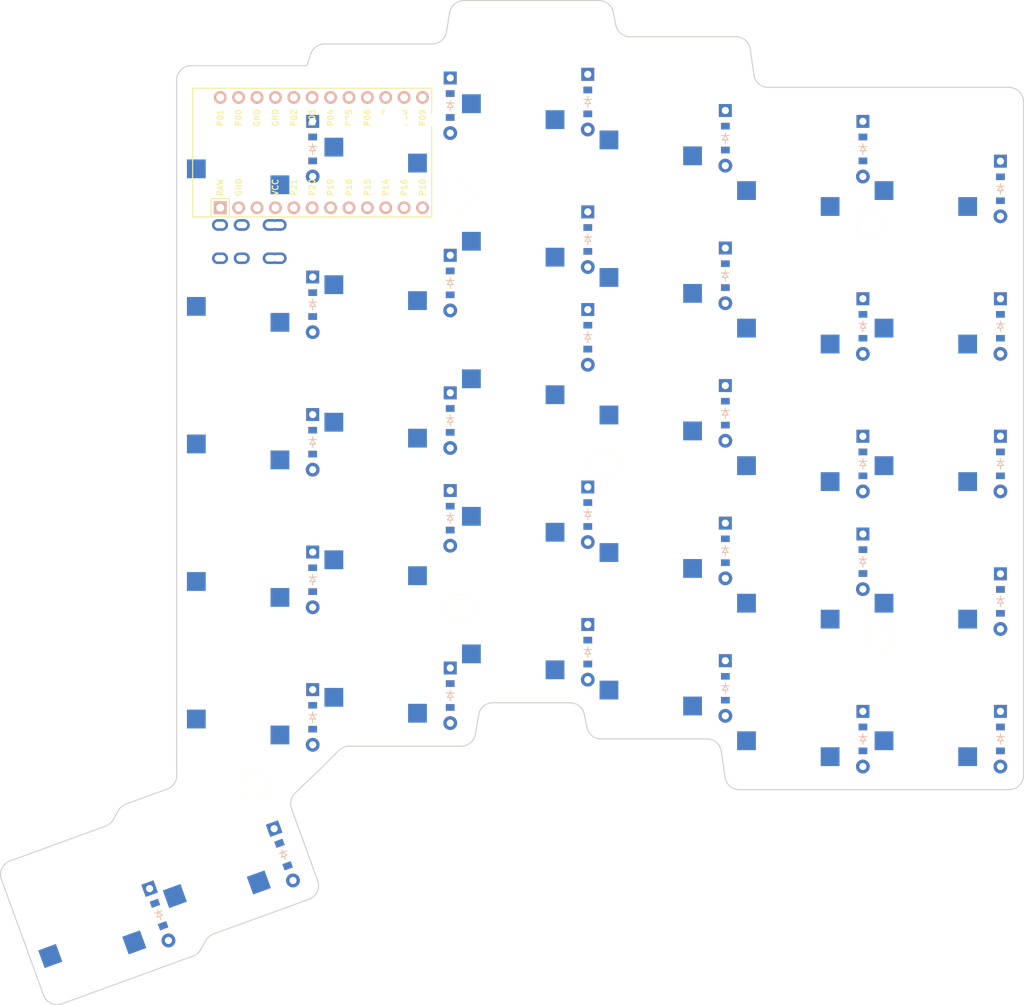
<source format=kicad_pcb>


(kicad_pcb (version 20171130) (host pcbnew 5.1.6)

  (page A3)
  (title_block
    (title "right")
    (rev "1")
    (company "jost")
  )

  (general
    (thickness 1.6)
  )

  (layers
    (0 F.Cu signal)
    (31 B.Cu signal)
    (32 B.Adhes user)
    (33 F.Adhes user)
    (34 B.Paste user)
    (35 F.Paste user)
    (36 B.SilkS user)
    (37 F.SilkS user)
    (38 B.Mask user)
    (39 F.Mask user)
    (40 Dwgs.User user)
    (41 Cmts.User user)
    (42 Eco1.User user)
    (43 Eco2.User user)
    (44 Edge.Cuts user)
    (45 Margin user)
    (46 B.CrtYd user)
    (47 F.CrtYd user)
    (48 B.Fab user)
    (49 F.Fab user)
  )

  (setup
    (last_trace_width 0.25)
    (trace_clearance 0.2)
    (zone_clearance 0.508)
    (zone_45_only no)
    (trace_min 0.2)
    (via_size 0.8)
    (via_drill 0.4)
    (via_min_size 0.4)
    (via_min_drill 0.3)
    (uvia_size 0.3)
    (uvia_drill 0.1)
    (uvias_allowed no)
    (uvia_min_size 0.2)
    (uvia_min_drill 0.1)
    (edge_width 0.05)
    (segment_width 0.2)
    (pcb_text_width 0.3)
    (pcb_text_size 1.5 1.5)
    (mod_edge_width 0.12)
    (mod_text_size 1 1)
    (mod_text_width 0.15)
    (pad_size 1.524 1.524)
    (pad_drill 0.762)
    (pad_to_mask_clearance 0.05)
    (aux_axis_origin 0 0)
    (visible_elements FFFFFF7F)
    (pcbplotparams
      (layerselection 0x010fc_ffffffff)
      (usegerberextensions false)
      (usegerberattributes true)
      (usegerberadvancedattributes true)
      (creategerberjobfile true)
      (excludeedgelayer true)
      (linewidth 0.100000)
      (plotframeref false)
      (viasonmask false)
      (mode 1)
      (useauxorigin false)
      (hpglpennumber 1)
      (hpglpenspeed 20)
      (hpglpendiameter 15.000000)
      (psnegative false)
      (psa4output false)
      (plotreference true)
      (plotvalue true)
      (plotinvisibletext false)
      (padsonsilk false)
      (subtractmaskfromsilk false)
      (outputformat 1)
      (mirror false)
      (drillshape 1)
      (scaleselection 1)
      (outputdirectory ""))
  )

  (net 0 "")
(net 1 "P10")
(net 2 "mirror_first_mod")
(net 3 "mirror_first_bottom")
(net 4 "mirror_first_home")
(net 5 "mirror_first_top")
(net 6 "mirror_first_num")
(net 7 "P16")
(net 8 "mirror_second_mod")
(net 9 "mirror_second_bottom")
(net 10 "mirror_second_home")
(net 11 "mirror_second_top")
(net 12 "mirror_second_num")
(net 13 "P14")
(net 14 "mirror_third_mod")
(net 15 "mirror_third_bottom")
(net 16 "mirror_third_home")
(net 17 "mirror_third_top")
(net 18 "mirror_third_num")
(net 19 "P15")
(net 20 "mirror_fourth_mod")
(net 21 "mirror_fourth_bottom")
(net 22 "mirror_fourth_home")
(net 23 "mirror_fourth_top")
(net 24 "mirror_fourth_num")
(net 25 "P18")
(net 26 "mirror_fifth_mod")
(net 27 "mirror_fifth_bottom")
(net 28 "mirror_fifth_home")
(net 29 "mirror_fifth_top")
(net 30 "mirror_fifth_num")
(net 31 "P19")
(net 32 "mirror_sixth_mod")
(net 33 "mirror_sixth_bottom")
(net 34 "mirror_sixth_home")
(net 35 "mirror_sixth_top")
(net 36 "mirror_sixth_num")
(net 37 "mirror_t1_thumb")
(net 38 "mirror_t2_thumb")
(net 39 "P2")
(net 40 "P3")
(net 41 "P4")
(net 42 "P5")
(net 43 "P6")
(net 44 "P7")
(net 45 "RAW")
(net 46 "GND")
(net 47 "RST")
(net 48 "VCC")
(net 49 "P21")
(net 50 "P20")
(net 51 "P1")
(net 52 "P0")
(net 53 "P8")
(net 54 "P9")

  (net_class Default "This is the default net class."
    (clearance 0.2)
    (trace_width 0.25)
    (via_dia 0.8)
    (via_drill 0.4)
    (uvia_dia 0.3)
    (uvia_drill 0.1)
    (add_net "")
(add_net "P10")
(add_net "mirror_first_mod")
(add_net "mirror_first_bottom")
(add_net "mirror_first_home")
(add_net "mirror_first_top")
(add_net "mirror_first_num")
(add_net "P16")
(add_net "mirror_second_mod")
(add_net "mirror_second_bottom")
(add_net "mirror_second_home")
(add_net "mirror_second_top")
(add_net "mirror_second_num")
(add_net "P14")
(add_net "mirror_third_mod")
(add_net "mirror_third_bottom")
(add_net "mirror_third_home")
(add_net "mirror_third_top")
(add_net "mirror_third_num")
(add_net "P15")
(add_net "mirror_fourth_mod")
(add_net "mirror_fourth_bottom")
(add_net "mirror_fourth_home")
(add_net "mirror_fourth_top")
(add_net "mirror_fourth_num")
(add_net "P18")
(add_net "mirror_fifth_mod")
(add_net "mirror_fifth_bottom")
(add_net "mirror_fifth_home")
(add_net "mirror_fifth_top")
(add_net "mirror_fifth_num")
(add_net "P19")
(add_net "mirror_sixth_mod")
(add_net "mirror_sixth_bottom")
(add_net "mirror_sixth_home")
(add_net "mirror_sixth_top")
(add_net "mirror_sixth_num")
(add_net "mirror_t1_thumb")
(add_net "mirror_t2_thumb")
(add_net "P2")
(add_net "P3")
(add_net "P4")
(add_net "P5")
(add_net "P6")
(add_net "P7")
(add_net "RAW")
(add_net "GND")
(add_net "RST")
(add_net "VCC")
(add_net "P21")
(add_net "P20")
(add_net "P1")
(add_net "P0")
(add_net "P8")
(add_net "P9")
  )

  
        
      (module PG1350 (layer F.Cu) (tedit 5DD50112)
      (at 266 0 -180)

      
      (fp_text reference "S1" (at 0 0) (layer F.SilkS) hide (effects (font (size 1.27 1.27) (thickness 0.15))))
      (fp_text value "" (at 0 0) (layer F.SilkS) hide (effects (font (size 1.27 1.27) (thickness 0.15))))

      
      (fp_line (start -7 -6) (end -7 -7) (layer Dwgs.User) (width 0.15))
      (fp_line (start -7 7) (end -6 7) (layer Dwgs.User) (width 0.15))
      (fp_line (start -6 -7) (end -7 -7) (layer Dwgs.User) (width 0.15))
      (fp_line (start -7 7) (end -7 6) (layer Dwgs.User) (width 0.15))
      (fp_line (start 7 6) (end 7 7) (layer Dwgs.User) (width 0.15))
      (fp_line (start 7 -7) (end 6 -7) (layer Dwgs.User) (width 0.15))
      (fp_line (start 6 7) (end 7 7) (layer Dwgs.User) (width 0.15))
      (fp_line (start 7 -7) (end 7 -6) (layer Dwgs.User) (width 0.15))      
      
      
      (pad "" np_thru_hole circle (at 0 0) (size 3.429 3.429) (drill 3.429) (layers *.Cu *.Mask))
        
      
      (pad "" np_thru_hole circle (at 5.5 0) (size 1.7018 1.7018) (drill 1.7018) (layers *.Cu *.Mask))
      (pad "" np_thru_hole circle (at -5.5 0) (size 1.7018 1.7018) (drill 1.7018) (layers *.Cu *.Mask))
      
        
      
      (fp_line (start -9 -8.5) (end 9 -8.5) (layer Dwgs.User) (width 0.15))
      (fp_line (start 9 -8.5) (end 9 8.5) (layer Dwgs.User) (width 0.15))
      (fp_line (start 9 8.5) (end -9 8.5) (layer Dwgs.User) (width 0.15))
      (fp_line (start -9 8.5) (end -9 -8.5) (layer Dwgs.User) (width 0.15))
      
        
          
          (pad "" np_thru_hole circle (at 5 -3.75) (size 3 3) (drill 3) (layers *.Cu *.Mask))
          (pad "" np_thru_hole circle (at 0 -5.95) (size 3 3) (drill 3) (layers *.Cu *.Mask))
      
          
          (pad 1 smd rect (at -3.275 -5.95 -180) (size 2.6 2.6) (layers B.Cu B.Paste B.Mask)  (net 1 "P10"))
          (pad 2 smd rect (at 8.275 -3.75 -180) (size 2.6 2.6) (layers B.Cu B.Paste B.Mask)  (net 2 "mirror_first_mod"))
        )
        

        
      (module PG1350 (layer F.Cu) (tedit 5DD50112)
      (at 266 -19 -180)

      
      (fp_text reference "S2" (at 0 0) (layer F.SilkS) hide (effects (font (size 1.27 1.27) (thickness 0.15))))
      (fp_text value "" (at 0 0) (layer F.SilkS) hide (effects (font (size 1.27 1.27) (thickness 0.15))))

      
      (fp_line (start -7 -6) (end -7 -7) (layer Dwgs.User) (width 0.15))
      (fp_line (start -7 7) (end -6 7) (layer Dwgs.User) (width 0.15))
      (fp_line (start -6 -7) (end -7 -7) (layer Dwgs.User) (width 0.15))
      (fp_line (start -7 7) (end -7 6) (layer Dwgs.User) (width 0.15))
      (fp_line (start 7 6) (end 7 7) (layer Dwgs.User) (width 0.15))
      (fp_line (start 7 -7) (end 6 -7) (layer Dwgs.User) (width 0.15))
      (fp_line (start 6 7) (end 7 7) (layer Dwgs.User) (width 0.15))
      (fp_line (start 7 -7) (end 7 -6) (layer Dwgs.User) (width 0.15))      
      
      
      (pad "" np_thru_hole circle (at 0 0) (size 3.429 3.429) (drill 3.429) (layers *.Cu *.Mask))
        
      
      (pad "" np_thru_hole circle (at 5.5 0) (size 1.7018 1.7018) (drill 1.7018) (layers *.Cu *.Mask))
      (pad "" np_thru_hole circle (at -5.5 0) (size 1.7018 1.7018) (drill 1.7018) (layers *.Cu *.Mask))
      
        
      
      (fp_line (start -9 -8.5) (end 9 -8.5) (layer Dwgs.User) (width 0.15))
      (fp_line (start 9 -8.5) (end 9 8.5) (layer Dwgs.User) (width 0.15))
      (fp_line (start 9 8.5) (end -9 8.5) (layer Dwgs.User) (width 0.15))
      (fp_line (start -9 8.5) (end -9 -8.5) (layer Dwgs.User) (width 0.15))
      
        
          
          (pad "" np_thru_hole circle (at 5 -3.75) (size 3 3) (drill 3) (layers *.Cu *.Mask))
          (pad "" np_thru_hole circle (at 0 -5.95) (size 3 3) (drill 3) (layers *.Cu *.Mask))
      
          
          (pad 1 smd rect (at -3.275 -5.95 -180) (size 2.6 2.6) (layers B.Cu B.Paste B.Mask)  (net 1 "P10"))
          (pad 2 smd rect (at 8.275 -3.75 -180) (size 2.6 2.6) (layers B.Cu B.Paste B.Mask)  (net 3 "mirror_first_bottom"))
        )
        

        
      (module PG1350 (layer F.Cu) (tedit 5DD50112)
      (at 266 -38 -180)

      
      (fp_text reference "S3" (at 0 0) (layer F.SilkS) hide (effects (font (size 1.27 1.27) (thickness 0.15))))
      (fp_text value "" (at 0 0) (layer F.SilkS) hide (effects (font (size 1.27 1.27) (thickness 0.15))))

      
      (fp_line (start -7 -6) (end -7 -7) (layer Dwgs.User) (width 0.15))
      (fp_line (start -7 7) (end -6 7) (layer Dwgs.User) (width 0.15))
      (fp_line (start -6 -7) (end -7 -7) (layer Dwgs.User) (width 0.15))
      (fp_line (start -7 7) (end -7 6) (layer Dwgs.User) (width 0.15))
      (fp_line (start 7 6) (end 7 7) (layer Dwgs.User) (width 0.15))
      (fp_line (start 7 -7) (end 6 -7) (layer Dwgs.User) (width 0.15))
      (fp_line (start 6 7) (end 7 7) (layer Dwgs.User) (width 0.15))
      (fp_line (start 7 -7) (end 7 -6) (layer Dwgs.User) (width 0.15))      
      
      
      (pad "" np_thru_hole circle (at 0 0) (size 3.429 3.429) (drill 3.429) (layers *.Cu *.Mask))
        
      
      (pad "" np_thru_hole circle (at 5.5 0) (size 1.7018 1.7018) (drill 1.7018) (layers *.Cu *.Mask))
      (pad "" np_thru_hole circle (at -5.5 0) (size 1.7018 1.7018) (drill 1.7018) (layers *.Cu *.Mask))
      
        
      
      (fp_line (start -9 -8.5) (end 9 -8.5) (layer Dwgs.User) (width 0.15))
      (fp_line (start 9 -8.5) (end 9 8.5) (layer Dwgs.User) (width 0.15))
      (fp_line (start 9 8.5) (end -9 8.5) (layer Dwgs.User) (width 0.15))
      (fp_line (start -9 8.5) (end -9 -8.5) (layer Dwgs.User) (width 0.15))
      
        
          
          (pad "" np_thru_hole circle (at 5 -3.75) (size 3 3) (drill 3) (layers *.Cu *.Mask))
          (pad "" np_thru_hole circle (at 0 -5.95) (size 3 3) (drill 3) (layers *.Cu *.Mask))
      
          
          (pad 1 smd rect (at -3.275 -5.95 -180) (size 2.6 2.6) (layers B.Cu B.Paste B.Mask)  (net 1 "P10"))
          (pad 2 smd rect (at 8.275 -3.75 -180) (size 2.6 2.6) (layers B.Cu B.Paste B.Mask)  (net 4 "mirror_first_home"))
        )
        

        
      (module PG1350 (layer F.Cu) (tedit 5DD50112)
      (at 266 -57 -180)

      
      (fp_text reference "S4" (at 0 0) (layer F.SilkS) hide (effects (font (size 1.27 1.27) (thickness 0.15))))
      (fp_text value "" (at 0 0) (layer F.SilkS) hide (effects (font (size 1.27 1.27) (thickness 0.15))))

      
      (fp_line (start -7 -6) (end -7 -7) (layer Dwgs.User) (width 0.15))
      (fp_line (start -7 7) (end -6 7) (layer Dwgs.User) (width 0.15))
      (fp_line (start -6 -7) (end -7 -7) (layer Dwgs.User) (width 0.15))
      (fp_line (start -7 7) (end -7 6) (layer Dwgs.User) (width 0.15))
      (fp_line (start 7 6) (end 7 7) (layer Dwgs.User) (width 0.15))
      (fp_line (start 7 -7) (end 6 -7) (layer Dwgs.User) (width 0.15))
      (fp_line (start 6 7) (end 7 7) (layer Dwgs.User) (width 0.15))
      (fp_line (start 7 -7) (end 7 -6) (layer Dwgs.User) (width 0.15))      
      
      
      (pad "" np_thru_hole circle (at 0 0) (size 3.429 3.429) (drill 3.429) (layers *.Cu *.Mask))
        
      
      (pad "" np_thru_hole circle (at 5.5 0) (size 1.7018 1.7018) (drill 1.7018) (layers *.Cu *.Mask))
      (pad "" np_thru_hole circle (at -5.5 0) (size 1.7018 1.7018) (drill 1.7018) (layers *.Cu *.Mask))
      
        
      
      (fp_line (start -9 -8.5) (end 9 -8.5) (layer Dwgs.User) (width 0.15))
      (fp_line (start 9 -8.5) (end 9 8.5) (layer Dwgs.User) (width 0.15))
      (fp_line (start 9 8.5) (end -9 8.5) (layer Dwgs.User) (width 0.15))
      (fp_line (start -9 8.5) (end -9 -8.5) (layer Dwgs.User) (width 0.15))
      
        
          
          (pad "" np_thru_hole circle (at 5 -3.75) (size 3 3) (drill 3) (layers *.Cu *.Mask))
          (pad "" np_thru_hole circle (at 0 -5.95) (size 3 3) (drill 3) (layers *.Cu *.Mask))
      
          
          (pad 1 smd rect (at -3.275 -5.95 -180) (size 2.6 2.6) (layers B.Cu B.Paste B.Mask)  (net 1 "P10"))
          (pad 2 smd rect (at 8.275 -3.75 -180) (size 2.6 2.6) (layers B.Cu B.Paste B.Mask)  (net 5 "mirror_first_top"))
        )
        

        
      (module PG1350 (layer F.Cu) (tedit 5DD50112)
      (at 266 -76 -180)

      
      (fp_text reference "S5" (at 0 0) (layer F.SilkS) hide (effects (font (size 1.27 1.27) (thickness 0.15))))
      (fp_text value "" (at 0 0) (layer F.SilkS) hide (effects (font (size 1.27 1.27) (thickness 0.15))))

      
      (fp_line (start -7 -6) (end -7 -7) (layer Dwgs.User) (width 0.15))
      (fp_line (start -7 7) (end -6 7) (layer Dwgs.User) (width 0.15))
      (fp_line (start -6 -7) (end -7 -7) (layer Dwgs.User) (width 0.15))
      (fp_line (start -7 7) (end -7 6) (layer Dwgs.User) (width 0.15))
      (fp_line (start 7 6) (end 7 7) (layer Dwgs.User) (width 0.15))
      (fp_line (start 7 -7) (end 6 -7) (layer Dwgs.User) (width 0.15))
      (fp_line (start 6 7) (end 7 7) (layer Dwgs.User) (width 0.15))
      (fp_line (start 7 -7) (end 7 -6) (layer Dwgs.User) (width 0.15))      
      
      
      (pad "" np_thru_hole circle (at 0 0) (size 3.429 3.429) (drill 3.429) (layers *.Cu *.Mask))
        
      
      (pad "" np_thru_hole circle (at 5.5 0) (size 1.7018 1.7018) (drill 1.7018) (layers *.Cu *.Mask))
      (pad "" np_thru_hole circle (at -5.5 0) (size 1.7018 1.7018) (drill 1.7018) (layers *.Cu *.Mask))
      
        
      
      (fp_line (start -9 -8.5) (end 9 -8.5) (layer Dwgs.User) (width 0.15))
      (fp_line (start 9 -8.5) (end 9 8.5) (layer Dwgs.User) (width 0.15))
      (fp_line (start 9 8.5) (end -9 8.5) (layer Dwgs.User) (width 0.15))
      (fp_line (start -9 8.5) (end -9 -8.5) (layer Dwgs.User) (width 0.15))
      
        
          
          (pad "" np_thru_hole circle (at 5 -3.75) (size 3 3) (drill 3) (layers *.Cu *.Mask))
          (pad "" np_thru_hole circle (at 0 -5.95) (size 3 3) (drill 3) (layers *.Cu *.Mask))
      
          
          (pad 1 smd rect (at -3.275 -5.95 -180) (size 2.6 2.6) (layers B.Cu B.Paste B.Mask)  (net 1 "P10"))
          (pad 2 smd rect (at 8.275 -3.75 -180) (size 2.6 2.6) (layers B.Cu B.Paste B.Mask)  (net 6 "mirror_first_num"))
        )
        

        
      (module PG1350 (layer F.Cu) (tedit 5DD50112)
      (at 247 0 -180)

      
      (fp_text reference "S6" (at 0 0) (layer F.SilkS) hide (effects (font (size 1.27 1.27) (thickness 0.15))))
      (fp_text value "" (at 0 0) (layer F.SilkS) hide (effects (font (size 1.27 1.27) (thickness 0.15))))

      
      (fp_line (start -7 -6) (end -7 -7) (layer Dwgs.User) (width 0.15))
      (fp_line (start -7 7) (end -6 7) (layer Dwgs.User) (width 0.15))
      (fp_line (start -6 -7) (end -7 -7) (layer Dwgs.User) (width 0.15))
      (fp_line (start -7 7) (end -7 6) (layer Dwgs.User) (width 0.15))
      (fp_line (start 7 6) (end 7 7) (layer Dwgs.User) (width 0.15))
      (fp_line (start 7 -7) (end 6 -7) (layer Dwgs.User) (width 0.15))
      (fp_line (start 6 7) (end 7 7) (layer Dwgs.User) (width 0.15))
      (fp_line (start 7 -7) (end 7 -6) (layer Dwgs.User) (width 0.15))      
      
      
      (pad "" np_thru_hole circle (at 0 0) (size 3.429 3.429) (drill 3.429) (layers *.Cu *.Mask))
        
      
      (pad "" np_thru_hole circle (at 5.5 0) (size 1.7018 1.7018) (drill 1.7018) (layers *.Cu *.Mask))
      (pad "" np_thru_hole circle (at -5.5 0) (size 1.7018 1.7018) (drill 1.7018) (layers *.Cu *.Mask))
      
        
      
      (fp_line (start -9 -8.5) (end 9 -8.5) (layer Dwgs.User) (width 0.15))
      (fp_line (start 9 -8.5) (end 9 8.5) (layer Dwgs.User) (width 0.15))
      (fp_line (start 9 8.5) (end -9 8.5) (layer Dwgs.User) (width 0.15))
      (fp_line (start -9 8.5) (end -9 -8.5) (layer Dwgs.User) (width 0.15))
      
        
          
          (pad "" np_thru_hole circle (at 5 -3.75) (size 3 3) (drill 3) (layers *.Cu *.Mask))
          (pad "" np_thru_hole circle (at 0 -5.95) (size 3 3) (drill 3) (layers *.Cu *.Mask))
      
          
          (pad 1 smd rect (at -3.275 -5.95 -180) (size 2.6 2.6) (layers B.Cu B.Paste B.Mask)  (net 7 "P16"))
          (pad 2 smd rect (at 8.275 -3.75 -180) (size 2.6 2.6) (layers B.Cu B.Paste B.Mask)  (net 8 "mirror_second_mod"))
        )
        

        
      (module PG1350 (layer F.Cu) (tedit 5DD50112)
      (at 247 -19 -180)

      
      (fp_text reference "S7" (at 0 0) (layer F.SilkS) hide (effects (font (size 1.27 1.27) (thickness 0.15))))
      (fp_text value "" (at 0 0) (layer F.SilkS) hide (effects (font (size 1.27 1.27) (thickness 0.15))))

      
      (fp_line (start -7 -6) (end -7 -7) (layer Dwgs.User) (width 0.15))
      (fp_line (start -7 7) (end -6 7) (layer Dwgs.User) (width 0.15))
      (fp_line (start -6 -7) (end -7 -7) (layer Dwgs.User) (width 0.15))
      (fp_line (start -7 7) (end -7 6) (layer Dwgs.User) (width 0.15))
      (fp_line (start 7 6) (end 7 7) (layer Dwgs.User) (width 0.15))
      (fp_line (start 7 -7) (end 6 -7) (layer Dwgs.User) (width 0.15))
      (fp_line (start 6 7) (end 7 7) (layer Dwgs.User) (width 0.15))
      (fp_line (start 7 -7) (end 7 -6) (layer Dwgs.User) (width 0.15))      
      
      
      (pad "" np_thru_hole circle (at 0 0) (size 3.429 3.429) (drill 3.429) (layers *.Cu *.Mask))
        
      
      (pad "" np_thru_hole circle (at 5.5 0) (size 1.7018 1.7018) (drill 1.7018) (layers *.Cu *.Mask))
      (pad "" np_thru_hole circle (at -5.5 0) (size 1.7018 1.7018) (drill 1.7018) (layers *.Cu *.Mask))
      
        
      
      (fp_line (start -9 -8.5) (end 9 -8.5) (layer Dwgs.User) (width 0.15))
      (fp_line (start 9 -8.5) (end 9 8.5) (layer Dwgs.User) (width 0.15))
      (fp_line (start 9 8.5) (end -9 8.5) (layer Dwgs.User) (width 0.15))
      (fp_line (start -9 8.5) (end -9 -8.5) (layer Dwgs.User) (width 0.15))
      
        
          
          (pad "" np_thru_hole circle (at 5 -3.75) (size 3 3) (drill 3) (layers *.Cu *.Mask))
          (pad "" np_thru_hole circle (at 0 -5.95) (size 3 3) (drill 3) (layers *.Cu *.Mask))
      
          
          (pad 1 smd rect (at -3.275 -5.95 -180) (size 2.6 2.6) (layers B.Cu B.Paste B.Mask)  (net 7 "P16"))
          (pad 2 smd rect (at 8.275 -3.75 -180) (size 2.6 2.6) (layers B.Cu B.Paste B.Mask)  (net 9 "mirror_second_bottom"))
        )
        

        
      (module PG1350 (layer F.Cu) (tedit 5DD50112)
      (at 247 -38 -180)

      
      (fp_text reference "S8" (at 0 0) (layer F.SilkS) hide (effects (font (size 1.27 1.27) (thickness 0.15))))
      (fp_text value "" (at 0 0) (layer F.SilkS) hide (effects (font (size 1.27 1.27) (thickness 0.15))))

      
      (fp_line (start -7 -6) (end -7 -7) (layer Dwgs.User) (width 0.15))
      (fp_line (start -7 7) (end -6 7) (layer Dwgs.User) (width 0.15))
      (fp_line (start -6 -7) (end -7 -7) (layer Dwgs.User) (width 0.15))
      (fp_line (start -7 7) (end -7 6) (layer Dwgs.User) (width 0.15))
      (fp_line (start 7 6) (end 7 7) (layer Dwgs.User) (width 0.15))
      (fp_line (start 7 -7) (end 6 -7) (layer Dwgs.User) (width 0.15))
      (fp_line (start 6 7) (end 7 7) (layer Dwgs.User) (width 0.15))
      (fp_line (start 7 -7) (end 7 -6) (layer Dwgs.User) (width 0.15))      
      
      
      (pad "" np_thru_hole circle (at 0 0) (size 3.429 3.429) (drill 3.429) (layers *.Cu *.Mask))
        
      
      (pad "" np_thru_hole circle (at 5.5 0) (size 1.7018 1.7018) (drill 1.7018) (layers *.Cu *.Mask))
      (pad "" np_thru_hole circle (at -5.5 0) (size 1.7018 1.7018) (drill 1.7018) (layers *.Cu *.Mask))
      
        
      
      (fp_line (start -9 -8.5) (end 9 -8.5) (layer Dwgs.User) (width 0.15))
      (fp_line (start 9 -8.5) (end 9 8.5) (layer Dwgs.User) (width 0.15))
      (fp_line (start 9 8.5) (end -9 8.5) (layer Dwgs.User) (width 0.15))
      (fp_line (start -9 8.5) (end -9 -8.5) (layer Dwgs.User) (width 0.15))
      
        
          
          (pad "" np_thru_hole circle (at 5 -3.75) (size 3 3) (drill 3) (layers *.Cu *.Mask))
          (pad "" np_thru_hole circle (at 0 -5.95) (size 3 3) (drill 3) (layers *.Cu *.Mask))
      
          
          (pad 1 smd rect (at -3.275 -5.95 -180) (size 2.6 2.6) (layers B.Cu B.Paste B.Mask)  (net 7 "P16"))
          (pad 2 smd rect (at 8.275 -3.75 -180) (size 2.6 2.6) (layers B.Cu B.Paste B.Mask)  (net 10 "mirror_second_home"))
        )
        

        
      (module PG1350 (layer F.Cu) (tedit 5DD50112)
      (at 247 -57 -180)

      
      (fp_text reference "S9" (at 0 0) (layer F.SilkS) hide (effects (font (size 1.27 1.27) (thickness 0.15))))
      (fp_text value "" (at 0 0) (layer F.SilkS) hide (effects (font (size 1.27 1.27) (thickness 0.15))))

      
      (fp_line (start -7 -6) (end -7 -7) (layer Dwgs.User) (width 0.15))
      (fp_line (start -7 7) (end -6 7) (layer Dwgs.User) (width 0.15))
      (fp_line (start -6 -7) (end -7 -7) (layer Dwgs.User) (width 0.15))
      (fp_line (start -7 7) (end -7 6) (layer Dwgs.User) (width 0.15))
      (fp_line (start 7 6) (end 7 7) (layer Dwgs.User) (width 0.15))
      (fp_line (start 7 -7) (end 6 -7) (layer Dwgs.User) (width 0.15))
      (fp_line (start 6 7) (end 7 7) (layer Dwgs.User) (width 0.15))
      (fp_line (start 7 -7) (end 7 -6) (layer Dwgs.User) (width 0.15))      
      
      
      (pad "" np_thru_hole circle (at 0 0) (size 3.429 3.429) (drill 3.429) (layers *.Cu *.Mask))
        
      
      (pad "" np_thru_hole circle (at 5.5 0) (size 1.7018 1.7018) (drill 1.7018) (layers *.Cu *.Mask))
      (pad "" np_thru_hole circle (at -5.5 0) (size 1.7018 1.7018) (drill 1.7018) (layers *.Cu *.Mask))
      
        
      
      (fp_line (start -9 -8.5) (end 9 -8.5) (layer Dwgs.User) (width 0.15))
      (fp_line (start 9 -8.5) (end 9 8.5) (layer Dwgs.User) (width 0.15))
      (fp_line (start 9 8.5) (end -9 8.5) (layer Dwgs.User) (width 0.15))
      (fp_line (start -9 8.5) (end -9 -8.5) (layer Dwgs.User) (width 0.15))
      
        
          
          (pad "" np_thru_hole circle (at 5 -3.75) (size 3 3) (drill 3) (layers *.Cu *.Mask))
          (pad "" np_thru_hole circle (at 0 -5.95) (size 3 3) (drill 3) (layers *.Cu *.Mask))
      
          
          (pad 1 smd rect (at -3.275 -5.95 -180) (size 2.6 2.6) (layers B.Cu B.Paste B.Mask)  (net 7 "P16"))
          (pad 2 smd rect (at 8.275 -3.75 -180) (size 2.6 2.6) (layers B.Cu B.Paste B.Mask)  (net 11 "mirror_second_top"))
        )
        

        
      (module PG1350 (layer F.Cu) (tedit 5DD50112)
      (at 247 -76 -180)

      
      (fp_text reference "S10" (at 0 0) (layer F.SilkS) hide (effects (font (size 1.27 1.27) (thickness 0.15))))
      (fp_text value "" (at 0 0) (layer F.SilkS) hide (effects (font (size 1.27 1.27) (thickness 0.15))))

      
      (fp_line (start -7 -6) (end -7 -7) (layer Dwgs.User) (width 0.15))
      (fp_line (start -7 7) (end -6 7) (layer Dwgs.User) (width 0.15))
      (fp_line (start -6 -7) (end -7 -7) (layer Dwgs.User) (width 0.15))
      (fp_line (start -7 7) (end -7 6) (layer Dwgs.User) (width 0.15))
      (fp_line (start 7 6) (end 7 7) (layer Dwgs.User) (width 0.15))
      (fp_line (start 7 -7) (end 6 -7) (layer Dwgs.User) (width 0.15))
      (fp_line (start 6 7) (end 7 7) (layer Dwgs.User) (width 0.15))
      (fp_line (start 7 -7) (end 7 -6) (layer Dwgs.User) (width 0.15))      
      
      
      (pad "" np_thru_hole circle (at 0 0) (size 3.429 3.429) (drill 3.429) (layers *.Cu *.Mask))
        
      
      (pad "" np_thru_hole circle (at 5.5 0) (size 1.7018 1.7018) (drill 1.7018) (layers *.Cu *.Mask))
      (pad "" np_thru_hole circle (at -5.5 0) (size 1.7018 1.7018) (drill 1.7018) (layers *.Cu *.Mask))
      
        
      
      (fp_line (start -9 -8.5) (end 9 -8.5) (layer Dwgs.User) (width 0.15))
      (fp_line (start 9 -8.5) (end 9 8.5) (layer Dwgs.User) (width 0.15))
      (fp_line (start 9 8.5) (end -9 8.5) (layer Dwgs.User) (width 0.15))
      (fp_line (start -9 8.5) (end -9 -8.5) (layer Dwgs.User) (width 0.15))
      
        
          
          (pad "" np_thru_hole circle (at 5 -3.75) (size 3 3) (drill 3) (layers *.Cu *.Mask))
          (pad "" np_thru_hole circle (at 0 -5.95) (size 3 3) (drill 3) (layers *.Cu *.Mask))
      
          
          (pad 1 smd rect (at -3.275 -5.95 -180) (size 2.6 2.6) (layers B.Cu B.Paste B.Mask)  (net 7 "P16"))
          (pad 2 smd rect (at 8.275 -3.75 -180) (size 2.6 2.6) (layers B.Cu B.Paste B.Mask)  (net 12 "mirror_second_num"))
        )
        

        
      (module PG1350 (layer F.Cu) (tedit 5DD50112)
      (at 228 -7 -180)

      
      (fp_text reference "S11" (at 0 0) (layer F.SilkS) hide (effects (font (size 1.27 1.27) (thickness 0.15))))
      (fp_text value "" (at 0 0) (layer F.SilkS) hide (effects (font (size 1.27 1.27) (thickness 0.15))))

      
      (fp_line (start -7 -6) (end -7 -7) (layer Dwgs.User) (width 0.15))
      (fp_line (start -7 7) (end -6 7) (layer Dwgs.User) (width 0.15))
      (fp_line (start -6 -7) (end -7 -7) (layer Dwgs.User) (width 0.15))
      (fp_line (start -7 7) (end -7 6) (layer Dwgs.User) (width 0.15))
      (fp_line (start 7 6) (end 7 7) (layer Dwgs.User) (width 0.15))
      (fp_line (start 7 -7) (end 6 -7) (layer Dwgs.User) (width 0.15))
      (fp_line (start 6 7) (end 7 7) (layer Dwgs.User) (width 0.15))
      (fp_line (start 7 -7) (end 7 -6) (layer Dwgs.User) (width 0.15))      
      
      
      (pad "" np_thru_hole circle (at 0 0) (size 3.429 3.429) (drill 3.429) (layers *.Cu *.Mask))
        
      
      (pad "" np_thru_hole circle (at 5.5 0) (size 1.7018 1.7018) (drill 1.7018) (layers *.Cu *.Mask))
      (pad "" np_thru_hole circle (at -5.5 0) (size 1.7018 1.7018) (drill 1.7018) (layers *.Cu *.Mask))
      
        
      
      (fp_line (start -9 -8.5) (end 9 -8.5) (layer Dwgs.User) (width 0.15))
      (fp_line (start 9 -8.5) (end 9 8.5) (layer Dwgs.User) (width 0.15))
      (fp_line (start 9 8.5) (end -9 8.5) (layer Dwgs.User) (width 0.15))
      (fp_line (start -9 8.5) (end -9 -8.5) (layer Dwgs.User) (width 0.15))
      
        
          
          (pad "" np_thru_hole circle (at 5 -3.75) (size 3 3) (drill 3) (layers *.Cu *.Mask))
          (pad "" np_thru_hole circle (at 0 -5.95) (size 3 3) (drill 3) (layers *.Cu *.Mask))
      
          
          (pad 1 smd rect (at -3.275 -5.95 -180) (size 2.6 2.6) (layers B.Cu B.Paste B.Mask)  (net 13 "P14"))
          (pad 2 smd rect (at 8.275 -3.75 -180) (size 2.6 2.6) (layers B.Cu B.Paste B.Mask)  (net 14 "mirror_third_mod"))
        )
        

        
      (module PG1350 (layer F.Cu) (tedit 5DD50112)
      (at 228 -26 -180)

      
      (fp_text reference "S12" (at 0 0) (layer F.SilkS) hide (effects (font (size 1.27 1.27) (thickness 0.15))))
      (fp_text value "" (at 0 0) (layer F.SilkS) hide (effects (font (size 1.27 1.27) (thickness 0.15))))

      
      (fp_line (start -7 -6) (end -7 -7) (layer Dwgs.User) (width 0.15))
      (fp_line (start -7 7) (end -6 7) (layer Dwgs.User) (width 0.15))
      (fp_line (start -6 -7) (end -7 -7) (layer Dwgs.User) (width 0.15))
      (fp_line (start -7 7) (end -7 6) (layer Dwgs.User) (width 0.15))
      (fp_line (start 7 6) (end 7 7) (layer Dwgs.User) (width 0.15))
      (fp_line (start 7 -7) (end 6 -7) (layer Dwgs.User) (width 0.15))
      (fp_line (start 6 7) (end 7 7) (layer Dwgs.User) (width 0.15))
      (fp_line (start 7 -7) (end 7 -6) (layer Dwgs.User) (width 0.15))      
      
      
      (pad "" np_thru_hole circle (at 0 0) (size 3.429 3.429) (drill 3.429) (layers *.Cu *.Mask))
        
      
      (pad "" np_thru_hole circle (at 5.5 0) (size 1.7018 1.7018) (drill 1.7018) (layers *.Cu *.Mask))
      (pad "" np_thru_hole circle (at -5.5 0) (size 1.7018 1.7018) (drill 1.7018) (layers *.Cu *.Mask))
      
        
      
      (fp_line (start -9 -8.5) (end 9 -8.5) (layer Dwgs.User) (width 0.15))
      (fp_line (start 9 -8.5) (end 9 8.5) (layer Dwgs.User) (width 0.15))
      (fp_line (start 9 8.5) (end -9 8.5) (layer Dwgs.User) (width 0.15))
      (fp_line (start -9 8.5) (end -9 -8.5) (layer Dwgs.User) (width 0.15))
      
        
          
          (pad "" np_thru_hole circle (at 5 -3.75) (size 3 3) (drill 3) (layers *.Cu *.Mask))
          (pad "" np_thru_hole circle (at 0 -5.95) (size 3 3) (drill 3) (layers *.Cu *.Mask))
      
          
          (pad 1 smd rect (at -3.275 -5.95 -180) (size 2.6 2.6) (layers B.Cu B.Paste B.Mask)  (net 13 "P14"))
          (pad 2 smd rect (at 8.275 -3.75 -180) (size 2.6 2.6) (layers B.Cu B.Paste B.Mask)  (net 15 "mirror_third_bottom"))
        )
        

        
      (module PG1350 (layer F.Cu) (tedit 5DD50112)
      (at 228 -45 -180)

      
      (fp_text reference "S13" (at 0 0) (layer F.SilkS) hide (effects (font (size 1.27 1.27) (thickness 0.15))))
      (fp_text value "" (at 0 0) (layer F.SilkS) hide (effects (font (size 1.27 1.27) (thickness 0.15))))

      
      (fp_line (start -7 -6) (end -7 -7) (layer Dwgs.User) (width 0.15))
      (fp_line (start -7 7) (end -6 7) (layer Dwgs.User) (width 0.15))
      (fp_line (start -6 -7) (end -7 -7) (layer Dwgs.User) (width 0.15))
      (fp_line (start -7 7) (end -7 6) (layer Dwgs.User) (width 0.15))
      (fp_line (start 7 6) (end 7 7) (layer Dwgs.User) (width 0.15))
      (fp_line (start 7 -7) (end 6 -7) (layer Dwgs.User) (width 0.15))
      (fp_line (start 6 7) (end 7 7) (layer Dwgs.User) (width 0.15))
      (fp_line (start 7 -7) (end 7 -6) (layer Dwgs.User) (width 0.15))      
      
      
      (pad "" np_thru_hole circle (at 0 0) (size 3.429 3.429) (drill 3.429) (layers *.Cu *.Mask))
        
      
      (pad "" np_thru_hole circle (at 5.5 0) (size 1.7018 1.7018) (drill 1.7018) (layers *.Cu *.Mask))
      (pad "" np_thru_hole circle (at -5.5 0) (size 1.7018 1.7018) (drill 1.7018) (layers *.Cu *.Mask))
      
        
      
      (fp_line (start -9 -8.5) (end 9 -8.5) (layer Dwgs.User) (width 0.15))
      (fp_line (start 9 -8.5) (end 9 8.5) (layer Dwgs.User) (width 0.15))
      (fp_line (start 9 8.5) (end -9 8.5) (layer Dwgs.User) (width 0.15))
      (fp_line (start -9 8.5) (end -9 -8.5) (layer Dwgs.User) (width 0.15))
      
        
          
          (pad "" np_thru_hole circle (at 5 -3.75) (size 3 3) (drill 3) (layers *.Cu *.Mask))
          (pad "" np_thru_hole circle (at 0 -5.95) (size 3 3) (drill 3) (layers *.Cu *.Mask))
      
          
          (pad 1 smd rect (at -3.275 -5.95 -180) (size 2.6 2.6) (layers B.Cu B.Paste B.Mask)  (net 13 "P14"))
          (pad 2 smd rect (at 8.275 -3.75 -180) (size 2.6 2.6) (layers B.Cu B.Paste B.Mask)  (net 16 "mirror_third_home"))
        )
        

        
      (module PG1350 (layer F.Cu) (tedit 5DD50112)
      (at 228 -64 -180)

      
      (fp_text reference "S14" (at 0 0) (layer F.SilkS) hide (effects (font (size 1.27 1.27) (thickness 0.15))))
      (fp_text value "" (at 0 0) (layer F.SilkS) hide (effects (font (size 1.27 1.27) (thickness 0.15))))

      
      (fp_line (start -7 -6) (end -7 -7) (layer Dwgs.User) (width 0.15))
      (fp_line (start -7 7) (end -6 7) (layer Dwgs.User) (width 0.15))
      (fp_line (start -6 -7) (end -7 -7) (layer Dwgs.User) (width 0.15))
      (fp_line (start -7 7) (end -7 6) (layer Dwgs.User) (width 0.15))
      (fp_line (start 7 6) (end 7 7) (layer Dwgs.User) (width 0.15))
      (fp_line (start 7 -7) (end 6 -7) (layer Dwgs.User) (width 0.15))
      (fp_line (start 6 7) (end 7 7) (layer Dwgs.User) (width 0.15))
      (fp_line (start 7 -7) (end 7 -6) (layer Dwgs.User) (width 0.15))      
      
      
      (pad "" np_thru_hole circle (at 0 0) (size 3.429 3.429) (drill 3.429) (layers *.Cu *.Mask))
        
      
      (pad "" np_thru_hole circle (at 5.5 0) (size 1.7018 1.7018) (drill 1.7018) (layers *.Cu *.Mask))
      (pad "" np_thru_hole circle (at -5.5 0) (size 1.7018 1.7018) (drill 1.7018) (layers *.Cu *.Mask))
      
        
      
      (fp_line (start -9 -8.5) (end 9 -8.5) (layer Dwgs.User) (width 0.15))
      (fp_line (start 9 -8.5) (end 9 8.5) (layer Dwgs.User) (width 0.15))
      (fp_line (start 9 8.5) (end -9 8.5) (layer Dwgs.User) (width 0.15))
      (fp_line (start -9 8.5) (end -9 -8.5) (layer Dwgs.User) (width 0.15))
      
        
          
          (pad "" np_thru_hole circle (at 5 -3.75) (size 3 3) (drill 3) (layers *.Cu *.Mask))
          (pad "" np_thru_hole circle (at 0 -5.95) (size 3 3) (drill 3) (layers *.Cu *.Mask))
      
          
          (pad 1 smd rect (at -3.275 -5.95 -180) (size 2.6 2.6) (layers B.Cu B.Paste B.Mask)  (net 13 "P14"))
          (pad 2 smd rect (at 8.275 -3.75 -180) (size 2.6 2.6) (layers B.Cu B.Paste B.Mask)  (net 17 "mirror_third_top"))
        )
        

        
      (module PG1350 (layer F.Cu) (tedit 5DD50112)
      (at 228 -83 -180)

      
      (fp_text reference "S15" (at 0 0) (layer F.SilkS) hide (effects (font (size 1.27 1.27) (thickness 0.15))))
      (fp_text value "" (at 0 0) (layer F.SilkS) hide (effects (font (size 1.27 1.27) (thickness 0.15))))

      
      (fp_line (start -7 -6) (end -7 -7) (layer Dwgs.User) (width 0.15))
      (fp_line (start -7 7) (end -6 7) (layer Dwgs.User) (width 0.15))
      (fp_line (start -6 -7) (end -7 -7) (layer Dwgs.User) (width 0.15))
      (fp_line (start -7 7) (end -7 6) (layer Dwgs.User) (width 0.15))
      (fp_line (start 7 6) (end 7 7) (layer Dwgs.User) (width 0.15))
      (fp_line (start 7 -7) (end 6 -7) (layer Dwgs.User) (width 0.15))
      (fp_line (start 6 7) (end 7 7) (layer Dwgs.User) (width 0.15))
      (fp_line (start 7 -7) (end 7 -6) (layer Dwgs.User) (width 0.15))      
      
      
      (pad "" np_thru_hole circle (at 0 0) (size 3.429 3.429) (drill 3.429) (layers *.Cu *.Mask))
        
      
      (pad "" np_thru_hole circle (at 5.5 0) (size 1.7018 1.7018) (drill 1.7018) (layers *.Cu *.Mask))
      (pad "" np_thru_hole circle (at -5.5 0) (size 1.7018 1.7018) (drill 1.7018) (layers *.Cu *.Mask))
      
        
      
      (fp_line (start -9 -8.5) (end 9 -8.5) (layer Dwgs.User) (width 0.15))
      (fp_line (start 9 -8.5) (end 9 8.5) (layer Dwgs.User) (width 0.15))
      (fp_line (start 9 8.5) (end -9 8.5) (layer Dwgs.User) (width 0.15))
      (fp_line (start -9 8.5) (end -9 -8.5) (layer Dwgs.User) (width 0.15))
      
        
          
          (pad "" np_thru_hole circle (at 5 -3.75) (size 3 3) (drill 3) (layers *.Cu *.Mask))
          (pad "" np_thru_hole circle (at 0 -5.95) (size 3 3) (drill 3) (layers *.Cu *.Mask))
      
          
          (pad 1 smd rect (at -3.275 -5.95 -180) (size 2.6 2.6) (layers B.Cu B.Paste B.Mask)  (net 13 "P14"))
          (pad 2 smd rect (at 8.275 -3.75 -180) (size 2.6 2.6) (layers B.Cu B.Paste B.Mask)  (net 18 "mirror_third_num"))
        )
        

        
      (module PG1350 (layer F.Cu) (tedit 5DD50112)
      (at 209 -12 -180)

      
      (fp_text reference "S16" (at 0 0) (layer F.SilkS) hide (effects (font (size 1.27 1.27) (thickness 0.15))))
      (fp_text value "" (at 0 0) (layer F.SilkS) hide (effects (font (size 1.27 1.27) (thickness 0.15))))

      
      (fp_line (start -7 -6) (end -7 -7) (layer Dwgs.User) (width 0.15))
      (fp_line (start -7 7) (end -6 7) (layer Dwgs.User) (width 0.15))
      (fp_line (start -6 -7) (end -7 -7) (layer Dwgs.User) (width 0.15))
      (fp_line (start -7 7) (end -7 6) (layer Dwgs.User) (width 0.15))
      (fp_line (start 7 6) (end 7 7) (layer Dwgs.User) (width 0.15))
      (fp_line (start 7 -7) (end 6 -7) (layer Dwgs.User) (width 0.15))
      (fp_line (start 6 7) (end 7 7) (layer Dwgs.User) (width 0.15))
      (fp_line (start 7 -7) (end 7 -6) (layer Dwgs.User) (width 0.15))      
      
      
      (pad "" np_thru_hole circle (at 0 0) (size 3.429 3.429) (drill 3.429) (layers *.Cu *.Mask))
        
      
      (pad "" np_thru_hole circle (at 5.5 0) (size 1.7018 1.7018) (drill 1.7018) (layers *.Cu *.Mask))
      (pad "" np_thru_hole circle (at -5.5 0) (size 1.7018 1.7018) (drill 1.7018) (layers *.Cu *.Mask))
      
        
      
      (fp_line (start -9 -8.5) (end 9 -8.5) (layer Dwgs.User) (width 0.15))
      (fp_line (start 9 -8.5) (end 9 8.5) (layer Dwgs.User) (width 0.15))
      (fp_line (start 9 8.5) (end -9 8.5) (layer Dwgs.User) (width 0.15))
      (fp_line (start -9 8.5) (end -9 -8.5) (layer Dwgs.User) (width 0.15))
      
        
          
          (pad "" np_thru_hole circle (at 5 -3.75) (size 3 3) (drill 3) (layers *.Cu *.Mask))
          (pad "" np_thru_hole circle (at 0 -5.95) (size 3 3) (drill 3) (layers *.Cu *.Mask))
      
          
          (pad 1 smd rect (at -3.275 -5.95 -180) (size 2.6 2.6) (layers B.Cu B.Paste B.Mask)  (net 19 "P15"))
          (pad 2 smd rect (at 8.275 -3.75 -180) (size 2.6 2.6) (layers B.Cu B.Paste B.Mask)  (net 20 "mirror_fourth_mod"))
        )
        

        
      (module PG1350 (layer F.Cu) (tedit 5DD50112)
      (at 209 -31 -180)

      
      (fp_text reference "S17" (at 0 0) (layer F.SilkS) hide (effects (font (size 1.27 1.27) (thickness 0.15))))
      (fp_text value "" (at 0 0) (layer F.SilkS) hide (effects (font (size 1.27 1.27) (thickness 0.15))))

      
      (fp_line (start -7 -6) (end -7 -7) (layer Dwgs.User) (width 0.15))
      (fp_line (start -7 7) (end -6 7) (layer Dwgs.User) (width 0.15))
      (fp_line (start -6 -7) (end -7 -7) (layer Dwgs.User) (width 0.15))
      (fp_line (start -7 7) (end -7 6) (layer Dwgs.User) (width 0.15))
      (fp_line (start 7 6) (end 7 7) (layer Dwgs.User) (width 0.15))
      (fp_line (start 7 -7) (end 6 -7) (layer Dwgs.User) (width 0.15))
      (fp_line (start 6 7) (end 7 7) (layer Dwgs.User) (width 0.15))
      (fp_line (start 7 -7) (end 7 -6) (layer Dwgs.User) (width 0.15))      
      
      
      (pad "" np_thru_hole circle (at 0 0) (size 3.429 3.429) (drill 3.429) (layers *.Cu *.Mask))
        
      
      (pad "" np_thru_hole circle (at 5.5 0) (size 1.7018 1.7018) (drill 1.7018) (layers *.Cu *.Mask))
      (pad "" np_thru_hole circle (at -5.5 0) (size 1.7018 1.7018) (drill 1.7018) (layers *.Cu *.Mask))
      
        
      
      (fp_line (start -9 -8.5) (end 9 -8.5) (layer Dwgs.User) (width 0.15))
      (fp_line (start 9 -8.5) (end 9 8.5) (layer Dwgs.User) (width 0.15))
      (fp_line (start 9 8.5) (end -9 8.5) (layer Dwgs.User) (width 0.15))
      (fp_line (start -9 8.5) (end -9 -8.5) (layer Dwgs.User) (width 0.15))
      
        
          
          (pad "" np_thru_hole circle (at 5 -3.75) (size 3 3) (drill 3) (layers *.Cu *.Mask))
          (pad "" np_thru_hole circle (at 0 -5.95) (size 3 3) (drill 3) (layers *.Cu *.Mask))
      
          
          (pad 1 smd rect (at -3.275 -5.95 -180) (size 2.6 2.6) (layers B.Cu B.Paste B.Mask)  (net 19 "P15"))
          (pad 2 smd rect (at 8.275 -3.75 -180) (size 2.6 2.6) (layers B.Cu B.Paste B.Mask)  (net 21 "mirror_fourth_bottom"))
        )
        

        
      (module PG1350 (layer F.Cu) (tedit 5DD50112)
      (at 209 -50 -180)

      
      (fp_text reference "S18" (at 0 0) (layer F.SilkS) hide (effects (font (size 1.27 1.27) (thickness 0.15))))
      (fp_text value "" (at 0 0) (layer F.SilkS) hide (effects (font (size 1.27 1.27) (thickness 0.15))))

      
      (fp_line (start -7 -6) (end -7 -7) (layer Dwgs.User) (width 0.15))
      (fp_line (start -7 7) (end -6 7) (layer Dwgs.User) (width 0.15))
      (fp_line (start -6 -7) (end -7 -7) (layer Dwgs.User) (width 0.15))
      (fp_line (start -7 7) (end -7 6) (layer Dwgs.User) (width 0.15))
      (fp_line (start 7 6) (end 7 7) (layer Dwgs.User) (width 0.15))
      (fp_line (start 7 -7) (end 6 -7) (layer Dwgs.User) (width 0.15))
      (fp_line (start 6 7) (end 7 7) (layer Dwgs.User) (width 0.15))
      (fp_line (start 7 -7) (end 7 -6) (layer Dwgs.User) (width 0.15))      
      
      
      (pad "" np_thru_hole circle (at 0 0) (size 3.429 3.429) (drill 3.429) (layers *.Cu *.Mask))
        
      
      (pad "" np_thru_hole circle (at 5.5 0) (size 1.7018 1.7018) (drill 1.7018) (layers *.Cu *.Mask))
      (pad "" np_thru_hole circle (at -5.5 0) (size 1.7018 1.7018) (drill 1.7018) (layers *.Cu *.Mask))
      
        
      
      (fp_line (start -9 -8.5) (end 9 -8.5) (layer Dwgs.User) (width 0.15))
      (fp_line (start 9 -8.5) (end 9 8.5) (layer Dwgs.User) (width 0.15))
      (fp_line (start 9 8.5) (end -9 8.5) (layer Dwgs.User) (width 0.15))
      (fp_line (start -9 8.5) (end -9 -8.5) (layer Dwgs.User) (width 0.15))
      
        
          
          (pad "" np_thru_hole circle (at 5 -3.75) (size 3 3) (drill 3) (layers *.Cu *.Mask))
          (pad "" np_thru_hole circle (at 0 -5.95) (size 3 3) (drill 3) (layers *.Cu *.Mask))
      
          
          (pad 1 smd rect (at -3.275 -5.95 -180) (size 2.6 2.6) (layers B.Cu B.Paste B.Mask)  (net 19 "P15"))
          (pad 2 smd rect (at 8.275 -3.75 -180) (size 2.6 2.6) (layers B.Cu B.Paste B.Mask)  (net 22 "mirror_fourth_home"))
        )
        

        
      (module PG1350 (layer F.Cu) (tedit 5DD50112)
      (at 209 -69 -180)

      
      (fp_text reference "S19" (at 0 0) (layer F.SilkS) hide (effects (font (size 1.27 1.27) (thickness 0.15))))
      (fp_text value "" (at 0 0) (layer F.SilkS) hide (effects (font (size 1.27 1.27) (thickness 0.15))))

      
      (fp_line (start -7 -6) (end -7 -7) (layer Dwgs.User) (width 0.15))
      (fp_line (start -7 7) (end -6 7) (layer Dwgs.User) (width 0.15))
      (fp_line (start -6 -7) (end -7 -7) (layer Dwgs.User) (width 0.15))
      (fp_line (start -7 7) (end -7 6) (layer Dwgs.User) (width 0.15))
      (fp_line (start 7 6) (end 7 7) (layer Dwgs.User) (width 0.15))
      (fp_line (start 7 -7) (end 6 -7) (layer Dwgs.User) (width 0.15))
      (fp_line (start 6 7) (end 7 7) (layer Dwgs.User) (width 0.15))
      (fp_line (start 7 -7) (end 7 -6) (layer Dwgs.User) (width 0.15))      
      
      
      (pad "" np_thru_hole circle (at 0 0) (size 3.429 3.429) (drill 3.429) (layers *.Cu *.Mask))
        
      
      (pad "" np_thru_hole circle (at 5.5 0) (size 1.7018 1.7018) (drill 1.7018) (layers *.Cu *.Mask))
      (pad "" np_thru_hole circle (at -5.5 0) (size 1.7018 1.7018) (drill 1.7018) (layers *.Cu *.Mask))
      
        
      
      (fp_line (start -9 -8.5) (end 9 -8.5) (layer Dwgs.User) (width 0.15))
      (fp_line (start 9 -8.5) (end 9 8.5) (layer Dwgs.User) (width 0.15))
      (fp_line (start 9 8.5) (end -9 8.5) (layer Dwgs.User) (width 0.15))
      (fp_line (start -9 8.5) (end -9 -8.5) (layer Dwgs.User) (width 0.15))
      
        
          
          (pad "" np_thru_hole circle (at 5 -3.75) (size 3 3) (drill 3) (layers *.Cu *.Mask))
          (pad "" np_thru_hole circle (at 0 -5.95) (size 3 3) (drill 3) (layers *.Cu *.Mask))
      
          
          (pad 1 smd rect (at -3.275 -5.95 -180) (size 2.6 2.6) (layers B.Cu B.Paste B.Mask)  (net 19 "P15"))
          (pad 2 smd rect (at 8.275 -3.75 -180) (size 2.6 2.6) (layers B.Cu B.Paste B.Mask)  (net 23 "mirror_fourth_top"))
        )
        

        
      (module PG1350 (layer F.Cu) (tedit 5DD50112)
      (at 209 -88 -180)

      
      (fp_text reference "S20" (at 0 0) (layer F.SilkS) hide (effects (font (size 1.27 1.27) (thickness 0.15))))
      (fp_text value "" (at 0 0) (layer F.SilkS) hide (effects (font (size 1.27 1.27) (thickness 0.15))))

      
      (fp_line (start -7 -6) (end -7 -7) (layer Dwgs.User) (width 0.15))
      (fp_line (start -7 7) (end -6 7) (layer Dwgs.User) (width 0.15))
      (fp_line (start -6 -7) (end -7 -7) (layer Dwgs.User) (width 0.15))
      (fp_line (start -7 7) (end -7 6) (layer Dwgs.User) (width 0.15))
      (fp_line (start 7 6) (end 7 7) (layer Dwgs.User) (width 0.15))
      (fp_line (start 7 -7) (end 6 -7) (layer Dwgs.User) (width 0.15))
      (fp_line (start 6 7) (end 7 7) (layer Dwgs.User) (width 0.15))
      (fp_line (start 7 -7) (end 7 -6) (layer Dwgs.User) (width 0.15))      
      
      
      (pad "" np_thru_hole circle (at 0 0) (size 3.429 3.429) (drill 3.429) (layers *.Cu *.Mask))
        
      
      (pad "" np_thru_hole circle (at 5.5 0) (size 1.7018 1.7018) (drill 1.7018) (layers *.Cu *.Mask))
      (pad "" np_thru_hole circle (at -5.5 0) (size 1.7018 1.7018) (drill 1.7018) (layers *.Cu *.Mask))
      
        
      
      (fp_line (start -9 -8.5) (end 9 -8.5) (layer Dwgs.User) (width 0.15))
      (fp_line (start 9 -8.5) (end 9 8.5) (layer Dwgs.User) (width 0.15))
      (fp_line (start 9 8.5) (end -9 8.5) (layer Dwgs.User) (width 0.15))
      (fp_line (start -9 8.5) (end -9 -8.5) (layer Dwgs.User) (width 0.15))
      
        
          
          (pad "" np_thru_hole circle (at 5 -3.75) (size 3 3) (drill 3) (layers *.Cu *.Mask))
          (pad "" np_thru_hole circle (at 0 -5.95) (size 3 3) (drill 3) (layers *.Cu *.Mask))
      
          
          (pad 1 smd rect (at -3.275 -5.95 -180) (size 2.6 2.6) (layers B.Cu B.Paste B.Mask)  (net 19 "P15"))
          (pad 2 smd rect (at 8.275 -3.75 -180) (size 2.6 2.6) (layers B.Cu B.Paste B.Mask)  (net 24 "mirror_fourth_num"))
        )
        

        
      (module PG1350 (layer F.Cu) (tedit 5DD50112)
      (at 190 -6 -180)

      
      (fp_text reference "S21" (at 0 0) (layer F.SilkS) hide (effects (font (size 1.27 1.27) (thickness 0.15))))
      (fp_text value "" (at 0 0) (layer F.SilkS) hide (effects (font (size 1.27 1.27) (thickness 0.15))))

      
      (fp_line (start -7 -6) (end -7 -7) (layer Dwgs.User) (width 0.15))
      (fp_line (start -7 7) (end -6 7) (layer Dwgs.User) (width 0.15))
      (fp_line (start -6 -7) (end -7 -7) (layer Dwgs.User) (width 0.15))
      (fp_line (start -7 7) (end -7 6) (layer Dwgs.User) (width 0.15))
      (fp_line (start 7 6) (end 7 7) (layer Dwgs.User) (width 0.15))
      (fp_line (start 7 -7) (end 6 -7) (layer Dwgs.User) (width 0.15))
      (fp_line (start 6 7) (end 7 7) (layer Dwgs.User) (width 0.15))
      (fp_line (start 7 -7) (end 7 -6) (layer Dwgs.User) (width 0.15))      
      
      
      (pad "" np_thru_hole circle (at 0 0) (size 3.429 3.429) (drill 3.429) (layers *.Cu *.Mask))
        
      
      (pad "" np_thru_hole circle (at 5.5 0) (size 1.7018 1.7018) (drill 1.7018) (layers *.Cu *.Mask))
      (pad "" np_thru_hole circle (at -5.5 0) (size 1.7018 1.7018) (drill 1.7018) (layers *.Cu *.Mask))
      
        
      
      (fp_line (start -9 -8.5) (end 9 -8.5) (layer Dwgs.User) (width 0.15))
      (fp_line (start 9 -8.5) (end 9 8.5) (layer Dwgs.User) (width 0.15))
      (fp_line (start 9 8.5) (end -9 8.5) (layer Dwgs.User) (width 0.15))
      (fp_line (start -9 8.5) (end -9 -8.5) (layer Dwgs.User) (width 0.15))
      
        
          
          (pad "" np_thru_hole circle (at 5 -3.75) (size 3 3) (drill 3) (layers *.Cu *.Mask))
          (pad "" np_thru_hole circle (at 0 -5.95) (size 3 3) (drill 3) (layers *.Cu *.Mask))
      
          
          (pad 1 smd rect (at -3.275 -5.95 -180) (size 2.6 2.6) (layers B.Cu B.Paste B.Mask)  (net 25 "P18"))
          (pad 2 smd rect (at 8.275 -3.75 -180) (size 2.6 2.6) (layers B.Cu B.Paste B.Mask)  (net 26 "mirror_fifth_mod"))
        )
        

        
      (module PG1350 (layer F.Cu) (tedit 5DD50112)
      (at 190 -25 -180)

      
      (fp_text reference "S22" (at 0 0) (layer F.SilkS) hide (effects (font (size 1.27 1.27) (thickness 0.15))))
      (fp_text value "" (at 0 0) (layer F.SilkS) hide (effects (font (size 1.27 1.27) (thickness 0.15))))

      
      (fp_line (start -7 -6) (end -7 -7) (layer Dwgs.User) (width 0.15))
      (fp_line (start -7 7) (end -6 7) (layer Dwgs.User) (width 0.15))
      (fp_line (start -6 -7) (end -7 -7) (layer Dwgs.User) (width 0.15))
      (fp_line (start -7 7) (end -7 6) (layer Dwgs.User) (width 0.15))
      (fp_line (start 7 6) (end 7 7) (layer Dwgs.User) (width 0.15))
      (fp_line (start 7 -7) (end 6 -7) (layer Dwgs.User) (width 0.15))
      (fp_line (start 6 7) (end 7 7) (layer Dwgs.User) (width 0.15))
      (fp_line (start 7 -7) (end 7 -6) (layer Dwgs.User) (width 0.15))      
      
      
      (pad "" np_thru_hole circle (at 0 0) (size 3.429 3.429) (drill 3.429) (layers *.Cu *.Mask))
        
      
      (pad "" np_thru_hole circle (at 5.5 0) (size 1.7018 1.7018) (drill 1.7018) (layers *.Cu *.Mask))
      (pad "" np_thru_hole circle (at -5.5 0) (size 1.7018 1.7018) (drill 1.7018) (layers *.Cu *.Mask))
      
        
      
      (fp_line (start -9 -8.5) (end 9 -8.5) (layer Dwgs.User) (width 0.15))
      (fp_line (start 9 -8.5) (end 9 8.5) (layer Dwgs.User) (width 0.15))
      (fp_line (start 9 8.5) (end -9 8.5) (layer Dwgs.User) (width 0.15))
      (fp_line (start -9 8.5) (end -9 -8.5) (layer Dwgs.User) (width 0.15))
      
        
          
          (pad "" np_thru_hole circle (at 5 -3.75) (size 3 3) (drill 3) (layers *.Cu *.Mask))
          (pad "" np_thru_hole circle (at 0 -5.95) (size 3 3) (drill 3) (layers *.Cu *.Mask))
      
          
          (pad 1 smd rect (at -3.275 -5.95 -180) (size 2.6 2.6) (layers B.Cu B.Paste B.Mask)  (net 25 "P18"))
          (pad 2 smd rect (at 8.275 -3.75 -180) (size 2.6 2.6) (layers B.Cu B.Paste B.Mask)  (net 27 "mirror_fifth_bottom"))
        )
        

        
      (module PG1350 (layer F.Cu) (tedit 5DD50112)
      (at 190 -44 -180)

      
      (fp_text reference "S23" (at 0 0) (layer F.SilkS) hide (effects (font (size 1.27 1.27) (thickness 0.15))))
      (fp_text value "" (at 0 0) (layer F.SilkS) hide (effects (font (size 1.27 1.27) (thickness 0.15))))

      
      (fp_line (start -7 -6) (end -7 -7) (layer Dwgs.User) (width 0.15))
      (fp_line (start -7 7) (end -6 7) (layer Dwgs.User) (width 0.15))
      (fp_line (start -6 -7) (end -7 -7) (layer Dwgs.User) (width 0.15))
      (fp_line (start -7 7) (end -7 6) (layer Dwgs.User) (width 0.15))
      (fp_line (start 7 6) (end 7 7) (layer Dwgs.User) (width 0.15))
      (fp_line (start 7 -7) (end 6 -7) (layer Dwgs.User) (width 0.15))
      (fp_line (start 6 7) (end 7 7) (layer Dwgs.User) (width 0.15))
      (fp_line (start 7 -7) (end 7 -6) (layer Dwgs.User) (width 0.15))      
      
      
      (pad "" np_thru_hole circle (at 0 0) (size 3.429 3.429) (drill 3.429) (layers *.Cu *.Mask))
        
      
      (pad "" np_thru_hole circle (at 5.5 0) (size 1.7018 1.7018) (drill 1.7018) (layers *.Cu *.Mask))
      (pad "" np_thru_hole circle (at -5.5 0) (size 1.7018 1.7018) (drill 1.7018) (layers *.Cu *.Mask))
      
        
      
      (fp_line (start -9 -8.5) (end 9 -8.5) (layer Dwgs.User) (width 0.15))
      (fp_line (start 9 -8.5) (end 9 8.5) (layer Dwgs.User) (width 0.15))
      (fp_line (start 9 8.5) (end -9 8.5) (layer Dwgs.User) (width 0.15))
      (fp_line (start -9 8.5) (end -9 -8.5) (layer Dwgs.User) (width 0.15))
      
        
          
          (pad "" np_thru_hole circle (at 5 -3.75) (size 3 3) (drill 3) (layers *.Cu *.Mask))
          (pad "" np_thru_hole circle (at 0 -5.95) (size 3 3) (drill 3) (layers *.Cu *.Mask))
      
          
          (pad 1 smd rect (at -3.275 -5.95 -180) (size 2.6 2.6) (layers B.Cu B.Paste B.Mask)  (net 25 "P18"))
          (pad 2 smd rect (at 8.275 -3.75 -180) (size 2.6 2.6) (layers B.Cu B.Paste B.Mask)  (net 28 "mirror_fifth_home"))
        )
        

        
      (module PG1350 (layer F.Cu) (tedit 5DD50112)
      (at 190 -63 -180)

      
      (fp_text reference "S24" (at 0 0) (layer F.SilkS) hide (effects (font (size 1.27 1.27) (thickness 0.15))))
      (fp_text value "" (at 0 0) (layer F.SilkS) hide (effects (font (size 1.27 1.27) (thickness 0.15))))

      
      (fp_line (start -7 -6) (end -7 -7) (layer Dwgs.User) (width 0.15))
      (fp_line (start -7 7) (end -6 7) (layer Dwgs.User) (width 0.15))
      (fp_line (start -6 -7) (end -7 -7) (layer Dwgs.User) (width 0.15))
      (fp_line (start -7 7) (end -7 6) (layer Dwgs.User) (width 0.15))
      (fp_line (start 7 6) (end 7 7) (layer Dwgs.User) (width 0.15))
      (fp_line (start 7 -7) (end 6 -7) (layer Dwgs.User) (width 0.15))
      (fp_line (start 6 7) (end 7 7) (layer Dwgs.User) (width 0.15))
      (fp_line (start 7 -7) (end 7 -6) (layer Dwgs.User) (width 0.15))      
      
      
      (pad "" np_thru_hole circle (at 0 0) (size 3.429 3.429) (drill 3.429) (layers *.Cu *.Mask))
        
      
      (pad "" np_thru_hole circle (at 5.5 0) (size 1.7018 1.7018) (drill 1.7018) (layers *.Cu *.Mask))
      (pad "" np_thru_hole circle (at -5.5 0) (size 1.7018 1.7018) (drill 1.7018) (layers *.Cu *.Mask))
      
        
      
      (fp_line (start -9 -8.5) (end 9 -8.5) (layer Dwgs.User) (width 0.15))
      (fp_line (start 9 -8.5) (end 9 8.5) (layer Dwgs.User) (width 0.15))
      (fp_line (start 9 8.5) (end -9 8.5) (layer Dwgs.User) (width 0.15))
      (fp_line (start -9 8.5) (end -9 -8.5) (layer Dwgs.User) (width 0.15))
      
        
          
          (pad "" np_thru_hole circle (at 5 -3.75) (size 3 3) (drill 3) (layers *.Cu *.Mask))
          (pad "" np_thru_hole circle (at 0 -5.95) (size 3 3) (drill 3) (layers *.Cu *.Mask))
      
          
          (pad 1 smd rect (at -3.275 -5.95 -180) (size 2.6 2.6) (layers B.Cu B.Paste B.Mask)  (net 25 "P18"))
          (pad 2 smd rect (at 8.275 -3.75 -180) (size 2.6 2.6) (layers B.Cu B.Paste B.Mask)  (net 29 "mirror_fifth_top"))
        )
        

        
      (module PG1350 (layer F.Cu) (tedit 5DD50112)
      (at 190 -82 -180)

      
      (fp_text reference "S25" (at 0 0) (layer F.SilkS) hide (effects (font (size 1.27 1.27) (thickness 0.15))))
      (fp_text value "" (at 0 0) (layer F.SilkS) hide (effects (font (size 1.27 1.27) (thickness 0.15))))

      
      (fp_line (start -7 -6) (end -7 -7) (layer Dwgs.User) (width 0.15))
      (fp_line (start -7 7) (end -6 7) (layer Dwgs.User) (width 0.15))
      (fp_line (start -6 -7) (end -7 -7) (layer Dwgs.User) (width 0.15))
      (fp_line (start -7 7) (end -7 6) (layer Dwgs.User) (width 0.15))
      (fp_line (start 7 6) (end 7 7) (layer Dwgs.User) (width 0.15))
      (fp_line (start 7 -7) (end 6 -7) (layer Dwgs.User) (width 0.15))
      (fp_line (start 6 7) (end 7 7) (layer Dwgs.User) (width 0.15))
      (fp_line (start 7 -7) (end 7 -6) (layer Dwgs.User) (width 0.15))      
      
      
      (pad "" np_thru_hole circle (at 0 0) (size 3.429 3.429) (drill 3.429) (layers *.Cu *.Mask))
        
      
      (pad "" np_thru_hole circle (at 5.5 0) (size 1.7018 1.7018) (drill 1.7018) (layers *.Cu *.Mask))
      (pad "" np_thru_hole circle (at -5.5 0) (size 1.7018 1.7018) (drill 1.7018) (layers *.Cu *.Mask))
      
        
      
      (fp_line (start -9 -8.5) (end 9 -8.5) (layer Dwgs.User) (width 0.15))
      (fp_line (start 9 -8.5) (end 9 8.5) (layer Dwgs.User) (width 0.15))
      (fp_line (start 9 8.5) (end -9 8.5) (layer Dwgs.User) (width 0.15))
      (fp_line (start -9 8.5) (end -9 -8.5) (layer Dwgs.User) (width 0.15))
      
        
          
          (pad "" np_thru_hole circle (at 5 -3.75) (size 3 3) (drill 3) (layers *.Cu *.Mask))
          (pad "" np_thru_hole circle (at 0 -5.95) (size 3 3) (drill 3) (layers *.Cu *.Mask))
      
          
          (pad 1 smd rect (at -3.275 -5.95 -180) (size 2.6 2.6) (layers B.Cu B.Paste B.Mask)  (net 25 "P18"))
          (pad 2 smd rect (at 8.275 -3.75 -180) (size 2.6 2.6) (layers B.Cu B.Paste B.Mask)  (net 30 "mirror_fifth_num"))
        )
        

        
      (module PG1350 (layer F.Cu) (tedit 5DD50112)
      (at 171 -3 -180)

      
      (fp_text reference "S26" (at 0 0) (layer F.SilkS) hide (effects (font (size 1.27 1.27) (thickness 0.15))))
      (fp_text value "" (at 0 0) (layer F.SilkS) hide (effects (font (size 1.27 1.27) (thickness 0.15))))

      
      (fp_line (start -7 -6) (end -7 -7) (layer Dwgs.User) (width 0.15))
      (fp_line (start -7 7) (end -6 7) (layer Dwgs.User) (width 0.15))
      (fp_line (start -6 -7) (end -7 -7) (layer Dwgs.User) (width 0.15))
      (fp_line (start -7 7) (end -7 6) (layer Dwgs.User) (width 0.15))
      (fp_line (start 7 6) (end 7 7) (layer Dwgs.User) (width 0.15))
      (fp_line (start 7 -7) (end 6 -7) (layer Dwgs.User) (width 0.15))
      (fp_line (start 6 7) (end 7 7) (layer Dwgs.User) (width 0.15))
      (fp_line (start 7 -7) (end 7 -6) (layer Dwgs.User) (width 0.15))      
      
      
      (pad "" np_thru_hole circle (at 0 0) (size 3.429 3.429) (drill 3.429) (layers *.Cu *.Mask))
        
      
      (pad "" np_thru_hole circle (at 5.5 0) (size 1.7018 1.7018) (drill 1.7018) (layers *.Cu *.Mask))
      (pad "" np_thru_hole circle (at -5.5 0) (size 1.7018 1.7018) (drill 1.7018) (layers *.Cu *.Mask))
      
        
      
      (fp_line (start -9 -8.5) (end 9 -8.5) (layer Dwgs.User) (width 0.15))
      (fp_line (start 9 -8.5) (end 9 8.5) (layer Dwgs.User) (width 0.15))
      (fp_line (start 9 8.5) (end -9 8.5) (layer Dwgs.User) (width 0.15))
      (fp_line (start -9 8.5) (end -9 -8.5) (layer Dwgs.User) (width 0.15))
      
        
          
          (pad "" np_thru_hole circle (at 5 -3.75) (size 3 3) (drill 3) (layers *.Cu *.Mask))
          (pad "" np_thru_hole circle (at 0 -5.95) (size 3 3) (drill 3) (layers *.Cu *.Mask))
      
          
          (pad 1 smd rect (at -3.275 -5.95 -180) (size 2.6 2.6) (layers B.Cu B.Paste B.Mask)  (net 31 "P19"))
          (pad 2 smd rect (at 8.275 -3.75 -180) (size 2.6 2.6) (layers B.Cu B.Paste B.Mask)  (net 32 "mirror_sixth_mod"))
        )
        

        
      (module PG1350 (layer F.Cu) (tedit 5DD50112)
      (at 171 -22 -180)

      
      (fp_text reference "S27" (at 0 0) (layer F.SilkS) hide (effects (font (size 1.27 1.27) (thickness 0.15))))
      (fp_text value "" (at 0 0) (layer F.SilkS) hide (effects (font (size 1.27 1.27) (thickness 0.15))))

      
      (fp_line (start -7 -6) (end -7 -7) (layer Dwgs.User) (width 0.15))
      (fp_line (start -7 7) (end -6 7) (layer Dwgs.User) (width 0.15))
      (fp_line (start -6 -7) (end -7 -7) (layer Dwgs.User) (width 0.15))
      (fp_line (start -7 7) (end -7 6) (layer Dwgs.User) (width 0.15))
      (fp_line (start 7 6) (end 7 7) (layer Dwgs.User) (width 0.15))
      (fp_line (start 7 -7) (end 6 -7) (layer Dwgs.User) (width 0.15))
      (fp_line (start 6 7) (end 7 7) (layer Dwgs.User) (width 0.15))
      (fp_line (start 7 -7) (end 7 -6) (layer Dwgs.User) (width 0.15))      
      
      
      (pad "" np_thru_hole circle (at 0 0) (size 3.429 3.429) (drill 3.429) (layers *.Cu *.Mask))
        
      
      (pad "" np_thru_hole circle (at 5.5 0) (size 1.7018 1.7018) (drill 1.7018) (layers *.Cu *.Mask))
      (pad "" np_thru_hole circle (at -5.5 0) (size 1.7018 1.7018) (drill 1.7018) (layers *.Cu *.Mask))
      
        
      
      (fp_line (start -9 -8.5) (end 9 -8.5) (layer Dwgs.User) (width 0.15))
      (fp_line (start 9 -8.5) (end 9 8.5) (layer Dwgs.User) (width 0.15))
      (fp_line (start 9 8.5) (end -9 8.5) (layer Dwgs.User) (width 0.15))
      (fp_line (start -9 8.5) (end -9 -8.5) (layer Dwgs.User) (width 0.15))
      
        
          
          (pad "" np_thru_hole circle (at 5 -3.75) (size 3 3) (drill 3) (layers *.Cu *.Mask))
          (pad "" np_thru_hole circle (at 0 -5.95) (size 3 3) (drill 3) (layers *.Cu *.Mask))
      
          
          (pad 1 smd rect (at -3.275 -5.95 -180) (size 2.6 2.6) (layers B.Cu B.Paste B.Mask)  (net 31 "P19"))
          (pad 2 smd rect (at 8.275 -3.75 -180) (size 2.6 2.6) (layers B.Cu B.Paste B.Mask)  (net 33 "mirror_sixth_bottom"))
        )
        

        
      (module PG1350 (layer F.Cu) (tedit 5DD50112)
      (at 171 -41 -180)

      
      (fp_text reference "S28" (at 0 0) (layer F.SilkS) hide (effects (font (size 1.27 1.27) (thickness 0.15))))
      (fp_text value "" (at 0 0) (layer F.SilkS) hide (effects (font (size 1.27 1.27) (thickness 0.15))))

      
      (fp_line (start -7 -6) (end -7 -7) (layer Dwgs.User) (width 0.15))
      (fp_line (start -7 7) (end -6 7) (layer Dwgs.User) (width 0.15))
      (fp_line (start -6 -7) (end -7 -7) (layer Dwgs.User) (width 0.15))
      (fp_line (start -7 7) (end -7 6) (layer Dwgs.User) (width 0.15))
      (fp_line (start 7 6) (end 7 7) (layer Dwgs.User) (width 0.15))
      (fp_line (start 7 -7) (end 6 -7) (layer Dwgs.User) (width 0.15))
      (fp_line (start 6 7) (end 7 7) (layer Dwgs.User) (width 0.15))
      (fp_line (start 7 -7) (end 7 -6) (layer Dwgs.User) (width 0.15))      
      
      
      (pad "" np_thru_hole circle (at 0 0) (size 3.429 3.429) (drill 3.429) (layers *.Cu *.Mask))
        
      
      (pad "" np_thru_hole circle (at 5.5 0) (size 1.7018 1.7018) (drill 1.7018) (layers *.Cu *.Mask))
      (pad "" np_thru_hole circle (at -5.5 0) (size 1.7018 1.7018) (drill 1.7018) (layers *.Cu *.Mask))
      
        
      
      (fp_line (start -9 -8.5) (end 9 -8.5) (layer Dwgs.User) (width 0.15))
      (fp_line (start 9 -8.5) (end 9 8.5) (layer Dwgs.User) (width 0.15))
      (fp_line (start 9 8.5) (end -9 8.5) (layer Dwgs.User) (width 0.15))
      (fp_line (start -9 8.5) (end -9 -8.5) (layer Dwgs.User) (width 0.15))
      
        
          
          (pad "" np_thru_hole circle (at 5 -3.75) (size 3 3) (drill 3) (layers *.Cu *.Mask))
          (pad "" np_thru_hole circle (at 0 -5.95) (size 3 3) (drill 3) (layers *.Cu *.Mask))
      
          
          (pad 1 smd rect (at -3.275 -5.95 -180) (size 2.6 2.6) (layers B.Cu B.Paste B.Mask)  (net 31 "P19"))
          (pad 2 smd rect (at 8.275 -3.75 -180) (size 2.6 2.6) (layers B.Cu B.Paste B.Mask)  (net 34 "mirror_sixth_home"))
        )
        

        
      (module PG1350 (layer F.Cu) (tedit 5DD50112)
      (at 171 -60 -180)

      
      (fp_text reference "S29" (at 0 0) (layer F.SilkS) hide (effects (font (size 1.27 1.27) (thickness 0.15))))
      (fp_text value "" (at 0 0) (layer F.SilkS) hide (effects (font (size 1.27 1.27) (thickness 0.15))))

      
      (fp_line (start -7 -6) (end -7 -7) (layer Dwgs.User) (width 0.15))
      (fp_line (start -7 7) (end -6 7) (layer Dwgs.User) (width 0.15))
      (fp_line (start -6 -7) (end -7 -7) (layer Dwgs.User) (width 0.15))
      (fp_line (start -7 7) (end -7 6) (layer Dwgs.User) (width 0.15))
      (fp_line (start 7 6) (end 7 7) (layer Dwgs.User) (width 0.15))
      (fp_line (start 7 -7) (end 6 -7) (layer Dwgs.User) (width 0.15))
      (fp_line (start 6 7) (end 7 7) (layer Dwgs.User) (width 0.15))
      (fp_line (start 7 -7) (end 7 -6) (layer Dwgs.User) (width 0.15))      
      
      
      (pad "" np_thru_hole circle (at 0 0) (size 3.429 3.429) (drill 3.429) (layers *.Cu *.Mask))
        
      
      (pad "" np_thru_hole circle (at 5.5 0) (size 1.7018 1.7018) (drill 1.7018) (layers *.Cu *.Mask))
      (pad "" np_thru_hole circle (at -5.5 0) (size 1.7018 1.7018) (drill 1.7018) (layers *.Cu *.Mask))
      
        
      
      (fp_line (start -9 -8.5) (end 9 -8.5) (layer Dwgs.User) (width 0.15))
      (fp_line (start 9 -8.5) (end 9 8.5) (layer Dwgs.User) (width 0.15))
      (fp_line (start 9 8.5) (end -9 8.5) (layer Dwgs.User) (width 0.15))
      (fp_line (start -9 8.5) (end -9 -8.5) (layer Dwgs.User) (width 0.15))
      
        
          
          (pad "" np_thru_hole circle (at 5 -3.75) (size 3 3) (drill 3) (layers *.Cu *.Mask))
          (pad "" np_thru_hole circle (at 0 -5.95) (size 3 3) (drill 3) (layers *.Cu *.Mask))
      
          
          (pad 1 smd rect (at -3.275 -5.95 -180) (size 2.6 2.6) (layers B.Cu B.Paste B.Mask)  (net 31 "P19"))
          (pad 2 smd rect (at 8.275 -3.75 -180) (size 2.6 2.6) (layers B.Cu B.Paste B.Mask)  (net 35 "mirror_sixth_top"))
        )
        

        
      (module PG1350 (layer F.Cu) (tedit 5DD50112)
      (at 171 -79 -180)

      
      (fp_text reference "S30" (at 0 0) (layer F.SilkS) hide (effects (font (size 1.27 1.27) (thickness 0.15))))
      (fp_text value "" (at 0 0) (layer F.SilkS) hide (effects (font (size 1.27 1.27) (thickness 0.15))))

      
      (fp_line (start -7 -6) (end -7 -7) (layer Dwgs.User) (width 0.15))
      (fp_line (start -7 7) (end -6 7) (layer Dwgs.User) (width 0.15))
      (fp_line (start -6 -7) (end -7 -7) (layer Dwgs.User) (width 0.15))
      (fp_line (start -7 7) (end -7 6) (layer Dwgs.User) (width 0.15))
      (fp_line (start 7 6) (end 7 7) (layer Dwgs.User) (width 0.15))
      (fp_line (start 7 -7) (end 6 -7) (layer Dwgs.User) (width 0.15))
      (fp_line (start 6 7) (end 7 7) (layer Dwgs.User) (width 0.15))
      (fp_line (start 7 -7) (end 7 -6) (layer Dwgs.User) (width 0.15))      
      
      
      (pad "" np_thru_hole circle (at 0 0) (size 3.429 3.429) (drill 3.429) (layers *.Cu *.Mask))
        
      
      (pad "" np_thru_hole circle (at 5.5 0) (size 1.7018 1.7018) (drill 1.7018) (layers *.Cu *.Mask))
      (pad "" np_thru_hole circle (at -5.5 0) (size 1.7018 1.7018) (drill 1.7018) (layers *.Cu *.Mask))
      
        
      
      (fp_line (start -9 -8.5) (end 9 -8.5) (layer Dwgs.User) (width 0.15))
      (fp_line (start 9 -8.5) (end 9 8.5) (layer Dwgs.User) (width 0.15))
      (fp_line (start 9 8.5) (end -9 8.5) (layer Dwgs.User) (width 0.15))
      (fp_line (start -9 8.5) (end -9 -8.5) (layer Dwgs.User) (width 0.15))
      
        
          
          (pad "" np_thru_hole circle (at 5 -3.75) (size 3 3) (drill 3) (layers *.Cu *.Mask))
          (pad "" np_thru_hole circle (at 0 -5.95) (size 3 3) (drill 3) (layers *.Cu *.Mask))
      
          
          (pad 1 smd rect (at -3.275 -5.95 -180) (size 2.6 2.6) (layers B.Cu B.Paste B.Mask)  (net 31 "P19"))
          (pad 2 smd rect (at 8.275 -3.75 -180) (size 2.6 2.6) (layers B.Cu B.Paste B.Mask)  (net 36 "mirror_sixth_num"))
        )
        

        
      (module PG1350 (layer F.Cu) (tedit 5DD50112)
      (at 166.25 18.85 -160)

      
      (fp_text reference "S31" (at 0 0) (layer F.SilkS) hide (effects (font (size 1.27 1.27) (thickness 0.15))))
      (fp_text value "" (at 0 0) (layer F.SilkS) hide (effects (font (size 1.27 1.27) (thickness 0.15))))

      
      (fp_line (start -7 -6) (end -7 -7) (layer Dwgs.User) (width 0.15))
      (fp_line (start -7 7) (end -6 7) (layer Dwgs.User) (width 0.15))
      (fp_line (start -6 -7) (end -7 -7) (layer Dwgs.User) (width 0.15))
      (fp_line (start -7 7) (end -7 6) (layer Dwgs.User) (width 0.15))
      (fp_line (start 7 6) (end 7 7) (layer Dwgs.User) (width 0.15))
      (fp_line (start 7 -7) (end 6 -7) (layer Dwgs.User) (width 0.15))
      (fp_line (start 6 7) (end 7 7) (layer Dwgs.User) (width 0.15))
      (fp_line (start 7 -7) (end 7 -6) (layer Dwgs.User) (width 0.15))      
      
      
      (pad "" np_thru_hole circle (at 0 0) (size 3.429 3.429) (drill 3.429) (layers *.Cu *.Mask))
        
      
      (pad "" np_thru_hole circle (at 5.5 0) (size 1.7018 1.7018) (drill 1.7018) (layers *.Cu *.Mask))
      (pad "" np_thru_hole circle (at -5.5 0) (size 1.7018 1.7018) (drill 1.7018) (layers *.Cu *.Mask))
      
        
      
      (fp_line (start -9 -8.5) (end 9 -8.5) (layer Dwgs.User) (width 0.15))
      (fp_line (start 9 -8.5) (end 9 8.5) (layer Dwgs.User) (width 0.15))
      (fp_line (start 9 8.5) (end -9 8.5) (layer Dwgs.User) (width 0.15))
      (fp_line (start -9 8.5) (end -9 -8.5) (layer Dwgs.User) (width 0.15))
      
        
          
          (pad "" np_thru_hole circle (at 5 -3.75) (size 3 3) (drill 3) (layers *.Cu *.Mask))
          (pad "" np_thru_hole circle (at 0 -5.95) (size 3 3) (drill 3) (layers *.Cu *.Mask))
      
          
          (pad 1 smd rect (at -3.275 -5.95 -160) (size 2.6 2.6) (layers B.Cu B.Paste B.Mask)  (net 25 "P18"))
          (pad 2 smd rect (at 8.275 -3.75 -160) (size 2.6 2.6) (layers B.Cu B.Paste B.Mask)  (net 37 "mirror_t1_thumb"))
        )
        

        
      (module PG1350 (layer F.Cu) (tedit 5DD50112)
      (at 149.0456785 27.133798700000003 -160)

      
      (fp_text reference "S32" (at 0 0) (layer F.SilkS) hide (effects (font (size 1.27 1.27) (thickness 0.15))))
      (fp_text value "" (at 0 0) (layer F.SilkS) hide (effects (font (size 1.27 1.27) (thickness 0.15))))

      
      (fp_line (start -7 -6) (end -7 -7) (layer Dwgs.User) (width 0.15))
      (fp_line (start -7 7) (end -6 7) (layer Dwgs.User) (width 0.15))
      (fp_line (start -6 -7) (end -7 -7) (layer Dwgs.User) (width 0.15))
      (fp_line (start -7 7) (end -7 6) (layer Dwgs.User) (width 0.15))
      (fp_line (start 7 6) (end 7 7) (layer Dwgs.User) (width 0.15))
      (fp_line (start 7 -7) (end 6 -7) (layer Dwgs.User) (width 0.15))
      (fp_line (start 6 7) (end 7 7) (layer Dwgs.User) (width 0.15))
      (fp_line (start 7 -7) (end 7 -6) (layer Dwgs.User) (width 0.15))      
      
      
      (pad "" np_thru_hole circle (at 0 0) (size 3.429 3.429) (drill 3.429) (layers *.Cu *.Mask))
        
      
      (pad "" np_thru_hole circle (at 5.5 0) (size 1.7018 1.7018) (drill 1.7018) (layers *.Cu *.Mask))
      (pad "" np_thru_hole circle (at -5.5 0) (size 1.7018 1.7018) (drill 1.7018) (layers *.Cu *.Mask))
      
        
      
      (fp_line (start -9 -8.5) (end 9 -8.5) (layer Dwgs.User) (width 0.15))
      (fp_line (start 9 -8.5) (end 9 8.5) (layer Dwgs.User) (width 0.15))
      (fp_line (start 9 8.5) (end -9 8.5) (layer Dwgs.User) (width 0.15))
      (fp_line (start -9 8.5) (end -9 -8.5) (layer Dwgs.User) (width 0.15))
      
        
          
          (pad "" np_thru_hole circle (at 5 -3.75) (size 3 3) (drill 3) (layers *.Cu *.Mask))
          (pad "" np_thru_hole circle (at 0 -5.95) (size 3 3) (drill 3) (layers *.Cu *.Mask))
      
          
          (pad 1 smd rect (at -3.275 -5.95 -160) (size 2.6 2.6) (layers B.Cu B.Paste B.Mask)  (net 31 "P19"))
          (pad 2 smd rect (at 8.275 -3.75 -160) (size 2.6 2.6) (layers B.Cu B.Paste B.Mask)  (net 38 "mirror_t2_thumb"))
        )
        

  
    (module ComboDiode (layer F.Cu) (tedit 5B24D78E)


        (at 273.8 3.5 -90)

        
        (fp_text reference "D1" (at 0 0) (layer F.SilkS) hide (effects (font (size 1.27 1.27) (thickness 0.15))))
        (fp_text value "" (at 0 0) (layer F.SilkS) hide (effects (font (size 1.27 1.27) (thickness 0.15))))
        
        
        (fp_line (start 0.25 0) (end 0.75 0) (layer F.SilkS) (width 0.1))
        (fp_line (start 0.25 0.4) (end -0.35 0) (layer F.SilkS) (width 0.1))
        (fp_line (start 0.25 -0.4) (end 0.25 0.4) (layer F.SilkS) (width 0.1))
        (fp_line (start -0.35 0) (end 0.25 -0.4) (layer F.SilkS) (width 0.1))
        (fp_line (start -0.35 0) (end -0.35 0.55) (layer F.SilkS) (width 0.1))
        (fp_line (start -0.35 0) (end -0.35 -0.55) (layer F.SilkS) (width 0.1))
        (fp_line (start -0.75 0) (end -0.35 0) (layer F.SilkS) (width 0.1))
        (fp_line (start 0.25 0) (end 0.75 0) (layer B.SilkS) (width 0.1))
        (fp_line (start 0.25 0.4) (end -0.35 0) (layer B.SilkS) (width 0.1))
        (fp_line (start 0.25 -0.4) (end 0.25 0.4) (layer B.SilkS) (width 0.1))
        (fp_line (start -0.35 0) (end 0.25 -0.4) (layer B.SilkS) (width 0.1))
        (fp_line (start -0.35 0) (end -0.35 0.55) (layer B.SilkS) (width 0.1))
        (fp_line (start -0.35 0) (end -0.35 -0.55) (layer B.SilkS) (width 0.1))
        (fp_line (start -0.75 0) (end -0.35 0) (layer B.SilkS) (width 0.1))
    
        
        (pad 1 smd rect (at -1.65 0 -90) (size 0.9 1.2) (layers F.Cu F.Paste F.Mask) (net 39 "P2"))
        (pad 2 smd rect (at 1.65 0 -90) (size 0.9 1.2) (layers B.Cu B.Paste B.Mask) (net 2 "mirror_first_mod"))
        (pad 1 smd rect (at -1.65 0 -90) (size 0.9 1.2) (layers B.Cu B.Paste B.Mask) (net 39 "P2"))
        (pad 2 smd rect (at 1.65 0 -90) (size 0.9 1.2) (layers F.Cu F.Paste F.Mask) (net 2 "mirror_first_mod"))
        
        
        (pad 1 thru_hole rect (at -3.81 0 -90) (size 1.778 1.778) (drill 0.9906) (layers *.Cu *.Mask) (net 39 "P2"))
        (pad 2 thru_hole circle (at 3.81 0 -90) (size 1.905 1.905) (drill 0.9906) (layers *.Cu *.Mask) (net 2 "mirror_first_mod"))
    )
  
    

  
    (module ComboDiode (layer F.Cu) (tedit 5B24D78E)


        (at 273.8 -15.5 -90)

        
        (fp_text reference "D2" (at 0 0) (layer F.SilkS) hide (effects (font (size 1.27 1.27) (thickness 0.15))))
        (fp_text value "" (at 0 0) (layer F.SilkS) hide (effects (font (size 1.27 1.27) (thickness 0.15))))
        
        
        (fp_line (start 0.25 0) (end 0.75 0) (layer F.SilkS) (width 0.1))
        (fp_line (start 0.25 0.4) (end -0.35 0) (layer F.SilkS) (width 0.1))
        (fp_line (start 0.25 -0.4) (end 0.25 0.4) (layer F.SilkS) (width 0.1))
        (fp_line (start -0.35 0) (end 0.25 -0.4) (layer F.SilkS) (width 0.1))
        (fp_line (start -0.35 0) (end -0.35 0.55) (layer F.SilkS) (width 0.1))
        (fp_line (start -0.35 0) (end -0.35 -0.55) (layer F.SilkS) (width 0.1))
        (fp_line (start -0.75 0) (end -0.35 0) (layer F.SilkS) (width 0.1))
        (fp_line (start 0.25 0) (end 0.75 0) (layer B.SilkS) (width 0.1))
        (fp_line (start 0.25 0.4) (end -0.35 0) (layer B.SilkS) (width 0.1))
        (fp_line (start 0.25 -0.4) (end 0.25 0.4) (layer B.SilkS) (width 0.1))
        (fp_line (start -0.35 0) (end 0.25 -0.4) (layer B.SilkS) (width 0.1))
        (fp_line (start -0.35 0) (end -0.35 0.55) (layer B.SilkS) (width 0.1))
        (fp_line (start -0.35 0) (end -0.35 -0.55) (layer B.SilkS) (width 0.1))
        (fp_line (start -0.75 0) (end -0.35 0) (layer B.SilkS) (width 0.1))
    
        
        (pad 1 smd rect (at -1.65 0 -90) (size 0.9 1.2) (layers F.Cu F.Paste F.Mask) (net 40 "P3"))
        (pad 2 smd rect (at 1.65 0 -90) (size 0.9 1.2) (layers B.Cu B.Paste B.Mask) (net 3 "mirror_first_bottom"))
        (pad 1 smd rect (at -1.65 0 -90) (size 0.9 1.2) (layers B.Cu B.Paste B.Mask) (net 40 "P3"))
        (pad 2 smd rect (at 1.65 0 -90) (size 0.9 1.2) (layers F.Cu F.Paste F.Mask) (net 3 "mirror_first_bottom"))
        
        
        (pad 1 thru_hole rect (at -3.81 0 -90) (size 1.778 1.778) (drill 0.9906) (layers *.Cu *.Mask) (net 40 "P3"))
        (pad 2 thru_hole circle (at 3.81 0 -90) (size 1.905 1.905) (drill 0.9906) (layers *.Cu *.Mask) (net 3 "mirror_first_bottom"))
    )
  
    

  
    (module ComboDiode (layer F.Cu) (tedit 5B24D78E)


        (at 273.8 -34.5 -90)

        
        (fp_text reference "D3" (at 0 0) (layer F.SilkS) hide (effects (font (size 1.27 1.27) (thickness 0.15))))
        (fp_text value "" (at 0 0) (layer F.SilkS) hide (effects (font (size 1.27 1.27) (thickness 0.15))))
        
        
        (fp_line (start 0.25 0) (end 0.75 0) (layer F.SilkS) (width 0.1))
        (fp_line (start 0.25 0.4) (end -0.35 0) (layer F.SilkS) (width 0.1))
        (fp_line (start 0.25 -0.4) (end 0.25 0.4) (layer F.SilkS) (width 0.1))
        (fp_line (start -0.35 0) (end 0.25 -0.4) (layer F.SilkS) (width 0.1))
        (fp_line (start -0.35 0) (end -0.35 0.55) (layer F.SilkS) (width 0.1))
        (fp_line (start -0.35 0) (end -0.35 -0.55) (layer F.SilkS) (width 0.1))
        (fp_line (start -0.75 0) (end -0.35 0) (layer F.SilkS) (width 0.1))
        (fp_line (start 0.25 0) (end 0.75 0) (layer B.SilkS) (width 0.1))
        (fp_line (start 0.25 0.4) (end -0.35 0) (layer B.SilkS) (width 0.1))
        (fp_line (start 0.25 -0.4) (end 0.25 0.4) (layer B.SilkS) (width 0.1))
        (fp_line (start -0.35 0) (end 0.25 -0.4) (layer B.SilkS) (width 0.1))
        (fp_line (start -0.35 0) (end -0.35 0.55) (layer B.SilkS) (width 0.1))
        (fp_line (start -0.35 0) (end -0.35 -0.55) (layer B.SilkS) (width 0.1))
        (fp_line (start -0.75 0) (end -0.35 0) (layer B.SilkS) (width 0.1))
    
        
        (pad 1 smd rect (at -1.65 0 -90) (size 0.9 1.2) (layers F.Cu F.Paste F.Mask) (net 41 "P4"))
        (pad 2 smd rect (at 1.65 0 -90) (size 0.9 1.2) (layers B.Cu B.Paste B.Mask) (net 4 "mirror_first_home"))
        (pad 1 smd rect (at -1.65 0 -90) (size 0.9 1.2) (layers B.Cu B.Paste B.Mask) (net 41 "P4"))
        (pad 2 smd rect (at 1.65 0 -90) (size 0.9 1.2) (layers F.Cu F.Paste F.Mask) (net 4 "mirror_first_home"))
        
        
        (pad 1 thru_hole rect (at -3.81 0 -90) (size 1.778 1.778) (drill 0.9906) (layers *.Cu *.Mask) (net 41 "P4"))
        (pad 2 thru_hole circle (at 3.81 0 -90) (size 1.905 1.905) (drill 0.9906) (layers *.Cu *.Mask) (net 4 "mirror_first_home"))
    )
  
    

  
    (module ComboDiode (layer F.Cu) (tedit 5B24D78E)


        (at 273.8 -53.5 -90)

        
        (fp_text reference "D4" (at 0 0) (layer F.SilkS) hide (effects (font (size 1.27 1.27) (thickness 0.15))))
        (fp_text value "" (at 0 0) (layer F.SilkS) hide (effects (font (size 1.27 1.27) (thickness 0.15))))
        
        
        (fp_line (start 0.25 0) (end 0.75 0) (layer F.SilkS) (width 0.1))
        (fp_line (start 0.25 0.4) (end -0.35 0) (layer F.SilkS) (width 0.1))
        (fp_line (start 0.25 -0.4) (end 0.25 0.4) (layer F.SilkS) (width 0.1))
        (fp_line (start -0.35 0) (end 0.25 -0.4) (layer F.SilkS) (width 0.1))
        (fp_line (start -0.35 0) (end -0.35 0.55) (layer F.SilkS) (width 0.1))
        (fp_line (start -0.35 0) (end -0.35 -0.55) (layer F.SilkS) (width 0.1))
        (fp_line (start -0.75 0) (end -0.35 0) (layer F.SilkS) (width 0.1))
        (fp_line (start 0.25 0) (end 0.75 0) (layer B.SilkS) (width 0.1))
        (fp_line (start 0.25 0.4) (end -0.35 0) (layer B.SilkS) (width 0.1))
        (fp_line (start 0.25 -0.4) (end 0.25 0.4) (layer B.SilkS) (width 0.1))
        (fp_line (start -0.35 0) (end 0.25 -0.4) (layer B.SilkS) (width 0.1))
        (fp_line (start -0.35 0) (end -0.35 0.55) (layer B.SilkS) (width 0.1))
        (fp_line (start -0.35 0) (end -0.35 -0.55) (layer B.SilkS) (width 0.1))
        (fp_line (start -0.75 0) (end -0.35 0) (layer B.SilkS) (width 0.1))
    
        
        (pad 1 smd rect (at -1.65 0 -90) (size 0.9 1.2) (layers F.Cu F.Paste F.Mask) (net 42 "P5"))
        (pad 2 smd rect (at 1.65 0 -90) (size 0.9 1.2) (layers B.Cu B.Paste B.Mask) (net 5 "mirror_first_top"))
        (pad 1 smd rect (at -1.65 0 -90) (size 0.9 1.2) (layers B.Cu B.Paste B.Mask) (net 42 "P5"))
        (pad 2 smd rect (at 1.65 0 -90) (size 0.9 1.2) (layers F.Cu F.Paste F.Mask) (net 5 "mirror_first_top"))
        
        
        (pad 1 thru_hole rect (at -3.81 0 -90) (size 1.778 1.778) (drill 0.9906) (layers *.Cu *.Mask) (net 42 "P5"))
        (pad 2 thru_hole circle (at 3.81 0 -90) (size 1.905 1.905) (drill 0.9906) (layers *.Cu *.Mask) (net 5 "mirror_first_top"))
    )
  
    

  
    (module ComboDiode (layer F.Cu) (tedit 5B24D78E)


        (at 273.8 -72.5 -90)

        
        (fp_text reference "D5" (at 0 0) (layer F.SilkS) hide (effects (font (size 1.27 1.27) (thickness 0.15))))
        (fp_text value "" (at 0 0) (layer F.SilkS) hide (effects (font (size 1.27 1.27) (thickness 0.15))))
        
        
        (fp_line (start 0.25 0) (end 0.75 0) (layer F.SilkS) (width 0.1))
        (fp_line (start 0.25 0.4) (end -0.35 0) (layer F.SilkS) (width 0.1))
        (fp_line (start 0.25 -0.4) (end 0.25 0.4) (layer F.SilkS) (width 0.1))
        (fp_line (start -0.35 0) (end 0.25 -0.4) (layer F.SilkS) (width 0.1))
        (fp_line (start -0.35 0) (end -0.35 0.55) (layer F.SilkS) (width 0.1))
        (fp_line (start -0.35 0) (end -0.35 -0.55) (layer F.SilkS) (width 0.1))
        (fp_line (start -0.75 0) (end -0.35 0) (layer F.SilkS) (width 0.1))
        (fp_line (start 0.25 0) (end 0.75 0) (layer B.SilkS) (width 0.1))
        (fp_line (start 0.25 0.4) (end -0.35 0) (layer B.SilkS) (width 0.1))
        (fp_line (start 0.25 -0.4) (end 0.25 0.4) (layer B.SilkS) (width 0.1))
        (fp_line (start -0.35 0) (end 0.25 -0.4) (layer B.SilkS) (width 0.1))
        (fp_line (start -0.35 0) (end -0.35 0.55) (layer B.SilkS) (width 0.1))
        (fp_line (start -0.35 0) (end -0.35 -0.55) (layer B.SilkS) (width 0.1))
        (fp_line (start -0.75 0) (end -0.35 0) (layer B.SilkS) (width 0.1))
    
        
        (pad 1 smd rect (at -1.65 0 -90) (size 0.9 1.2) (layers F.Cu F.Paste F.Mask) (net 43 "P6"))
        (pad 2 smd rect (at 1.65 0 -90) (size 0.9 1.2) (layers B.Cu B.Paste B.Mask) (net 6 "mirror_first_num"))
        (pad 1 smd rect (at -1.65 0 -90) (size 0.9 1.2) (layers B.Cu B.Paste B.Mask) (net 43 "P6"))
        (pad 2 smd rect (at 1.65 0 -90) (size 0.9 1.2) (layers F.Cu F.Paste F.Mask) (net 6 "mirror_first_num"))
        
        
        (pad 1 thru_hole rect (at -3.81 0 -90) (size 1.778 1.778) (drill 0.9906) (layers *.Cu *.Mask) (net 43 "P6"))
        (pad 2 thru_hole circle (at 3.81 0 -90) (size 1.905 1.905) (drill 0.9906) (layers *.Cu *.Mask) (net 6 "mirror_first_num"))
    )
  
    

  
    (module ComboDiode (layer F.Cu) (tedit 5B24D78E)


        (at 254.8 3.5 -90)

        
        (fp_text reference "D6" (at 0 0) (layer F.SilkS) hide (effects (font (size 1.27 1.27) (thickness 0.15))))
        (fp_text value "" (at 0 0) (layer F.SilkS) hide (effects (font (size 1.27 1.27) (thickness 0.15))))
        
        
        (fp_line (start 0.25 0) (end 0.75 0) (layer F.SilkS) (width 0.1))
        (fp_line (start 0.25 0.4) (end -0.35 0) (layer F.SilkS) (width 0.1))
        (fp_line (start 0.25 -0.4) (end 0.25 0.4) (layer F.SilkS) (width 0.1))
        (fp_line (start -0.35 0) (end 0.25 -0.4) (layer F.SilkS) (width 0.1))
        (fp_line (start -0.35 0) (end -0.35 0.55) (layer F.SilkS) (width 0.1))
        (fp_line (start -0.35 0) (end -0.35 -0.55) (layer F.SilkS) (width 0.1))
        (fp_line (start -0.75 0) (end -0.35 0) (layer F.SilkS) (width 0.1))
        (fp_line (start 0.25 0) (end 0.75 0) (layer B.SilkS) (width 0.1))
        (fp_line (start 0.25 0.4) (end -0.35 0) (layer B.SilkS) (width 0.1))
        (fp_line (start 0.25 -0.4) (end 0.25 0.4) (layer B.SilkS) (width 0.1))
        (fp_line (start -0.35 0) (end 0.25 -0.4) (layer B.SilkS) (width 0.1))
        (fp_line (start -0.35 0) (end -0.35 0.55) (layer B.SilkS) (width 0.1))
        (fp_line (start -0.35 0) (end -0.35 -0.55) (layer B.SilkS) (width 0.1))
        (fp_line (start -0.75 0) (end -0.35 0) (layer B.SilkS) (width 0.1))
    
        
        (pad 1 smd rect (at -1.65 0 -90) (size 0.9 1.2) (layers F.Cu F.Paste F.Mask) (net 39 "P2"))
        (pad 2 smd rect (at 1.65 0 -90) (size 0.9 1.2) (layers B.Cu B.Paste B.Mask) (net 8 "mirror_second_mod"))
        (pad 1 smd rect (at -1.65 0 -90) (size 0.9 1.2) (layers B.Cu B.Paste B.Mask) (net 39 "P2"))
        (pad 2 smd rect (at 1.65 0 -90) (size 0.9 1.2) (layers F.Cu F.Paste F.Mask) (net 8 "mirror_second_mod"))
        
        
        (pad 1 thru_hole rect (at -3.81 0 -90) (size 1.778 1.778) (drill 0.9906) (layers *.Cu *.Mask) (net 39 "P2"))
        (pad 2 thru_hole circle (at 3.81 0 -90) (size 1.905 1.905) (drill 0.9906) (layers *.Cu *.Mask) (net 8 "mirror_second_mod"))
    )
  
    

  
    (module ComboDiode (layer F.Cu) (tedit 5B24D78E)


        (at 254.8 -34.5 -90)

        
        (fp_text reference "D7" (at 0 0) (layer F.SilkS) hide (effects (font (size 1.27 1.27) (thickness 0.15))))
        (fp_text value "" (at 0 0) (layer F.SilkS) hide (effects (font (size 1.27 1.27) (thickness 0.15))))
        
        
        (fp_line (start 0.25 0) (end 0.75 0) (layer F.SilkS) (width 0.1))
        (fp_line (start 0.25 0.4) (end -0.35 0) (layer F.SilkS) (width 0.1))
        (fp_line (start 0.25 -0.4) (end 0.25 0.4) (layer F.SilkS) (width 0.1))
        (fp_line (start -0.35 0) (end 0.25 -0.4) (layer F.SilkS) (width 0.1))
        (fp_line (start -0.35 0) (end -0.35 0.55) (layer F.SilkS) (width 0.1))
        (fp_line (start -0.35 0) (end -0.35 -0.55) (layer F.SilkS) (width 0.1))
        (fp_line (start -0.75 0) (end -0.35 0) (layer F.SilkS) (width 0.1))
        (fp_line (start 0.25 0) (end 0.75 0) (layer B.SilkS) (width 0.1))
        (fp_line (start 0.25 0.4) (end -0.35 0) (layer B.SilkS) (width 0.1))
        (fp_line (start 0.25 -0.4) (end 0.25 0.4) (layer B.SilkS) (width 0.1))
        (fp_line (start -0.35 0) (end 0.25 -0.4) (layer B.SilkS) (width 0.1))
        (fp_line (start -0.35 0) (end -0.35 0.55) (layer B.SilkS) (width 0.1))
        (fp_line (start -0.35 0) (end -0.35 -0.55) (layer B.SilkS) (width 0.1))
        (fp_line (start -0.75 0) (end -0.35 0) (layer B.SilkS) (width 0.1))
    
        
        (pad 1 smd rect (at -1.65 0 -90) (size 0.9 1.2) (layers F.Cu F.Paste F.Mask) (net 41 "P4"))
        (pad 2 smd rect (at 1.65 0 -90) (size 0.9 1.2) (layers B.Cu B.Paste B.Mask) (net 10 "mirror_second_home"))
        (pad 1 smd rect (at -1.65 0 -90) (size 0.9 1.2) (layers B.Cu B.Paste B.Mask) (net 41 "P4"))
        (pad 2 smd rect (at 1.65 0 -90) (size 0.9 1.2) (layers F.Cu F.Paste F.Mask) (net 10 "mirror_second_home"))
        
        
        (pad 1 thru_hole rect (at -3.81 0 -90) (size 1.778 1.778) (drill 0.9906) (layers *.Cu *.Mask) (net 41 "P4"))
        (pad 2 thru_hole circle (at 3.81 0 -90) (size 1.905 1.905) (drill 0.9906) (layers *.Cu *.Mask) (net 10 "mirror_second_home"))
    )
  
    

  
    (module ComboDiode (layer F.Cu) (tedit 5B24D78E)


        (at 254.8 -53.5 -90)

        
        (fp_text reference "D8" (at 0 0) (layer F.SilkS) hide (effects (font (size 1.27 1.27) (thickness 0.15))))
        (fp_text value "" (at 0 0) (layer F.SilkS) hide (effects (font (size 1.27 1.27) (thickness 0.15))))
        
        
        (fp_line (start 0.25 0) (end 0.75 0) (layer F.SilkS) (width 0.1))
        (fp_line (start 0.25 0.4) (end -0.35 0) (layer F.SilkS) (width 0.1))
        (fp_line (start 0.25 -0.4) (end 0.25 0.4) (layer F.SilkS) (width 0.1))
        (fp_line (start -0.35 0) (end 0.25 -0.4) (layer F.SilkS) (width 0.1))
        (fp_line (start -0.35 0) (end -0.35 0.55) (layer F.SilkS) (width 0.1))
        (fp_line (start -0.35 0) (end -0.35 -0.55) (layer F.SilkS) (width 0.1))
        (fp_line (start -0.75 0) (end -0.35 0) (layer F.SilkS) (width 0.1))
        (fp_line (start 0.25 0) (end 0.75 0) (layer B.SilkS) (width 0.1))
        (fp_line (start 0.25 0.4) (end -0.35 0) (layer B.SilkS) (width 0.1))
        (fp_line (start 0.25 -0.4) (end 0.25 0.4) (layer B.SilkS) (width 0.1))
        (fp_line (start -0.35 0) (end 0.25 -0.4) (layer B.SilkS) (width 0.1))
        (fp_line (start -0.35 0) (end -0.35 0.55) (layer B.SilkS) (width 0.1))
        (fp_line (start -0.35 0) (end -0.35 -0.55) (layer B.SilkS) (width 0.1))
        (fp_line (start -0.75 0) (end -0.35 0) (layer B.SilkS) (width 0.1))
    
        
        (pad 1 smd rect (at -1.65 0 -90) (size 0.9 1.2) (layers F.Cu F.Paste F.Mask) (net 42 "P5"))
        (pad 2 smd rect (at 1.65 0 -90) (size 0.9 1.2) (layers B.Cu B.Paste B.Mask) (net 11 "mirror_second_top"))
        (pad 1 smd rect (at -1.65 0 -90) (size 0.9 1.2) (layers B.Cu B.Paste B.Mask) (net 42 "P5"))
        (pad 2 smd rect (at 1.65 0 -90) (size 0.9 1.2) (layers F.Cu F.Paste F.Mask) (net 11 "mirror_second_top"))
        
        
        (pad 1 thru_hole rect (at -3.81 0 -90) (size 1.778 1.778) (drill 0.9906) (layers *.Cu *.Mask) (net 42 "P5"))
        (pad 2 thru_hole circle (at 3.81 0 -90) (size 1.905 1.905) (drill 0.9906) (layers *.Cu *.Mask) (net 11 "mirror_second_top"))
    )
  
    

  
    (module ComboDiode (layer F.Cu) (tedit 5B24D78E)


        (at 235.8 -3.5 -90)

        
        (fp_text reference "D9" (at 0 0) (layer F.SilkS) hide (effects (font (size 1.27 1.27) (thickness 0.15))))
        (fp_text value "" (at 0 0) (layer F.SilkS) hide (effects (font (size 1.27 1.27) (thickness 0.15))))
        
        
        (fp_line (start 0.25 0) (end 0.75 0) (layer F.SilkS) (width 0.1))
        (fp_line (start 0.25 0.4) (end -0.35 0) (layer F.SilkS) (width 0.1))
        (fp_line (start 0.25 -0.4) (end 0.25 0.4) (layer F.SilkS) (width 0.1))
        (fp_line (start -0.35 0) (end 0.25 -0.4) (layer F.SilkS) (width 0.1))
        (fp_line (start -0.35 0) (end -0.35 0.55) (layer F.SilkS) (width 0.1))
        (fp_line (start -0.35 0) (end -0.35 -0.55) (layer F.SilkS) (width 0.1))
        (fp_line (start -0.75 0) (end -0.35 0) (layer F.SilkS) (width 0.1))
        (fp_line (start 0.25 0) (end 0.75 0) (layer B.SilkS) (width 0.1))
        (fp_line (start 0.25 0.4) (end -0.35 0) (layer B.SilkS) (width 0.1))
        (fp_line (start 0.25 -0.4) (end 0.25 0.4) (layer B.SilkS) (width 0.1))
        (fp_line (start -0.35 0) (end 0.25 -0.4) (layer B.SilkS) (width 0.1))
        (fp_line (start -0.35 0) (end -0.35 0.55) (layer B.SilkS) (width 0.1))
        (fp_line (start -0.35 0) (end -0.35 -0.55) (layer B.SilkS) (width 0.1))
        (fp_line (start -0.75 0) (end -0.35 0) (layer B.SilkS) (width 0.1))
    
        
        (pad 1 smd rect (at -1.65 0 -90) (size 0.9 1.2) (layers F.Cu F.Paste F.Mask) (net 39 "P2"))
        (pad 2 smd rect (at 1.65 0 -90) (size 0.9 1.2) (layers B.Cu B.Paste B.Mask) (net 14 "mirror_third_mod"))
        (pad 1 smd rect (at -1.65 0 -90) (size 0.9 1.2) (layers B.Cu B.Paste B.Mask) (net 39 "P2"))
        (pad 2 smd rect (at 1.65 0 -90) (size 0.9 1.2) (layers F.Cu F.Paste F.Mask) (net 14 "mirror_third_mod"))
        
        
        (pad 1 thru_hole rect (at -3.81 0 -90) (size 1.778 1.778) (drill 0.9906) (layers *.Cu *.Mask) (net 39 "P2"))
        (pad 2 thru_hole circle (at 3.81 0 -90) (size 1.905 1.905) (drill 0.9906) (layers *.Cu *.Mask) (net 14 "mirror_third_mod"))
    )
  
    

  
    (module ComboDiode (layer F.Cu) (tedit 5B24D78E)


        (at 235.8 -22.5 -90)

        
        (fp_text reference "D10" (at 0 0) (layer F.SilkS) hide (effects (font (size 1.27 1.27) (thickness 0.15))))
        (fp_text value "" (at 0 0) (layer F.SilkS) hide (effects (font (size 1.27 1.27) (thickness 0.15))))
        
        
        (fp_line (start 0.25 0) (end 0.75 0) (layer F.SilkS) (width 0.1))
        (fp_line (start 0.25 0.4) (end -0.35 0) (layer F.SilkS) (width 0.1))
        (fp_line (start 0.25 -0.4) (end 0.25 0.4) (layer F.SilkS) (width 0.1))
        (fp_line (start -0.35 0) (end 0.25 -0.4) (layer F.SilkS) (width 0.1))
        (fp_line (start -0.35 0) (end -0.35 0.55) (layer F.SilkS) (width 0.1))
        (fp_line (start -0.35 0) (end -0.35 -0.55) (layer F.SilkS) (width 0.1))
        (fp_line (start -0.75 0) (end -0.35 0) (layer F.SilkS) (width 0.1))
        (fp_line (start 0.25 0) (end 0.75 0) (layer B.SilkS) (width 0.1))
        (fp_line (start 0.25 0.4) (end -0.35 0) (layer B.SilkS) (width 0.1))
        (fp_line (start 0.25 -0.4) (end 0.25 0.4) (layer B.SilkS) (width 0.1))
        (fp_line (start -0.35 0) (end 0.25 -0.4) (layer B.SilkS) (width 0.1))
        (fp_line (start -0.35 0) (end -0.35 0.55) (layer B.SilkS) (width 0.1))
        (fp_line (start -0.35 0) (end -0.35 -0.55) (layer B.SilkS) (width 0.1))
        (fp_line (start -0.75 0) (end -0.35 0) (layer B.SilkS) (width 0.1))
    
        
        (pad 1 smd rect (at -1.65 0 -90) (size 0.9 1.2) (layers F.Cu F.Paste F.Mask) (net 40 "P3"))
        (pad 2 smd rect (at 1.65 0 -90) (size 0.9 1.2) (layers B.Cu B.Paste B.Mask) (net 15 "mirror_third_bottom"))
        (pad 1 smd rect (at -1.65 0 -90) (size 0.9 1.2) (layers B.Cu B.Paste B.Mask) (net 40 "P3"))
        (pad 2 smd rect (at 1.65 0 -90) (size 0.9 1.2) (layers F.Cu F.Paste F.Mask) (net 15 "mirror_third_bottom"))
        
        
        (pad 1 thru_hole rect (at -3.81 0 -90) (size 1.778 1.778) (drill 0.9906) (layers *.Cu *.Mask) (net 40 "P3"))
        (pad 2 thru_hole circle (at 3.81 0 -90) (size 1.905 1.905) (drill 0.9906) (layers *.Cu *.Mask) (net 15 "mirror_third_bottom"))
    )
  
    

  
    (module ComboDiode (layer F.Cu) (tedit 5B24D78E)


        (at 235.8 -41.5 -90)

        
        (fp_text reference "D11" (at 0 0) (layer F.SilkS) hide (effects (font (size 1.27 1.27) (thickness 0.15))))
        (fp_text value "" (at 0 0) (layer F.SilkS) hide (effects (font (size 1.27 1.27) (thickness 0.15))))
        
        
        (fp_line (start 0.25 0) (end 0.75 0) (layer F.SilkS) (width 0.1))
        (fp_line (start 0.25 0.4) (end -0.35 0) (layer F.SilkS) (width 0.1))
        (fp_line (start 0.25 -0.4) (end 0.25 0.4) (layer F.SilkS) (width 0.1))
        (fp_line (start -0.35 0) (end 0.25 -0.4) (layer F.SilkS) (width 0.1))
        (fp_line (start -0.35 0) (end -0.35 0.55) (layer F.SilkS) (width 0.1))
        (fp_line (start -0.35 0) (end -0.35 -0.55) (layer F.SilkS) (width 0.1))
        (fp_line (start -0.75 0) (end -0.35 0) (layer F.SilkS) (width 0.1))
        (fp_line (start 0.25 0) (end 0.75 0) (layer B.SilkS) (width 0.1))
        (fp_line (start 0.25 0.4) (end -0.35 0) (layer B.SilkS) (width 0.1))
        (fp_line (start 0.25 -0.4) (end 0.25 0.4) (layer B.SilkS) (width 0.1))
        (fp_line (start -0.35 0) (end 0.25 -0.4) (layer B.SilkS) (width 0.1))
        (fp_line (start -0.35 0) (end -0.35 0.55) (layer B.SilkS) (width 0.1))
        (fp_line (start -0.35 0) (end -0.35 -0.55) (layer B.SilkS) (width 0.1))
        (fp_line (start -0.75 0) (end -0.35 0) (layer B.SilkS) (width 0.1))
    
        
        (pad 1 smd rect (at -1.65 0 -90) (size 0.9 1.2) (layers F.Cu F.Paste F.Mask) (net 41 "P4"))
        (pad 2 smd rect (at 1.65 0 -90) (size 0.9 1.2) (layers B.Cu B.Paste B.Mask) (net 16 "mirror_third_home"))
        (pad 1 smd rect (at -1.65 0 -90) (size 0.9 1.2) (layers B.Cu B.Paste B.Mask) (net 41 "P4"))
        (pad 2 smd rect (at 1.65 0 -90) (size 0.9 1.2) (layers F.Cu F.Paste F.Mask) (net 16 "mirror_third_home"))
        
        
        (pad 1 thru_hole rect (at -3.81 0 -90) (size 1.778 1.778) (drill 0.9906) (layers *.Cu *.Mask) (net 41 "P4"))
        (pad 2 thru_hole circle (at 3.81 0 -90) (size 1.905 1.905) (drill 0.9906) (layers *.Cu *.Mask) (net 16 "mirror_third_home"))
    )
  
    

  
    (module ComboDiode (layer F.Cu) (tedit 5B24D78E)


        (at 235.8 -60.5 -90)

        
        (fp_text reference "D12" (at 0 0) (layer F.SilkS) hide (effects (font (size 1.27 1.27) (thickness 0.15))))
        (fp_text value "" (at 0 0) (layer F.SilkS) hide (effects (font (size 1.27 1.27) (thickness 0.15))))
        
        
        (fp_line (start 0.25 0) (end 0.75 0) (layer F.SilkS) (width 0.1))
        (fp_line (start 0.25 0.4) (end -0.35 0) (layer F.SilkS) (width 0.1))
        (fp_line (start 0.25 -0.4) (end 0.25 0.4) (layer F.SilkS) (width 0.1))
        (fp_line (start -0.35 0) (end 0.25 -0.4) (layer F.SilkS) (width 0.1))
        (fp_line (start -0.35 0) (end -0.35 0.55) (layer F.SilkS) (width 0.1))
        (fp_line (start -0.35 0) (end -0.35 -0.55) (layer F.SilkS) (width 0.1))
        (fp_line (start -0.75 0) (end -0.35 0) (layer F.SilkS) (width 0.1))
        (fp_line (start 0.25 0) (end 0.75 0) (layer B.SilkS) (width 0.1))
        (fp_line (start 0.25 0.4) (end -0.35 0) (layer B.SilkS) (width 0.1))
        (fp_line (start 0.25 -0.4) (end 0.25 0.4) (layer B.SilkS) (width 0.1))
        (fp_line (start -0.35 0) (end 0.25 -0.4) (layer B.SilkS) (width 0.1))
        (fp_line (start -0.35 0) (end -0.35 0.55) (layer B.SilkS) (width 0.1))
        (fp_line (start -0.35 0) (end -0.35 -0.55) (layer B.SilkS) (width 0.1))
        (fp_line (start -0.75 0) (end -0.35 0) (layer B.SilkS) (width 0.1))
    
        
        (pad 1 smd rect (at -1.65 0 -90) (size 0.9 1.2) (layers F.Cu F.Paste F.Mask) (net 42 "P5"))
        (pad 2 smd rect (at 1.65 0 -90) (size 0.9 1.2) (layers B.Cu B.Paste B.Mask) (net 17 "mirror_third_top"))
        (pad 1 smd rect (at -1.65 0 -90) (size 0.9 1.2) (layers B.Cu B.Paste B.Mask) (net 42 "P5"))
        (pad 2 smd rect (at 1.65 0 -90) (size 0.9 1.2) (layers F.Cu F.Paste F.Mask) (net 17 "mirror_third_top"))
        
        
        (pad 1 thru_hole rect (at -3.81 0 -90) (size 1.778 1.778) (drill 0.9906) (layers *.Cu *.Mask) (net 42 "P5"))
        (pad 2 thru_hole circle (at 3.81 0 -90) (size 1.905 1.905) (drill 0.9906) (layers *.Cu *.Mask) (net 17 "mirror_third_top"))
    )
  
    

  
    (module ComboDiode (layer F.Cu) (tedit 5B24D78E)


        (at 235.8 -79.5 -90)

        
        (fp_text reference "D13" (at 0 0) (layer F.SilkS) hide (effects (font (size 1.27 1.27) (thickness 0.15))))
        (fp_text value "" (at 0 0) (layer F.SilkS) hide (effects (font (size 1.27 1.27) (thickness 0.15))))
        
        
        (fp_line (start 0.25 0) (end 0.75 0) (layer F.SilkS) (width 0.1))
        (fp_line (start 0.25 0.4) (end -0.35 0) (layer F.SilkS) (width 0.1))
        (fp_line (start 0.25 -0.4) (end 0.25 0.4) (layer F.SilkS) (width 0.1))
        (fp_line (start -0.35 0) (end 0.25 -0.4) (layer F.SilkS) (width 0.1))
        (fp_line (start -0.35 0) (end -0.35 0.55) (layer F.SilkS) (width 0.1))
        (fp_line (start -0.35 0) (end -0.35 -0.55) (layer F.SilkS) (width 0.1))
        (fp_line (start -0.75 0) (end -0.35 0) (layer F.SilkS) (width 0.1))
        (fp_line (start 0.25 0) (end 0.75 0) (layer B.SilkS) (width 0.1))
        (fp_line (start 0.25 0.4) (end -0.35 0) (layer B.SilkS) (width 0.1))
        (fp_line (start 0.25 -0.4) (end 0.25 0.4) (layer B.SilkS) (width 0.1))
        (fp_line (start -0.35 0) (end 0.25 -0.4) (layer B.SilkS) (width 0.1))
        (fp_line (start -0.35 0) (end -0.35 0.55) (layer B.SilkS) (width 0.1))
        (fp_line (start -0.35 0) (end -0.35 -0.55) (layer B.SilkS) (width 0.1))
        (fp_line (start -0.75 0) (end -0.35 0) (layer B.SilkS) (width 0.1))
    
        
        (pad 1 smd rect (at -1.65 0 -90) (size 0.9 1.2) (layers F.Cu F.Paste F.Mask) (net 43 "P6"))
        (pad 2 smd rect (at 1.65 0 -90) (size 0.9 1.2) (layers B.Cu B.Paste B.Mask) (net 18 "mirror_third_num"))
        (pad 1 smd rect (at -1.65 0 -90) (size 0.9 1.2) (layers B.Cu B.Paste B.Mask) (net 43 "P6"))
        (pad 2 smd rect (at 1.65 0 -90) (size 0.9 1.2) (layers F.Cu F.Paste F.Mask) (net 18 "mirror_third_num"))
        
        
        (pad 1 thru_hole rect (at -3.81 0 -90) (size 1.778 1.778) (drill 0.9906) (layers *.Cu *.Mask) (net 43 "P6"))
        (pad 2 thru_hole circle (at 3.81 0 -90) (size 1.905 1.905) (drill 0.9906) (layers *.Cu *.Mask) (net 18 "mirror_third_num"))
    )
  
    

  
    (module ComboDiode (layer F.Cu) (tedit 5B24D78E)


        (at 216.8 -8.5 -90)

        
        (fp_text reference "D14" (at 0 0) (layer F.SilkS) hide (effects (font (size 1.27 1.27) (thickness 0.15))))
        (fp_text value "" (at 0 0) (layer F.SilkS) hide (effects (font (size 1.27 1.27) (thickness 0.15))))
        
        
        (fp_line (start 0.25 0) (end 0.75 0) (layer F.SilkS) (width 0.1))
        (fp_line (start 0.25 0.4) (end -0.35 0) (layer F.SilkS) (width 0.1))
        (fp_line (start 0.25 -0.4) (end 0.25 0.4) (layer F.SilkS) (width 0.1))
        (fp_line (start -0.35 0) (end 0.25 -0.4) (layer F.SilkS) (width 0.1))
        (fp_line (start -0.35 0) (end -0.35 0.55) (layer F.SilkS) (width 0.1))
        (fp_line (start -0.35 0) (end -0.35 -0.55) (layer F.SilkS) (width 0.1))
        (fp_line (start -0.75 0) (end -0.35 0) (layer F.SilkS) (width 0.1))
        (fp_line (start 0.25 0) (end 0.75 0) (layer B.SilkS) (width 0.1))
        (fp_line (start 0.25 0.4) (end -0.35 0) (layer B.SilkS) (width 0.1))
        (fp_line (start 0.25 -0.4) (end 0.25 0.4) (layer B.SilkS) (width 0.1))
        (fp_line (start -0.35 0) (end 0.25 -0.4) (layer B.SilkS) (width 0.1))
        (fp_line (start -0.35 0) (end -0.35 0.55) (layer B.SilkS) (width 0.1))
        (fp_line (start -0.35 0) (end -0.35 -0.55) (layer B.SilkS) (width 0.1))
        (fp_line (start -0.75 0) (end -0.35 0) (layer B.SilkS) (width 0.1))
    
        
        (pad 1 smd rect (at -1.65 0 -90) (size 0.9 1.2) (layers F.Cu F.Paste F.Mask) (net 39 "P2"))
        (pad 2 smd rect (at 1.65 0 -90) (size 0.9 1.2) (layers B.Cu B.Paste B.Mask) (net 20 "mirror_fourth_mod"))
        (pad 1 smd rect (at -1.65 0 -90) (size 0.9 1.2) (layers B.Cu B.Paste B.Mask) (net 39 "P2"))
        (pad 2 smd rect (at 1.65 0 -90) (size 0.9 1.2) (layers F.Cu F.Paste F.Mask) (net 20 "mirror_fourth_mod"))
        
        
        (pad 1 thru_hole rect (at -3.81 0 -90) (size 1.778 1.778) (drill 0.9906) (layers *.Cu *.Mask) (net 39 "P2"))
        (pad 2 thru_hole circle (at 3.81 0 -90) (size 1.905 1.905) (drill 0.9906) (layers *.Cu *.Mask) (net 20 "mirror_fourth_mod"))
    )
  
    

  
    (module ComboDiode (layer F.Cu) (tedit 5B24D78E)


        (at 216.8 -27.5 -90)

        
        (fp_text reference "D15" (at 0 0) (layer F.SilkS) hide (effects (font (size 1.27 1.27) (thickness 0.15))))
        (fp_text value "" (at 0 0) (layer F.SilkS) hide (effects (font (size 1.27 1.27) (thickness 0.15))))
        
        
        (fp_line (start 0.25 0) (end 0.75 0) (layer F.SilkS) (width 0.1))
        (fp_line (start 0.25 0.4) (end -0.35 0) (layer F.SilkS) (width 0.1))
        (fp_line (start 0.25 -0.4) (end 0.25 0.4) (layer F.SilkS) (width 0.1))
        (fp_line (start -0.35 0) (end 0.25 -0.4) (layer F.SilkS) (width 0.1))
        (fp_line (start -0.35 0) (end -0.35 0.55) (layer F.SilkS) (width 0.1))
        (fp_line (start -0.35 0) (end -0.35 -0.55) (layer F.SilkS) (width 0.1))
        (fp_line (start -0.75 0) (end -0.35 0) (layer F.SilkS) (width 0.1))
        (fp_line (start 0.25 0) (end 0.75 0) (layer B.SilkS) (width 0.1))
        (fp_line (start 0.25 0.4) (end -0.35 0) (layer B.SilkS) (width 0.1))
        (fp_line (start 0.25 -0.4) (end 0.25 0.4) (layer B.SilkS) (width 0.1))
        (fp_line (start -0.35 0) (end 0.25 -0.4) (layer B.SilkS) (width 0.1))
        (fp_line (start -0.35 0) (end -0.35 0.55) (layer B.SilkS) (width 0.1))
        (fp_line (start -0.35 0) (end -0.35 -0.55) (layer B.SilkS) (width 0.1))
        (fp_line (start -0.75 0) (end -0.35 0) (layer B.SilkS) (width 0.1))
    
        
        (pad 1 smd rect (at -1.65 0 -90) (size 0.9 1.2) (layers F.Cu F.Paste F.Mask) (net 40 "P3"))
        (pad 2 smd rect (at 1.65 0 -90) (size 0.9 1.2) (layers B.Cu B.Paste B.Mask) (net 21 "mirror_fourth_bottom"))
        (pad 1 smd rect (at -1.65 0 -90) (size 0.9 1.2) (layers B.Cu B.Paste B.Mask) (net 40 "P3"))
        (pad 2 smd rect (at 1.65 0 -90) (size 0.9 1.2) (layers F.Cu F.Paste F.Mask) (net 21 "mirror_fourth_bottom"))
        
        
        (pad 1 thru_hole rect (at -3.81 0 -90) (size 1.778 1.778) (drill 0.9906) (layers *.Cu *.Mask) (net 40 "P3"))
        (pad 2 thru_hole circle (at 3.81 0 -90) (size 1.905 1.905) (drill 0.9906) (layers *.Cu *.Mask) (net 21 "mirror_fourth_bottom"))
    )
  
    

  
    (module ComboDiode (layer F.Cu) (tedit 5B24D78E)


        (at 216.8 -65.5 -90)

        
        (fp_text reference "D16" (at 0 0) (layer F.SilkS) hide (effects (font (size 1.27 1.27) (thickness 0.15))))
        (fp_text value "" (at 0 0) (layer F.SilkS) hide (effects (font (size 1.27 1.27) (thickness 0.15))))
        
        
        (fp_line (start 0.25 0) (end 0.75 0) (layer F.SilkS) (width 0.1))
        (fp_line (start 0.25 0.4) (end -0.35 0) (layer F.SilkS) (width 0.1))
        (fp_line (start 0.25 -0.4) (end 0.25 0.4) (layer F.SilkS) (width 0.1))
        (fp_line (start -0.35 0) (end 0.25 -0.4) (layer F.SilkS) (width 0.1))
        (fp_line (start -0.35 0) (end -0.35 0.55) (layer F.SilkS) (width 0.1))
        (fp_line (start -0.35 0) (end -0.35 -0.55) (layer F.SilkS) (width 0.1))
        (fp_line (start -0.75 0) (end -0.35 0) (layer F.SilkS) (width 0.1))
        (fp_line (start 0.25 0) (end 0.75 0) (layer B.SilkS) (width 0.1))
        (fp_line (start 0.25 0.4) (end -0.35 0) (layer B.SilkS) (width 0.1))
        (fp_line (start 0.25 -0.4) (end 0.25 0.4) (layer B.SilkS) (width 0.1))
        (fp_line (start -0.35 0) (end 0.25 -0.4) (layer B.SilkS) (width 0.1))
        (fp_line (start -0.35 0) (end -0.35 0.55) (layer B.SilkS) (width 0.1))
        (fp_line (start -0.35 0) (end -0.35 -0.55) (layer B.SilkS) (width 0.1))
        (fp_line (start -0.75 0) (end -0.35 0) (layer B.SilkS) (width 0.1))
    
        
        (pad 1 smd rect (at -1.65 0 -90) (size 0.9 1.2) (layers F.Cu F.Paste F.Mask) (net 42 "P5"))
        (pad 2 smd rect (at 1.65 0 -90) (size 0.9 1.2) (layers B.Cu B.Paste B.Mask) (net 23 "mirror_fourth_top"))
        (pad 1 smd rect (at -1.65 0 -90) (size 0.9 1.2) (layers B.Cu B.Paste B.Mask) (net 42 "P5"))
        (pad 2 smd rect (at 1.65 0 -90) (size 0.9 1.2) (layers F.Cu F.Paste F.Mask) (net 23 "mirror_fourth_top"))
        
        
        (pad 1 thru_hole rect (at -3.81 0 -90) (size 1.778 1.778) (drill 0.9906) (layers *.Cu *.Mask) (net 42 "P5"))
        (pad 2 thru_hole circle (at 3.81 0 -90) (size 1.905 1.905) (drill 0.9906) (layers *.Cu *.Mask) (net 23 "mirror_fourth_top"))
    )
  
    

  
    (module ComboDiode (layer F.Cu) (tedit 5B24D78E)


        (at 216.8 -84.5 -90)

        
        (fp_text reference "D17" (at 0 0) (layer F.SilkS) hide (effects (font (size 1.27 1.27) (thickness 0.15))))
        (fp_text value "" (at 0 0) (layer F.SilkS) hide (effects (font (size 1.27 1.27) (thickness 0.15))))
        
        
        (fp_line (start 0.25 0) (end 0.75 0) (layer F.SilkS) (width 0.1))
        (fp_line (start 0.25 0.4) (end -0.35 0) (layer F.SilkS) (width 0.1))
        (fp_line (start 0.25 -0.4) (end 0.25 0.4) (layer F.SilkS) (width 0.1))
        (fp_line (start -0.35 0) (end 0.25 -0.4) (layer F.SilkS) (width 0.1))
        (fp_line (start -0.35 0) (end -0.35 0.55) (layer F.SilkS) (width 0.1))
        (fp_line (start -0.35 0) (end -0.35 -0.55) (layer F.SilkS) (width 0.1))
        (fp_line (start -0.75 0) (end -0.35 0) (layer F.SilkS) (width 0.1))
        (fp_line (start 0.25 0) (end 0.75 0) (layer B.SilkS) (width 0.1))
        (fp_line (start 0.25 0.4) (end -0.35 0) (layer B.SilkS) (width 0.1))
        (fp_line (start 0.25 -0.4) (end 0.25 0.4) (layer B.SilkS) (width 0.1))
        (fp_line (start -0.35 0) (end 0.25 -0.4) (layer B.SilkS) (width 0.1))
        (fp_line (start -0.35 0) (end -0.35 0.55) (layer B.SilkS) (width 0.1))
        (fp_line (start -0.35 0) (end -0.35 -0.55) (layer B.SilkS) (width 0.1))
        (fp_line (start -0.75 0) (end -0.35 0) (layer B.SilkS) (width 0.1))
    
        
        (pad 1 smd rect (at -1.65 0 -90) (size 0.9 1.2) (layers F.Cu F.Paste F.Mask) (net 43 "P6"))
        (pad 2 smd rect (at 1.65 0 -90) (size 0.9 1.2) (layers B.Cu B.Paste B.Mask) (net 24 "mirror_fourth_num"))
        (pad 1 smd rect (at -1.65 0 -90) (size 0.9 1.2) (layers B.Cu B.Paste B.Mask) (net 43 "P6"))
        (pad 2 smd rect (at 1.65 0 -90) (size 0.9 1.2) (layers F.Cu F.Paste F.Mask) (net 24 "mirror_fourth_num"))
        
        
        (pad 1 thru_hole rect (at -3.81 0 -90) (size 1.778 1.778) (drill 0.9906) (layers *.Cu *.Mask) (net 43 "P6"))
        (pad 2 thru_hole circle (at 3.81 0 -90) (size 1.905 1.905) (drill 0.9906) (layers *.Cu *.Mask) (net 24 "mirror_fourth_num"))
    )
  
    

  
    (module ComboDiode (layer F.Cu) (tedit 5B24D78E)


        (at 197.8 -2.5 -90)

        
        (fp_text reference "D18" (at 0 0) (layer F.SilkS) hide (effects (font (size 1.27 1.27) (thickness 0.15))))
        (fp_text value "" (at 0 0) (layer F.SilkS) hide (effects (font (size 1.27 1.27) (thickness 0.15))))
        
        
        (fp_line (start 0.25 0) (end 0.75 0) (layer F.SilkS) (width 0.1))
        (fp_line (start 0.25 0.4) (end -0.35 0) (layer F.SilkS) (width 0.1))
        (fp_line (start 0.25 -0.4) (end 0.25 0.4) (layer F.SilkS) (width 0.1))
        (fp_line (start -0.35 0) (end 0.25 -0.4) (layer F.SilkS) (width 0.1))
        (fp_line (start -0.35 0) (end -0.35 0.55) (layer F.SilkS) (width 0.1))
        (fp_line (start -0.35 0) (end -0.35 -0.55) (layer F.SilkS) (width 0.1))
        (fp_line (start -0.75 0) (end -0.35 0) (layer F.SilkS) (width 0.1))
        (fp_line (start 0.25 0) (end 0.75 0) (layer B.SilkS) (width 0.1))
        (fp_line (start 0.25 0.4) (end -0.35 0) (layer B.SilkS) (width 0.1))
        (fp_line (start 0.25 -0.4) (end 0.25 0.4) (layer B.SilkS) (width 0.1))
        (fp_line (start -0.35 0) (end 0.25 -0.4) (layer B.SilkS) (width 0.1))
        (fp_line (start -0.35 0) (end -0.35 0.55) (layer B.SilkS) (width 0.1))
        (fp_line (start -0.35 0) (end -0.35 -0.55) (layer B.SilkS) (width 0.1))
        (fp_line (start -0.75 0) (end -0.35 0) (layer B.SilkS) (width 0.1))
    
        
        (pad 1 smd rect (at -1.65 0 -90) (size 0.9 1.2) (layers F.Cu F.Paste F.Mask) (net 39 "P2"))
        (pad 2 smd rect (at 1.65 0 -90) (size 0.9 1.2) (layers B.Cu B.Paste B.Mask) (net 26 "mirror_fifth_mod"))
        (pad 1 smd rect (at -1.65 0 -90) (size 0.9 1.2) (layers B.Cu B.Paste B.Mask) (net 39 "P2"))
        (pad 2 smd rect (at 1.65 0 -90) (size 0.9 1.2) (layers F.Cu F.Paste F.Mask) (net 26 "mirror_fifth_mod"))
        
        
        (pad 1 thru_hole rect (at -3.81 0 -90) (size 1.778 1.778) (drill 0.9906) (layers *.Cu *.Mask) (net 39 "P2"))
        (pad 2 thru_hole circle (at 3.81 0 -90) (size 1.905 1.905) (drill 0.9906) (layers *.Cu *.Mask) (net 26 "mirror_fifth_mod"))
    )
  
    

  
    (module ComboDiode (layer F.Cu) (tedit 5B24D78E)


        (at 197.8 -40.5 -90)

        
        (fp_text reference "D19" (at 0 0) (layer F.SilkS) hide (effects (font (size 1.27 1.27) (thickness 0.15))))
        (fp_text value "" (at 0 0) (layer F.SilkS) hide (effects (font (size 1.27 1.27) (thickness 0.15))))
        
        
        (fp_line (start 0.25 0) (end 0.75 0) (layer F.SilkS) (width 0.1))
        (fp_line (start 0.25 0.4) (end -0.35 0) (layer F.SilkS) (width 0.1))
        (fp_line (start 0.25 -0.4) (end 0.25 0.4) (layer F.SilkS) (width 0.1))
        (fp_line (start -0.35 0) (end 0.25 -0.4) (layer F.SilkS) (width 0.1))
        (fp_line (start -0.35 0) (end -0.35 0.55) (layer F.SilkS) (width 0.1))
        (fp_line (start -0.35 0) (end -0.35 -0.55) (layer F.SilkS) (width 0.1))
        (fp_line (start -0.75 0) (end -0.35 0) (layer F.SilkS) (width 0.1))
        (fp_line (start 0.25 0) (end 0.75 0) (layer B.SilkS) (width 0.1))
        (fp_line (start 0.25 0.4) (end -0.35 0) (layer B.SilkS) (width 0.1))
        (fp_line (start 0.25 -0.4) (end 0.25 0.4) (layer B.SilkS) (width 0.1))
        (fp_line (start -0.35 0) (end 0.25 -0.4) (layer B.SilkS) (width 0.1))
        (fp_line (start -0.35 0) (end -0.35 0.55) (layer B.SilkS) (width 0.1))
        (fp_line (start -0.35 0) (end -0.35 -0.55) (layer B.SilkS) (width 0.1))
        (fp_line (start -0.75 0) (end -0.35 0) (layer B.SilkS) (width 0.1))
    
        
        (pad 1 smd rect (at -1.65 0 -90) (size 0.9 1.2) (layers F.Cu F.Paste F.Mask) (net 41 "P4"))
        (pad 2 smd rect (at 1.65 0 -90) (size 0.9 1.2) (layers B.Cu B.Paste B.Mask) (net 28 "mirror_fifth_home"))
        (pad 1 smd rect (at -1.65 0 -90) (size 0.9 1.2) (layers B.Cu B.Paste B.Mask) (net 41 "P4"))
        (pad 2 smd rect (at 1.65 0 -90) (size 0.9 1.2) (layers F.Cu F.Paste F.Mask) (net 28 "mirror_fifth_home"))
        
        
        (pad 1 thru_hole rect (at -3.81 0 -90) (size 1.778 1.778) (drill 0.9906) (layers *.Cu *.Mask) (net 41 "P4"))
        (pad 2 thru_hole circle (at 3.81 0 -90) (size 1.905 1.905) (drill 0.9906) (layers *.Cu *.Mask) (net 28 "mirror_fifth_home"))
    )
  
    

  
    (module ComboDiode (layer F.Cu) (tedit 5B24D78E)


        (at 197.8 -59.5 -90)

        
        (fp_text reference "D20" (at 0 0) (layer F.SilkS) hide (effects (font (size 1.27 1.27) (thickness 0.15))))
        (fp_text value "" (at 0 0) (layer F.SilkS) hide (effects (font (size 1.27 1.27) (thickness 0.15))))
        
        
        (fp_line (start 0.25 0) (end 0.75 0) (layer F.SilkS) (width 0.1))
        (fp_line (start 0.25 0.4) (end -0.35 0) (layer F.SilkS) (width 0.1))
        (fp_line (start 0.25 -0.4) (end 0.25 0.4) (layer F.SilkS) (width 0.1))
        (fp_line (start -0.35 0) (end 0.25 -0.4) (layer F.SilkS) (width 0.1))
        (fp_line (start -0.35 0) (end -0.35 0.55) (layer F.SilkS) (width 0.1))
        (fp_line (start -0.35 0) (end -0.35 -0.55) (layer F.SilkS) (width 0.1))
        (fp_line (start -0.75 0) (end -0.35 0) (layer F.SilkS) (width 0.1))
        (fp_line (start 0.25 0) (end 0.75 0) (layer B.SilkS) (width 0.1))
        (fp_line (start 0.25 0.4) (end -0.35 0) (layer B.SilkS) (width 0.1))
        (fp_line (start 0.25 -0.4) (end 0.25 0.4) (layer B.SilkS) (width 0.1))
        (fp_line (start -0.35 0) (end 0.25 -0.4) (layer B.SilkS) (width 0.1))
        (fp_line (start -0.35 0) (end -0.35 0.55) (layer B.SilkS) (width 0.1))
        (fp_line (start -0.35 0) (end -0.35 -0.55) (layer B.SilkS) (width 0.1))
        (fp_line (start -0.75 0) (end -0.35 0) (layer B.SilkS) (width 0.1))
    
        
        (pad 1 smd rect (at -1.65 0 -90) (size 0.9 1.2) (layers F.Cu F.Paste F.Mask) (net 42 "P5"))
        (pad 2 smd rect (at 1.65 0 -90) (size 0.9 1.2) (layers B.Cu B.Paste B.Mask) (net 29 "mirror_fifth_top"))
        (pad 1 smd rect (at -1.65 0 -90) (size 0.9 1.2) (layers B.Cu B.Paste B.Mask) (net 42 "P5"))
        (pad 2 smd rect (at 1.65 0 -90) (size 0.9 1.2) (layers F.Cu F.Paste F.Mask) (net 29 "mirror_fifth_top"))
        
        
        (pad 1 thru_hole rect (at -3.81 0 -90) (size 1.778 1.778) (drill 0.9906) (layers *.Cu *.Mask) (net 42 "P5"))
        (pad 2 thru_hole circle (at 3.81 0 -90) (size 1.905 1.905) (drill 0.9906) (layers *.Cu *.Mask) (net 29 "mirror_fifth_top"))
    )
  
    

  
    (module ComboDiode (layer F.Cu) (tedit 5B24D78E)


        (at 178.8 0.5 -90)

        
        (fp_text reference "D21" (at 0 0) (layer F.SilkS) hide (effects (font (size 1.27 1.27) (thickness 0.15))))
        (fp_text value "" (at 0 0) (layer F.SilkS) hide (effects (font (size 1.27 1.27) (thickness 0.15))))
        
        
        (fp_line (start 0.25 0) (end 0.75 0) (layer F.SilkS) (width 0.1))
        (fp_line (start 0.25 0.4) (end -0.35 0) (layer F.SilkS) (width 0.1))
        (fp_line (start 0.25 -0.4) (end 0.25 0.4) (layer F.SilkS) (width 0.1))
        (fp_line (start -0.35 0) (end 0.25 -0.4) (layer F.SilkS) (width 0.1))
        (fp_line (start -0.35 0) (end -0.35 0.55) (layer F.SilkS) (width 0.1))
        (fp_line (start -0.35 0) (end -0.35 -0.55) (layer F.SilkS) (width 0.1))
        (fp_line (start -0.75 0) (end -0.35 0) (layer F.SilkS) (width 0.1))
        (fp_line (start 0.25 0) (end 0.75 0) (layer B.SilkS) (width 0.1))
        (fp_line (start 0.25 0.4) (end -0.35 0) (layer B.SilkS) (width 0.1))
        (fp_line (start 0.25 -0.4) (end 0.25 0.4) (layer B.SilkS) (width 0.1))
        (fp_line (start -0.35 0) (end 0.25 -0.4) (layer B.SilkS) (width 0.1))
        (fp_line (start -0.35 0) (end -0.35 0.55) (layer B.SilkS) (width 0.1))
        (fp_line (start -0.35 0) (end -0.35 -0.55) (layer B.SilkS) (width 0.1))
        (fp_line (start -0.75 0) (end -0.35 0) (layer B.SilkS) (width 0.1))
    
        
        (pad 1 smd rect (at -1.65 0 -90) (size 0.9 1.2) (layers F.Cu F.Paste F.Mask) (net 39 "P2"))
        (pad 2 smd rect (at 1.65 0 -90) (size 0.9 1.2) (layers B.Cu B.Paste B.Mask) (net 32 "mirror_sixth_mod"))
        (pad 1 smd rect (at -1.65 0 -90) (size 0.9 1.2) (layers B.Cu B.Paste B.Mask) (net 39 "P2"))
        (pad 2 smd rect (at 1.65 0 -90) (size 0.9 1.2) (layers F.Cu F.Paste F.Mask) (net 32 "mirror_sixth_mod"))
        
        
        (pad 1 thru_hole rect (at -3.81 0 -90) (size 1.778 1.778) (drill 0.9906) (layers *.Cu *.Mask) (net 39 "P2"))
        (pad 2 thru_hole circle (at 3.81 0 -90) (size 1.905 1.905) (drill 0.9906) (layers *.Cu *.Mask) (net 32 "mirror_sixth_mod"))
    )
  
    

  
    (module ComboDiode (layer F.Cu) (tedit 5B24D78E)


        (at 178.8 -18.5 -90)

        
        (fp_text reference "D22" (at 0 0) (layer F.SilkS) hide (effects (font (size 1.27 1.27) (thickness 0.15))))
        (fp_text value "" (at 0 0) (layer F.SilkS) hide (effects (font (size 1.27 1.27) (thickness 0.15))))
        
        
        (fp_line (start 0.25 0) (end 0.75 0) (layer F.SilkS) (width 0.1))
        (fp_line (start 0.25 0.4) (end -0.35 0) (layer F.SilkS) (width 0.1))
        (fp_line (start 0.25 -0.4) (end 0.25 0.4) (layer F.SilkS) (width 0.1))
        (fp_line (start -0.35 0) (end 0.25 -0.4) (layer F.SilkS) (width 0.1))
        (fp_line (start -0.35 0) (end -0.35 0.55) (layer F.SilkS) (width 0.1))
        (fp_line (start -0.35 0) (end -0.35 -0.55) (layer F.SilkS) (width 0.1))
        (fp_line (start -0.75 0) (end -0.35 0) (layer F.SilkS) (width 0.1))
        (fp_line (start 0.25 0) (end 0.75 0) (layer B.SilkS) (width 0.1))
        (fp_line (start 0.25 0.4) (end -0.35 0) (layer B.SilkS) (width 0.1))
        (fp_line (start 0.25 -0.4) (end 0.25 0.4) (layer B.SilkS) (width 0.1))
        (fp_line (start -0.35 0) (end 0.25 -0.4) (layer B.SilkS) (width 0.1))
        (fp_line (start -0.35 0) (end -0.35 0.55) (layer B.SilkS) (width 0.1))
        (fp_line (start -0.35 0) (end -0.35 -0.55) (layer B.SilkS) (width 0.1))
        (fp_line (start -0.75 0) (end -0.35 0) (layer B.SilkS) (width 0.1))
    
        
        (pad 1 smd rect (at -1.65 0 -90) (size 0.9 1.2) (layers F.Cu F.Paste F.Mask) (net 40 "P3"))
        (pad 2 smd rect (at 1.65 0 -90) (size 0.9 1.2) (layers B.Cu B.Paste B.Mask) (net 33 "mirror_sixth_bottom"))
        (pad 1 smd rect (at -1.65 0 -90) (size 0.9 1.2) (layers B.Cu B.Paste B.Mask) (net 40 "P3"))
        (pad 2 smd rect (at 1.65 0 -90) (size 0.9 1.2) (layers F.Cu F.Paste F.Mask) (net 33 "mirror_sixth_bottom"))
        
        
        (pad 1 thru_hole rect (at -3.81 0 -90) (size 1.778 1.778) (drill 0.9906) (layers *.Cu *.Mask) (net 40 "P3"))
        (pad 2 thru_hole circle (at 3.81 0 -90) (size 1.905 1.905) (drill 0.9906) (layers *.Cu *.Mask) (net 33 "mirror_sixth_bottom"))
    )
  
    

  
    (module ComboDiode (layer F.Cu) (tedit 5B24D78E)


        (at 178.8 -37.5 -90)

        
        (fp_text reference "D23" (at 0 0) (layer F.SilkS) hide (effects (font (size 1.27 1.27) (thickness 0.15))))
        (fp_text value "" (at 0 0) (layer F.SilkS) hide (effects (font (size 1.27 1.27) (thickness 0.15))))
        
        
        (fp_line (start 0.25 0) (end 0.75 0) (layer F.SilkS) (width 0.1))
        (fp_line (start 0.25 0.4) (end -0.35 0) (layer F.SilkS) (width 0.1))
        (fp_line (start 0.25 -0.4) (end 0.25 0.4) (layer F.SilkS) (width 0.1))
        (fp_line (start -0.35 0) (end 0.25 -0.4) (layer F.SilkS) (width 0.1))
        (fp_line (start -0.35 0) (end -0.35 0.55) (layer F.SilkS) (width 0.1))
        (fp_line (start -0.35 0) (end -0.35 -0.55) (layer F.SilkS) (width 0.1))
        (fp_line (start -0.75 0) (end -0.35 0) (layer F.SilkS) (width 0.1))
        (fp_line (start 0.25 0) (end 0.75 0) (layer B.SilkS) (width 0.1))
        (fp_line (start 0.25 0.4) (end -0.35 0) (layer B.SilkS) (width 0.1))
        (fp_line (start 0.25 -0.4) (end 0.25 0.4) (layer B.SilkS) (width 0.1))
        (fp_line (start -0.35 0) (end 0.25 -0.4) (layer B.SilkS) (width 0.1))
        (fp_line (start -0.35 0) (end -0.35 0.55) (layer B.SilkS) (width 0.1))
        (fp_line (start -0.35 0) (end -0.35 -0.55) (layer B.SilkS) (width 0.1))
        (fp_line (start -0.75 0) (end -0.35 0) (layer B.SilkS) (width 0.1))
    
        
        (pad 1 smd rect (at -1.65 0 -90) (size 0.9 1.2) (layers F.Cu F.Paste F.Mask) (net 41 "P4"))
        (pad 2 smd rect (at 1.65 0 -90) (size 0.9 1.2) (layers B.Cu B.Paste B.Mask) (net 34 "mirror_sixth_home"))
        (pad 1 smd rect (at -1.65 0 -90) (size 0.9 1.2) (layers B.Cu B.Paste B.Mask) (net 41 "P4"))
        (pad 2 smd rect (at 1.65 0 -90) (size 0.9 1.2) (layers F.Cu F.Paste F.Mask) (net 34 "mirror_sixth_home"))
        
        
        (pad 1 thru_hole rect (at -3.81 0 -90) (size 1.778 1.778) (drill 0.9906) (layers *.Cu *.Mask) (net 41 "P4"))
        (pad 2 thru_hole circle (at 3.81 0 -90) (size 1.905 1.905) (drill 0.9906) (layers *.Cu *.Mask) (net 34 "mirror_sixth_home"))
    )
  
    

  
    (module ComboDiode (layer F.Cu) (tedit 5B24D78E)


        (at 178.8 -56.5 -90)

        
        (fp_text reference "D24" (at 0 0) (layer F.SilkS) hide (effects (font (size 1.27 1.27) (thickness 0.15))))
        (fp_text value "" (at 0 0) (layer F.SilkS) hide (effects (font (size 1.27 1.27) (thickness 0.15))))
        
        
        (fp_line (start 0.25 0) (end 0.75 0) (layer F.SilkS) (width 0.1))
        (fp_line (start 0.25 0.4) (end -0.35 0) (layer F.SilkS) (width 0.1))
        (fp_line (start 0.25 -0.4) (end 0.25 0.4) (layer F.SilkS) (width 0.1))
        (fp_line (start -0.35 0) (end 0.25 -0.4) (layer F.SilkS) (width 0.1))
        (fp_line (start -0.35 0) (end -0.35 0.55) (layer F.SilkS) (width 0.1))
        (fp_line (start -0.35 0) (end -0.35 -0.55) (layer F.SilkS) (width 0.1))
        (fp_line (start -0.75 0) (end -0.35 0) (layer F.SilkS) (width 0.1))
        (fp_line (start 0.25 0) (end 0.75 0) (layer B.SilkS) (width 0.1))
        (fp_line (start 0.25 0.4) (end -0.35 0) (layer B.SilkS) (width 0.1))
        (fp_line (start 0.25 -0.4) (end 0.25 0.4) (layer B.SilkS) (width 0.1))
        (fp_line (start -0.35 0) (end 0.25 -0.4) (layer B.SilkS) (width 0.1))
        (fp_line (start -0.35 0) (end -0.35 0.55) (layer B.SilkS) (width 0.1))
        (fp_line (start -0.35 0) (end -0.35 -0.55) (layer B.SilkS) (width 0.1))
        (fp_line (start -0.75 0) (end -0.35 0) (layer B.SilkS) (width 0.1))
    
        
        (pad 1 smd rect (at -1.65 0 -90) (size 0.9 1.2) (layers F.Cu F.Paste F.Mask) (net 42 "P5"))
        (pad 2 smd rect (at 1.65 0 -90) (size 0.9 1.2) (layers B.Cu B.Paste B.Mask) (net 35 "mirror_sixth_top"))
        (pad 1 smd rect (at -1.65 0 -90) (size 0.9 1.2) (layers B.Cu B.Paste B.Mask) (net 42 "P5"))
        (pad 2 smd rect (at 1.65 0 -90) (size 0.9 1.2) (layers F.Cu F.Paste F.Mask) (net 35 "mirror_sixth_top"))
        
        
        (pad 1 thru_hole rect (at -3.81 0 -90) (size 1.778 1.778) (drill 0.9906) (layers *.Cu *.Mask) (net 42 "P5"))
        (pad 2 thru_hole circle (at 3.81 0 -90) (size 1.905 1.905) (drill 0.9906) (layers *.Cu *.Mask) (net 35 "mirror_sixth_top"))
    )
  
    

  
    (module ComboDiode (layer F.Cu) (tedit 5B24D78E)


        (at 254.8 -21 -90)

        
        (fp_text reference "D25" (at 0 0) (layer F.SilkS) hide (effects (font (size 1.27 1.27) (thickness 0.15))))
        (fp_text value "" (at 0 0) (layer F.SilkS) hide (effects (font (size 1.27 1.27) (thickness 0.15))))
        
        
        (fp_line (start 0.25 0) (end 0.75 0) (layer F.SilkS) (width 0.1))
        (fp_line (start 0.25 0.4) (end -0.35 0) (layer F.SilkS) (width 0.1))
        (fp_line (start 0.25 -0.4) (end 0.25 0.4) (layer F.SilkS) (width 0.1))
        (fp_line (start -0.35 0) (end 0.25 -0.4) (layer F.SilkS) (width 0.1))
        (fp_line (start -0.35 0) (end -0.35 0.55) (layer F.SilkS) (width 0.1))
        (fp_line (start -0.35 0) (end -0.35 -0.55) (layer F.SilkS) (width 0.1))
        (fp_line (start -0.75 0) (end -0.35 0) (layer F.SilkS) (width 0.1))
        (fp_line (start 0.25 0) (end 0.75 0) (layer B.SilkS) (width 0.1))
        (fp_line (start 0.25 0.4) (end -0.35 0) (layer B.SilkS) (width 0.1))
        (fp_line (start 0.25 -0.4) (end 0.25 0.4) (layer B.SilkS) (width 0.1))
        (fp_line (start -0.35 0) (end 0.25 -0.4) (layer B.SilkS) (width 0.1))
        (fp_line (start -0.35 0) (end -0.35 0.55) (layer B.SilkS) (width 0.1))
        (fp_line (start -0.35 0) (end -0.35 -0.55) (layer B.SilkS) (width 0.1))
        (fp_line (start -0.75 0) (end -0.35 0) (layer B.SilkS) (width 0.1))
    
        
        (pad 1 smd rect (at -1.65 0 -90) (size 0.9 1.2) (layers F.Cu F.Paste F.Mask) (net 40 "P3"))
        (pad 2 smd rect (at 1.65 0 -90) (size 0.9 1.2) (layers B.Cu B.Paste B.Mask) (net 9 "mirror_second_bottom"))
        (pad 1 smd rect (at -1.65 0 -90) (size 0.9 1.2) (layers B.Cu B.Paste B.Mask) (net 40 "P3"))
        (pad 2 smd rect (at 1.65 0 -90) (size 0.9 1.2) (layers F.Cu F.Paste F.Mask) (net 9 "mirror_second_bottom"))
        
        
        (pad 1 thru_hole rect (at -3.81 0 -90) (size 1.778 1.778) (drill 0.9906) (layers *.Cu *.Mask) (net 40 "P3"))
        (pad 2 thru_hole circle (at 3.81 0 -90) (size 1.905 1.905) (drill 0.9906) (layers *.Cu *.Mask) (net 9 "mirror_second_bottom"))
    )
  
    

  
    (module ComboDiode (layer F.Cu) (tedit 5B24D78E)


        (at 254.8 -78 -90)

        
        (fp_text reference "D26" (at 0 0) (layer F.SilkS) hide (effects (font (size 1.27 1.27) (thickness 0.15))))
        (fp_text value "" (at 0 0) (layer F.SilkS) hide (effects (font (size 1.27 1.27) (thickness 0.15))))
        
        
        (fp_line (start 0.25 0) (end 0.75 0) (layer F.SilkS) (width 0.1))
        (fp_line (start 0.25 0.4) (end -0.35 0) (layer F.SilkS) (width 0.1))
        (fp_line (start 0.25 -0.4) (end 0.25 0.4) (layer F.SilkS) (width 0.1))
        (fp_line (start -0.35 0) (end 0.25 -0.4) (layer F.SilkS) (width 0.1))
        (fp_line (start -0.35 0) (end -0.35 0.55) (layer F.SilkS) (width 0.1))
        (fp_line (start -0.35 0) (end -0.35 -0.55) (layer F.SilkS) (width 0.1))
        (fp_line (start -0.75 0) (end -0.35 0) (layer F.SilkS) (width 0.1))
        (fp_line (start 0.25 0) (end 0.75 0) (layer B.SilkS) (width 0.1))
        (fp_line (start 0.25 0.4) (end -0.35 0) (layer B.SilkS) (width 0.1))
        (fp_line (start 0.25 -0.4) (end 0.25 0.4) (layer B.SilkS) (width 0.1))
        (fp_line (start -0.35 0) (end 0.25 -0.4) (layer B.SilkS) (width 0.1))
        (fp_line (start -0.35 0) (end -0.35 0.55) (layer B.SilkS) (width 0.1))
        (fp_line (start -0.35 0) (end -0.35 -0.55) (layer B.SilkS) (width 0.1))
        (fp_line (start -0.75 0) (end -0.35 0) (layer B.SilkS) (width 0.1))
    
        
        (pad 1 smd rect (at -1.65 0 -90) (size 0.9 1.2) (layers F.Cu F.Paste F.Mask) (net 43 "P6"))
        (pad 2 smd rect (at 1.65 0 -90) (size 0.9 1.2) (layers B.Cu B.Paste B.Mask) (net 12 "mirror_second_num"))
        (pad 1 smd rect (at -1.65 0 -90) (size 0.9 1.2) (layers B.Cu B.Paste B.Mask) (net 43 "P6"))
        (pad 2 smd rect (at 1.65 0 -90) (size 0.9 1.2) (layers F.Cu F.Paste F.Mask) (net 12 "mirror_second_num"))
        
        
        (pad 1 thru_hole rect (at -3.81 0 -90) (size 1.778 1.778) (drill 0.9906) (layers *.Cu *.Mask) (net 43 "P6"))
        (pad 2 thru_hole circle (at 3.81 0 -90) (size 1.905 1.905) (drill 0.9906) (layers *.Cu *.Mask) (net 12 "mirror_second_num"))
    )
  
    

  
    (module ComboDiode (layer F.Cu) (tedit 5B24D78E)


        (at 216.8 -52 -90)

        
        (fp_text reference "D27" (at 0 0) (layer F.SilkS) hide (effects (font (size 1.27 1.27) (thickness 0.15))))
        (fp_text value "" (at 0 0) (layer F.SilkS) hide (effects (font (size 1.27 1.27) (thickness 0.15))))
        
        
        (fp_line (start 0.25 0) (end 0.75 0) (layer F.SilkS) (width 0.1))
        (fp_line (start 0.25 0.4) (end -0.35 0) (layer F.SilkS) (width 0.1))
        (fp_line (start 0.25 -0.4) (end 0.25 0.4) (layer F.SilkS) (width 0.1))
        (fp_line (start -0.35 0) (end 0.25 -0.4) (layer F.SilkS) (width 0.1))
        (fp_line (start -0.35 0) (end -0.35 0.55) (layer F.SilkS) (width 0.1))
        (fp_line (start -0.35 0) (end -0.35 -0.55) (layer F.SilkS) (width 0.1))
        (fp_line (start -0.75 0) (end -0.35 0) (layer F.SilkS) (width 0.1))
        (fp_line (start 0.25 0) (end 0.75 0) (layer B.SilkS) (width 0.1))
        (fp_line (start 0.25 0.4) (end -0.35 0) (layer B.SilkS) (width 0.1))
        (fp_line (start 0.25 -0.4) (end 0.25 0.4) (layer B.SilkS) (width 0.1))
        (fp_line (start -0.35 0) (end 0.25 -0.4) (layer B.SilkS) (width 0.1))
        (fp_line (start -0.35 0) (end -0.35 0.55) (layer B.SilkS) (width 0.1))
        (fp_line (start -0.35 0) (end -0.35 -0.55) (layer B.SilkS) (width 0.1))
        (fp_line (start -0.75 0) (end -0.35 0) (layer B.SilkS) (width 0.1))
    
        
        (pad 1 smd rect (at -1.65 0 -90) (size 0.9 1.2) (layers F.Cu F.Paste F.Mask) (net 41 "P4"))
        (pad 2 smd rect (at 1.65 0 -90) (size 0.9 1.2) (layers B.Cu B.Paste B.Mask) (net 22 "mirror_fourth_home"))
        (pad 1 smd rect (at -1.65 0 -90) (size 0.9 1.2) (layers B.Cu B.Paste B.Mask) (net 41 "P4"))
        (pad 2 smd rect (at 1.65 0 -90) (size 0.9 1.2) (layers F.Cu F.Paste F.Mask) (net 22 "mirror_fourth_home"))
        
        
        (pad 1 thru_hole rect (at -3.81 0 -90) (size 1.778 1.778) (drill 0.9906) (layers *.Cu *.Mask) (net 41 "P4"))
        (pad 2 thru_hole circle (at 3.81 0 -90) (size 1.905 1.905) (drill 0.9906) (layers *.Cu *.Mask) (net 22 "mirror_fourth_home"))
    )
  
    

  
    (module ComboDiode (layer F.Cu) (tedit 5B24D78E)


        (at 197.8 -27 -90)

        
        (fp_text reference "D28" (at 0 0) (layer F.SilkS) hide (effects (font (size 1.27 1.27) (thickness 0.15))))
        (fp_text value "" (at 0 0) (layer F.SilkS) hide (effects (font (size 1.27 1.27) (thickness 0.15))))
        
        
        (fp_line (start 0.25 0) (end 0.75 0) (layer F.SilkS) (width 0.1))
        (fp_line (start 0.25 0.4) (end -0.35 0) (layer F.SilkS) (width 0.1))
        (fp_line (start 0.25 -0.4) (end 0.25 0.4) (layer F.SilkS) (width 0.1))
        (fp_line (start -0.35 0) (end 0.25 -0.4) (layer F.SilkS) (width 0.1))
        (fp_line (start -0.35 0) (end -0.35 0.55) (layer F.SilkS) (width 0.1))
        (fp_line (start -0.35 0) (end -0.35 -0.55) (layer F.SilkS) (width 0.1))
        (fp_line (start -0.75 0) (end -0.35 0) (layer F.SilkS) (width 0.1))
        (fp_line (start 0.25 0) (end 0.75 0) (layer B.SilkS) (width 0.1))
        (fp_line (start 0.25 0.4) (end -0.35 0) (layer B.SilkS) (width 0.1))
        (fp_line (start 0.25 -0.4) (end 0.25 0.4) (layer B.SilkS) (width 0.1))
        (fp_line (start -0.35 0) (end 0.25 -0.4) (layer B.SilkS) (width 0.1))
        (fp_line (start -0.35 0) (end -0.35 0.55) (layer B.SilkS) (width 0.1))
        (fp_line (start -0.35 0) (end -0.35 -0.55) (layer B.SilkS) (width 0.1))
        (fp_line (start -0.75 0) (end -0.35 0) (layer B.SilkS) (width 0.1))
    
        
        (pad 1 smd rect (at -1.65 0 -90) (size 0.9 1.2) (layers F.Cu F.Paste F.Mask) (net 40 "P3"))
        (pad 2 smd rect (at 1.65 0 -90) (size 0.9 1.2) (layers B.Cu B.Paste B.Mask) (net 27 "mirror_fifth_bottom"))
        (pad 1 smd rect (at -1.65 0 -90) (size 0.9 1.2) (layers B.Cu B.Paste B.Mask) (net 40 "P3"))
        (pad 2 smd rect (at 1.65 0 -90) (size 0.9 1.2) (layers F.Cu F.Paste F.Mask) (net 27 "mirror_fifth_bottom"))
        
        
        (pad 1 thru_hole rect (at -3.81 0 -90) (size 1.778 1.778) (drill 0.9906) (layers *.Cu *.Mask) (net 40 "P3"))
        (pad 2 thru_hole circle (at 3.81 0 -90) (size 1.905 1.905) (drill 0.9906) (layers *.Cu *.Mask) (net 27 "mirror_fifth_bottom"))
    )
  
    

  
    (module ComboDiode (layer F.Cu) (tedit 5B24D78E)


        (at 197.8 -84 -90)

        
        (fp_text reference "D29" (at 0 0) (layer F.SilkS) hide (effects (font (size 1.27 1.27) (thickness 0.15))))
        (fp_text value "" (at 0 0) (layer F.SilkS) hide (effects (font (size 1.27 1.27) (thickness 0.15))))
        
        
        (fp_line (start 0.25 0) (end 0.75 0) (layer F.SilkS) (width 0.1))
        (fp_line (start 0.25 0.4) (end -0.35 0) (layer F.SilkS) (width 0.1))
        (fp_line (start 0.25 -0.4) (end 0.25 0.4) (layer F.SilkS) (width 0.1))
        (fp_line (start -0.35 0) (end 0.25 -0.4) (layer F.SilkS) (width 0.1))
        (fp_line (start -0.35 0) (end -0.35 0.55) (layer F.SilkS) (width 0.1))
        (fp_line (start -0.35 0) (end -0.35 -0.55) (layer F.SilkS) (width 0.1))
        (fp_line (start -0.75 0) (end -0.35 0) (layer F.SilkS) (width 0.1))
        (fp_line (start 0.25 0) (end 0.75 0) (layer B.SilkS) (width 0.1))
        (fp_line (start 0.25 0.4) (end -0.35 0) (layer B.SilkS) (width 0.1))
        (fp_line (start 0.25 -0.4) (end 0.25 0.4) (layer B.SilkS) (width 0.1))
        (fp_line (start -0.35 0) (end 0.25 -0.4) (layer B.SilkS) (width 0.1))
        (fp_line (start -0.35 0) (end -0.35 0.55) (layer B.SilkS) (width 0.1))
        (fp_line (start -0.35 0) (end -0.35 -0.55) (layer B.SilkS) (width 0.1))
        (fp_line (start -0.75 0) (end -0.35 0) (layer B.SilkS) (width 0.1))
    
        
        (pad 1 smd rect (at -1.65 0 -90) (size 0.9 1.2) (layers F.Cu F.Paste F.Mask) (net 43 "P6"))
        (pad 2 smd rect (at 1.65 0 -90) (size 0.9 1.2) (layers B.Cu B.Paste B.Mask) (net 30 "mirror_fifth_num"))
        (pad 1 smd rect (at -1.65 0 -90) (size 0.9 1.2) (layers B.Cu B.Paste B.Mask) (net 43 "P6"))
        (pad 2 smd rect (at 1.65 0 -90) (size 0.9 1.2) (layers F.Cu F.Paste F.Mask) (net 30 "mirror_fifth_num"))
        
        
        (pad 1 thru_hole rect (at -3.81 0 -90) (size 1.778 1.778) (drill 0.9906) (layers *.Cu *.Mask) (net 43 "P6"))
        (pad 2 thru_hole circle (at 3.81 0 -90) (size 1.905 1.905) (drill 0.9906) (layers *.Cu *.Mask) (net 30 "mirror_fifth_num"))
    )
  
    

  
    (module ComboDiode (layer F.Cu) (tedit 5B24D78E)


        (at 178.8 -78 -90)

        
        (fp_text reference "D30" (at 0 0) (layer F.SilkS) hide (effects (font (size 1.27 1.27) (thickness 0.15))))
        (fp_text value "" (at 0 0) (layer F.SilkS) hide (effects (font (size 1.27 1.27) (thickness 0.15))))
        
        
        (fp_line (start 0.25 0) (end 0.75 0) (layer F.SilkS) (width 0.1))
        (fp_line (start 0.25 0.4) (end -0.35 0) (layer F.SilkS) (width 0.1))
        (fp_line (start 0.25 -0.4) (end 0.25 0.4) (layer F.SilkS) (width 0.1))
        (fp_line (start -0.35 0) (end 0.25 -0.4) (layer F.SilkS) (width 0.1))
        (fp_line (start -0.35 0) (end -0.35 0.55) (layer F.SilkS) (width 0.1))
        (fp_line (start -0.35 0) (end -0.35 -0.55) (layer F.SilkS) (width 0.1))
        (fp_line (start -0.75 0) (end -0.35 0) (layer F.SilkS) (width 0.1))
        (fp_line (start 0.25 0) (end 0.75 0) (layer B.SilkS) (width 0.1))
        (fp_line (start 0.25 0.4) (end -0.35 0) (layer B.SilkS) (width 0.1))
        (fp_line (start 0.25 -0.4) (end 0.25 0.4) (layer B.SilkS) (width 0.1))
        (fp_line (start -0.35 0) (end 0.25 -0.4) (layer B.SilkS) (width 0.1))
        (fp_line (start -0.35 0) (end -0.35 0.55) (layer B.SilkS) (width 0.1))
        (fp_line (start -0.35 0) (end -0.35 -0.55) (layer B.SilkS) (width 0.1))
        (fp_line (start -0.75 0) (end -0.35 0) (layer B.SilkS) (width 0.1))
    
        
        (pad 1 smd rect (at -1.65 0 -90) (size 0.9 1.2) (layers F.Cu F.Paste F.Mask) (net 43 "P6"))
        (pad 2 smd rect (at 1.65 0 -90) (size 0.9 1.2) (layers B.Cu B.Paste B.Mask) (net 36 "mirror_sixth_num"))
        (pad 1 smd rect (at -1.65 0 -90) (size 0.9 1.2) (layers B.Cu B.Paste B.Mask) (net 43 "P6"))
        (pad 2 smd rect (at 1.65 0 -90) (size 0.9 1.2) (layers F.Cu F.Paste F.Mask) (net 36 "mirror_sixth_num"))
        
        
        (pad 1 thru_hole rect (at -3.81 0 -90) (size 1.778 1.778) (drill 0.9906) (layers *.Cu *.Mask) (net 43 "P6"))
        (pad 2 thru_hole circle (at 3.81 0 -90) (size 1.905 1.905) (drill 0.9906) (layers *.Cu *.Mask) (net 36 "mirror_sixth_num"))
    )
  
    

  
    (module ComboDiode (layer F.Cu) (tedit 5B24D78E)


        (at 174.7766729 19.471167100000002 -70)

        
        (fp_text reference "D31" (at 0 0) (layer F.SilkS) hide (effects (font (size 1.27 1.27) (thickness 0.15))))
        (fp_text value "" (at 0 0) (layer F.SilkS) hide (effects (font (size 1.27 1.27) (thickness 0.15))))
        
        
        (fp_line (start 0.25 0) (end 0.75 0) (layer F.SilkS) (width 0.1))
        (fp_line (start 0.25 0.4) (end -0.35 0) (layer F.SilkS) (width 0.1))
        (fp_line (start 0.25 -0.4) (end 0.25 0.4) (layer F.SilkS) (width 0.1))
        (fp_line (start -0.35 0) (end 0.25 -0.4) (layer F.SilkS) (width 0.1))
        (fp_line (start -0.35 0) (end -0.35 0.55) (layer F.SilkS) (width 0.1))
        (fp_line (start -0.35 0) (end -0.35 -0.55) (layer F.SilkS) (width 0.1))
        (fp_line (start -0.75 0) (end -0.35 0) (layer F.SilkS) (width 0.1))
        (fp_line (start 0.25 0) (end 0.75 0) (layer B.SilkS) (width 0.1))
        (fp_line (start 0.25 0.4) (end -0.35 0) (layer B.SilkS) (width 0.1))
        (fp_line (start 0.25 -0.4) (end 0.25 0.4) (layer B.SilkS) (width 0.1))
        (fp_line (start -0.35 0) (end 0.25 -0.4) (layer B.SilkS) (width 0.1))
        (fp_line (start -0.35 0) (end -0.35 0.55) (layer B.SilkS) (width 0.1))
        (fp_line (start -0.35 0) (end -0.35 -0.55) (layer B.SilkS) (width 0.1))
        (fp_line (start -0.75 0) (end -0.35 0) (layer B.SilkS) (width 0.1))
    
        
        (pad 1 smd rect (at -1.65 0 -70) (size 0.9 1.2) (layers F.Cu F.Paste F.Mask) (net 44 "P7"))
        (pad 2 smd rect (at 1.65 0 -70) (size 0.9 1.2) (layers B.Cu B.Paste B.Mask) (net 37 "mirror_t1_thumb"))
        (pad 1 smd rect (at -1.65 0 -70) (size 0.9 1.2) (layers B.Cu B.Paste B.Mask) (net 44 "P7"))
        (pad 2 smd rect (at 1.65 0 -70) (size 0.9 1.2) (layers F.Cu F.Paste F.Mask) (net 37 "mirror_t1_thumb"))
        
        
        (pad 1 thru_hole rect (at -3.81 0 -70) (size 1.778 1.778) (drill 0.9906) (layers *.Cu *.Mask) (net 44 "P7"))
        (pad 2 thru_hole circle (at 3.81 0 -70) (size 1.905 1.905) (drill 0.9906) (layers *.Cu *.Mask) (net 37 "mirror_t1_thumb"))
    )
  
    

  
    (module ComboDiode (layer F.Cu) (tedit 5B24D78E)


        (at 157.5723514 27.754965800000004 -70)

        
        (fp_text reference "D32" (at 0 0) (layer F.SilkS) hide (effects (font (size 1.27 1.27) (thickness 0.15))))
        (fp_text value "" (at 0 0) (layer F.SilkS) hide (effects (font (size 1.27 1.27) (thickness 0.15))))
        
        
        (fp_line (start 0.25 0) (end 0.75 0) (layer F.SilkS) (width 0.1))
        (fp_line (start 0.25 0.4) (end -0.35 0) (layer F.SilkS) (width 0.1))
        (fp_line (start 0.25 -0.4) (end 0.25 0.4) (layer F.SilkS) (width 0.1))
        (fp_line (start -0.35 0) (end 0.25 -0.4) (layer F.SilkS) (width 0.1))
        (fp_line (start -0.35 0) (end -0.35 0.55) (layer F.SilkS) (width 0.1))
        (fp_line (start -0.35 0) (end -0.35 -0.55) (layer F.SilkS) (width 0.1))
        (fp_line (start -0.75 0) (end -0.35 0) (layer F.SilkS) (width 0.1))
        (fp_line (start 0.25 0) (end 0.75 0) (layer B.SilkS) (width 0.1))
        (fp_line (start 0.25 0.4) (end -0.35 0) (layer B.SilkS) (width 0.1))
        (fp_line (start 0.25 -0.4) (end 0.25 0.4) (layer B.SilkS) (width 0.1))
        (fp_line (start -0.35 0) (end 0.25 -0.4) (layer B.SilkS) (width 0.1))
        (fp_line (start -0.35 0) (end -0.35 0.55) (layer B.SilkS) (width 0.1))
        (fp_line (start -0.35 0) (end -0.35 -0.55) (layer B.SilkS) (width 0.1))
        (fp_line (start -0.75 0) (end -0.35 0) (layer B.SilkS) (width 0.1))
    
        
        (pad 1 smd rect (at -1.65 0 -70) (size 0.9 1.2) (layers F.Cu F.Paste F.Mask) (net 44 "P7"))
        (pad 2 smd rect (at 1.65 0 -70) (size 0.9 1.2) (layers B.Cu B.Paste B.Mask) (net 38 "mirror_t2_thumb"))
        (pad 1 smd rect (at -1.65 0 -70) (size 0.9 1.2) (layers B.Cu B.Paste B.Mask) (net 44 "P7"))
        (pad 2 smd rect (at 1.65 0 -70) (size 0.9 1.2) (layers F.Cu F.Paste F.Mask) (net 38 "mirror_t2_thumb"))
        
        
        (pad 1 thru_hole rect (at -3.81 0 -70) (size 1.778 1.778) (drill 0.9906) (layers *.Cu *.Mask) (net 44 "P7"))
        (pad 2 thru_hole circle (at 3.81 0 -70) (size 1.905 1.905) (drill 0.9906) (layers *.Cu *.Mask) (net 38 "mirror_t2_thumb"))
    )
  
    

        
      (module ProMicro (layer F.Cu) (tedit 5B307E4C)
      (at 180 -77.5 0)

      
      (fp_text reference "MCU1" (at 0 0) (layer F.SilkS) hide (effects (font (size 1.27 1.27) (thickness 0.15))))
      (fp_text value "" (at 0 0) (layer F.SilkS) hide (effects (font (size 1.27 1.27) (thickness 0.15))))
    
      
      (fp_line (start -19.304 -3.81) (end -14.224 -3.81) (layer Dwgs.User) (width 0.15))
      (fp_line (start -19.304 3.81) (end -19.304 -3.81) (layer Dwgs.User) (width 0.15))
      (fp_line (start -14.224 3.81) (end -19.304 3.81) (layer Dwgs.User) (width 0.15))
      (fp_line (start -14.224 -3.81) (end -14.224 3.81) (layer Dwgs.User) (width 0.15))
    
      
      (fp_line (start -17.78 8.89) (end 15.24 8.89) (layer F.SilkS) (width 0.15))
      (fp_line (start 15.24 8.89) (end 15.24 -8.89) (layer F.SilkS) (width 0.15))
      (fp_line (start 15.24 -8.89) (end -17.78 -8.89) (layer F.SilkS) (width 0.15))
      (fp_line (start -17.78 -8.89) (end -17.78 8.89) (layer F.SilkS) (width 0.15))
      
        
        
        (fp_line (start -15.24 6.35) (end -12.7 6.35) (layer F.SilkS) (width 0.15))
        (fp_line (start -15.24 6.35) (end -15.24 8.89) (layer F.SilkS) (width 0.15))
        (fp_line (start -12.7 6.35) (end -12.7 8.89) (layer F.SilkS) (width 0.15))
      
        
        (fp_text user RAW (at -13.97 4.8 90) (layer F.SilkS) (effects (font (size 0.8 0.8) (thickness 0.15))))
        (fp_text user GND (at -11.43 4.8 90) (layer F.SilkS) (effects (font (size 0.8 0.8) (thickness 0.15))))
        (fp_text user RST (at -8.89 4.8 90) (layer F.SilkS) (effects (font (size 0.8 0.8) (thickness 0.15))))
        (fp_text user VCC (at -6.35 4.8 90) (layer F.SilkS) (effects (font (size 0.8 0.8) (thickness 0.15))))
        (fp_text user P21 (at -3.81 4.8 90) (layer F.SilkS) (effects (font (size 0.8 0.8) (thickness 0.15))))
        (fp_text user P20 (at -1.27 4.8 90) (layer F.SilkS) (effects (font (size 0.8 0.8) (thickness 0.15))))
        (fp_text user P19 (at 1.27 4.8 90) (layer F.SilkS) (effects (font (size 0.8 0.8) (thickness 0.15))))
        (fp_text user P18 (at 3.81 4.8 90) (layer F.SilkS) (effects (font (size 0.8 0.8) (thickness 0.15))))
        (fp_text user P15 (at 6.35 4.8 90) (layer F.SilkS) (effects (font (size 0.8 0.8) (thickness 0.15))))
        (fp_text user P14 (at 8.89 4.8 90) (layer F.SilkS) (effects (font (size 0.8 0.8) (thickness 0.15))))
        (fp_text user P16 (at 11.43 4.8 90) (layer F.SilkS) (effects (font (size 0.8 0.8) (thickness 0.15))))
        (fp_text user P10 (at 13.97 4.8 90) (layer F.SilkS) (effects (font (size 0.8 0.8) (thickness 0.15))))
      
        (fp_text user P01 (at -13.97 -4.8 90) (layer F.SilkS) (effects (font (size 0.8 0.8) (thickness 0.15))))
        (fp_text user P00 (at -11.43 -4.8 90) (layer F.SilkS) (effects (font (size 0.8 0.8) (thickness 0.15))))
        (fp_text user GND (at -8.89 -4.8 90) (layer F.SilkS) (effects (font (size 0.8 0.8) (thickness 0.15))))
        (fp_text user GND (at -6.35 -4.8 90) (layer F.SilkS) (effects (font (size 0.8 0.8) (thickness 0.15))))
        (fp_text user P02 (at -3.81 -4.8 90) (layer F.SilkS) (effects (font (size 0.8 0.8) (thickness 0.15))))
        (fp_text user P03 (at -1.27 -4.8 90) (layer F.SilkS) (effects (font (size 0.8 0.8) (thickness 0.15))))
        (fp_text user P04 (at 1.27 -4.8 90) (layer F.SilkS) (effects (font (size 0.8 0.8) (thickness 0.15))))
        (fp_text user P05 (at 3.81 -4.8 90) (layer F.SilkS) (effects (font (size 0.8 0.8) (thickness 0.15))))
        (fp_text user P06 (at 6.35 -4.8 90) (layer F.SilkS) (effects (font (size 0.8 0.8) (thickness 0.15))))
        (fp_text user P07 (at 8.89 -4.8 90) (layer F.SilkS) (effects (font (size 0.8 0.8) (thickness 0.15))))
        (fp_text user P08 (at 11.43 -4.8 90) (layer F.SilkS) (effects (font (size 0.8 0.8) (thickness 0.15))))
        (fp_text user P09 (at 13.97 -4.8 90) (layer F.SilkS) (effects (font (size 0.8 0.8) (thickness 0.15))))
      
        
        (pad 1 thru_hole rect (at -13.97 7.62 0) (size 1.7526 1.7526) (drill 1.0922) (layers *.Cu *.SilkS *.Mask) (net 45 "RAW"))
        (pad 2 thru_hole circle (at -11.43 7.62 0) (size 1.7526 1.7526) (drill 1.0922) (layers *.Cu *.SilkS *.Mask) (net 46 "GND"))
        (pad 3 thru_hole circle (at -8.89 7.62 0) (size 1.7526 1.7526) (drill 1.0922) (layers *.Cu *.SilkS *.Mask) (net 47 "RST"))
        (pad 4 thru_hole circle (at -6.35 7.62 0) (size 1.7526 1.7526) (drill 1.0922) (layers *.Cu *.SilkS *.Mask) (net 48 "VCC"))
        (pad 5 thru_hole circle (at -3.81 7.62 0) (size 1.7526 1.7526) (drill 1.0922) (layers *.Cu *.SilkS *.Mask) (net 49 "P21"))
        (pad 6 thru_hole circle (at -1.27 7.62 0) (size 1.7526 1.7526) (drill 1.0922) (layers *.Cu *.SilkS *.Mask) (net 50 "P20"))
        (pad 7 thru_hole circle (at 1.27 7.62 0) (size 1.7526 1.7526) (drill 1.0922) (layers *.Cu *.SilkS *.Mask) (net 31 "P19"))
        (pad 8 thru_hole circle (at 3.81 7.62 0) (size 1.7526 1.7526) (drill 1.0922) (layers *.Cu *.SilkS *.Mask) (net 25 "P18"))
        (pad 9 thru_hole circle (at 6.35 7.62 0) (size 1.7526 1.7526) (drill 1.0922) (layers *.Cu *.SilkS *.Mask) (net 19 "P15"))
        (pad 10 thru_hole circle (at 8.89 7.62 0) (size 1.7526 1.7526) (drill 1.0922) (layers *.Cu *.SilkS *.Mask) (net 13 "P14"))
        (pad 11 thru_hole circle (at 11.43 7.62 0) (size 1.7526 1.7526) (drill 1.0922) (layers *.Cu *.SilkS *.Mask) (net 7 "P16"))
        (pad 12 thru_hole circle (at 13.97 7.62 0) (size 1.7526 1.7526) (drill 1.0922) (layers *.Cu *.SilkS *.Mask) (net 1 "P10"))
        
        (pad 13 thru_hole circle (at -13.97 -7.62 0) (size 1.7526 1.7526) (drill 1.0922) (layers *.Cu *.SilkS *.Mask) (net 51 "P1"))
        (pad 14 thru_hole circle (at -11.43 -7.62 0) (size 1.7526 1.7526) (drill 1.0922) (layers *.Cu *.SilkS *.Mask) (net 52 "P0"))
        (pad 15 thru_hole circle (at -8.89 -7.62 0) (size 1.7526 1.7526) (drill 1.0922) (layers *.Cu *.SilkS *.Mask) (net 46 "GND"))
        (pad 16 thru_hole circle (at -6.35 -7.62 0) (size 1.7526 1.7526) (drill 1.0922) (layers *.Cu *.SilkS *.Mask) (net 46 "GND"))
        (pad 17 thru_hole circle (at -3.81 -7.62 0) (size 1.7526 1.7526) (drill 1.0922) (layers *.Cu *.SilkS *.Mask) (net 39 "P2"))
        (pad 18 thru_hole circle (at -1.27 -7.62 0) (size 1.7526 1.7526) (drill 1.0922) (layers *.Cu *.SilkS *.Mask) (net 40 "P3"))
        (pad 19 thru_hole circle (at 1.27 -7.62 0) (size 1.7526 1.7526) (drill 1.0922) (layers *.Cu *.SilkS *.Mask) (net 41 "P4"))
        (pad 20 thru_hole circle (at 3.81 -7.62 0) (size 1.7526 1.7526) (drill 1.0922) (layers *.Cu *.SilkS *.Mask) (net 42 "P5"))
        (pad 21 thru_hole circle (at 6.35 -7.62 0) (size 1.7526 1.7526) (drill 1.0922) (layers *.Cu *.SilkS *.Mask) (net 43 "P6"))
        (pad 22 thru_hole circle (at 8.89 -7.62 0) (size 1.7526 1.7526) (drill 1.0922) (layers *.Cu *.SilkS *.Mask) (net 44 "P7"))
        (pad 23 thru_hole circle (at 11.43 -7.62 0) (size 1.7526 1.7526) (drill 1.0922) (layers *.Cu *.SilkS *.Mask) (net 53 "P8"))
        (pad 24 thru_hole circle (at 13.97 -7.62 0) (size 1.7526 1.7526) (drill 1.0922) (layers *.Cu *.SilkS *.Mask) (net 54 "P9"))
      )
        

        
      (module TRRS-PJ-320A-dual (layer F.Cu) (tedit 5970F8E5)

      (at 162.8 -67.5 90)   

      
      (fp_text reference "TRRS1" (at 0 14.2) (layer Dwgs.User) (effects (font (size 1 1) (thickness 0.15))))
      (fp_text value TRRS-PJ-320A-dual (at 0 -5.6) (layer F.Fab) (effects (font (size 1 1) (thickness 0.15))))

      
      (fp_line (start 0.5 -2) (end -5.1 -2) (layer Dwgs.User) (width 0.15))
      (fp_line (start -5.1 0) (end -5.1 -2) (layer Dwgs.User) (width 0.15))
      (fp_line (start 0.5 0) (end 0.5 -2) (layer Dwgs.User) (width 0.15))
      (fp_line (start -5.35 0) (end -5.35 12.1) (layer Dwgs.User) (width 0.15))
      (fp_line (start 0.75 0) (end 0.75 12.1) (layer Dwgs.User) (width 0.15))
      (fp_line (start 0.75 12.1) (end -5.35 12.1) (layer Dwgs.User) (width 0.15))
      (fp_line (start 0.75 0) (end -5.35 0) (layer Dwgs.User) (width 0.15))

      
        
        (pad "" np_thru_hole circle (at -2.3 8.6) (size 1.5 1.5) (drill 1.5) (layers *.Cu *.Mask))
        (pad "" np_thru_hole circle (at -2.3 1.6) (size 1.5 1.5) (drill 1.5) (layers *.Cu *.Mask))
      
        
        (pad 1 thru_hole oval (at 0 11.3 90) (size 1.6 2.2) (drill oval 0.9 1.5) (layers *.Cu *.Mask) (net 46 "GND"))
        (pad 2 thru_hole oval (at -4.6 10.2 90) (size 1.6 2.2) (drill oval 0.9 1.5) (layers *.Cu *.Mask) (net 46 "GND"))
        (pad 3 thru_hole oval (at -4.6 6.2 90) (size 1.6 2.2) (drill oval 0.9 1.5) (layers *.Cu *.Mask) (net 49 "P21"))
        (pad 4 thru_hole oval (at -4.6 3.2 90) (size 1.6 2.2) (drill oval 0.9 1.5) (layers *.Cu *.Mask) (net 48 "VCC"))
      
        
        (pad 1 thru_hole oval (at -4.6 11.3 90) (size 1.6 2.2) (drill oval 0.9 1.5) (layers *.Cu *.Mask) (net 46 "GND"))
        (pad 2 thru_hole oval (at 0 10.2 90) (size 1.6 2.2) (drill oval 0.9 1.5) (layers *.Cu *.Mask) (net 46 "GND"))
        (pad 3 thru_hole oval (at 0 6.2 90) (size 1.6 2.2) (drill oval 0.9 1.5) (layers *.Cu *.Mask) (net 49 "P21"))
        (pad 4 thru_hole oval (at 0 3.2 90) (size 1.6 2.2) (drill oval 0.9 1.5) (layers *.Cu *.Mask) (net 48 "VCC"))
      )
      

    (module HOLE_M2_TH (layer F.Cu) (tedit 5A52E4A3) 
      (at 199 -14.5 0)   
      

      (pad "" np_thru_hole circle (at 0 0 90) (size 4.0 4.0) (drill 4.0) (layers *.Cu *.Mask F.SilkS) (clearance 0.3)))
  

    (module HOLE_M2_TH (layer F.Cu) (tedit 5A52E4A3) 
      (at 257 -10.5 0)   
      

      (pad "" np_thru_hole circle (at 0 0 90) (size 4.0 4.0) (drill 4.0) (layers *.Cu *.Mask F.SilkS) (clearance 0.3)))
  

    (module HOLE_M2_TH (layer F.Cu) (tedit 5A52E4A3) 
      (at 256 -67.5 0)   
      

      (pad "" np_thru_hole circle (at 0 0 90) (size 4.0 4.0) (drill 4.0) (layers *.Cu *.Mask F.SilkS) (clearance 0.3)))
  

    (module HOLE_M2_TH (layer F.Cu) (tedit 5A52E4A3) 
      (at 199 -71.5 0)   
      

      (pad "" np_thru_hole circle (at 0 0 90) (size 4.0 4.0) (drill 4.0) (layers *.Cu *.Mask F.SilkS) (clearance 0.3)))
  

    (module HOLE_M2_TH (layer F.Cu) (tedit 5A52E4A3) 
      (at 219 -34.5 0)   
      

      (pad "" np_thru_hole circle (at 0 0 90) (size 4.0 4.0) (drill 4.0) (layers *.Cu *.Mask F.SilkS) (clearance 0.3)))
  

    (module HOLE_M2_TH (layer F.Cu) (tedit 5A52E4A3) 
      (at 170.6900499 9.997545100000002 20)   
      

      (pad "" np_thru_hole circle (at 0 0 90) (size 4.0 4.0) (drill 4.0) (layers *.Cu *.Mask F.SilkS) (clearance 0.3)))
  
  (gr_line (start 277 8.5) (end 277 -84.5) (angle 90) (layer Edge.Cuts) (width 0.15))
(gr_line (start 275 -86.5) (end 241.7345908142857 -86.5) (angle 90) (layer Edge.Cuts) (width 0.15))
(gr_line (start 239.7546918282857 -88.21715720200018) (end 239.24530817171427 -91.78284279800005) (angle 90) (layer Edge.Cuts) (width 0.15))
(gr_line (start 237.26540918571433 -93.5) (end 222.63960785999998 -93.5) (angle 90) (layer Edge.Cuts) (width 0.15))
(gr_line (start 220.67844644076922 -95.1077677961539) (end 220.32155355923075 -96.89223220384633) (angle 90) (layer Edge.Cuts) (width 0.15))
(gr_line (start 218.36039214000002 -98.5) (end 199.69425413333332 -98.5) (angle 90) (layer Edge.Cuts) (width 0.15))
(gr_line (start 197.72146633333332 -96.828798) (end 197.27853366666662 -94.17120199999977) (angle 90) (layer Edge.Cuts) (width 0.15))
(gr_line (start 195.30574586666668 -92.5) (end 180.44106270823335 -92.5) (angle 90) (layer Edge.Cuts) (width 0.15))
(gr_line (start 178.54388587820932 -91.13302461001797) (end 177.999 -89.5) (angle 90) (layer Edge.Cuts) (width 0.15))
(gr_line (start 177.999 -89.5) (end 162 -89.5) (angle 90) (layer Edge.Cuts) (width 0.15))
(gr_line (start 160 -87.5) (end 160 7.469215300376163) (angle 90) (layer Edge.Cuts) (width 0.15))
(gr_line (start 160.00094749990524 7.530770697298976) (end 160.03010483622006 8.477674823438065) (angle 90) (layer Edge.Cuts) (width 0.15))
(gr_line (start 158.71509254782296 10.418615452500774) (end 153.0213885892786 12.490954234776567) (angle 90) (layer Edge.Cuts) (width 0.15))
(gr_line (start 151.95932775840384 13.395079843137637) (end 151.26752614311553 14.633678654142102) (angle 90) (layer Edge.Cuts) (width 0.15))
(gr_line (start 150.2054653122408 15.537804262503236) (end 136.99723347249164 20.345207501766446) (angle 90) (layer Edge.Cuts) (width 0.15))
(gr_line (start 135.80188845205006 22.908632945603586) (end 141.61623089989428 38.88340752236462) (angle 90) (layer Edge.Cuts) (width 0.15))
(gr_line (start 144.17965634373144 40.078752542806264) (end 162.27428991072148 33.492844465223406) (angle 90) (layer Edge.Cuts) (width 0.15))
(gr_line (start 163.33635074159622 32.58871885686227) (end 164.0281523568845 31.350120045857807) (angle 90) (layer Edge.Cuts) (width 0.15))
(gr_line (start 165.09021318775925 30.445994437496758) (end 178.29844502547311 25.638591198974325) (angle 90) (layer Edge.Cuts) (width 0.15))
(gr_line (start 179.49379004591466 23.075165755137164) (end 175.86942891454098 13.117315425071524) (angle 90) (layer Edge.Cuts) (width 0.15))
(gr_line (start 176.36381214467798 10.990441411287748) (end 179.98524542642923 7.514163177659242) (angle 90) (layer Edge.Cuts) (width 0.15))
(gr_line (start 180.01445702442683 7.485542975573168) (end 182.41421360000004 5.085786399999961) (angle 90) (layer Edge.Cuts) (width 0.15))
(gr_line (start 183.82842720000002 4.5) (end 199.30574586666668 4.5) (angle 90) (layer Edge.Cuts) (width 0.15))
(gr_line (start 201.27853366666668 2.828798000000006) (end 201.72146633333335 0.17120199999976649) (angle 90) (layer Edge.Cuts) (width 0.15))
(gr_line (start 203.69425413333335 -1.5) (end 214.36039214000002 -1.5) (angle 90) (layer Edge.Cuts) (width 0.15))
(gr_line (start 216.3215535592308 0.10776779615412124) (end 216.67844644076922 1.8922322038463335) (angle 90) (layer Edge.Cuts) (width 0.15))
(gr_line (start 218.63960785999998 3.5) (end 233.2654091857143 3.5) (angle 90) (layer Edge.Cuts) (width 0.15))
(gr_line (start 235.24530817171427 5.217157201999953) (end 235.75469182828573 8.782842798000047) (angle 90) (layer Edge.Cuts) (width 0.15))
(gr_line (start 237.7345908142857 10.5) (end 275 10.5) (angle 90) (layer Edge.Cuts) (width 0.15))
(gr_arc (start 275 -84.5) (end 277 -84.5) (angle -90) (layer Edge.Cuts) (width 0.15))
(gr_arc (start 241.7345908142857 -88.5) (end 239.7546918142857 -88.2171572) (angle -81.8698952149951) (layer Edge.Cuts) (width 0.15))
(gr_arc (start 237.26540918571433 -91.5) (end 239.24530818571432 -91.7828428) (angle -81.86989521498842) (layer Edge.Cuts) (width 0.15))
(gr_arc (start 222.63960785999998 -95.5) (end 220.67844645999998 -95.1077678) (angle -78.69006977330642) (layer Edge.Cuts) (width 0.15))
(gr_arc (start 218.36039214000002 -96.5) (end 220.32155354000002 -96.8922322) (angle -78.69006977329985) (layer Edge.Cuts) (width 0.15))
(gr_arc (start 199.69425413333332 -96.5) (end 199.69425413333332 -98.5) (angle -80.53767685003734) (layer Edge.Cuts) (width 0.15))
(gr_arc (start 195.30574586666668 -94.5) (end 195.30574586666668 -92.5) (angle -80.53767685003066) (layer Edge.Cuts) (width 0.15))
(gr_arc (start 180.44106270823335 -90.5) (end 180.44106270823335 -92.5) (angle -71.54786576395895) (layer Edge.Cuts) (width 0.15))
(gr_arc (start 162 -87.5) (end 162 -89.5) (angle -90) (layer Edge.Cuts) (width 0.15))
(gr_arc (start 162 7.469215300376163) (end 160 7.469215300376163) (angle -1.7637107581987266) (layer Edge.Cuts) (width 0.15))
(gr_arc (start 158.03105233612533 8.539230220361787) (end 158.71509253612533 10.418615520361787) (angle -71.76371268356995) (layer Edge.Cuts) (width 0.15))
(gr_arc (start 153.7054288009764 14.370339466915944) (end 153.0213886009764 12.490954166915945) (angle -40.81508798370915) (layer Edge.Cuts) (width 0.15))
(gr_arc (start 149.52142510054298 13.65841903036386) (end 150.20546530054298 15.537804330363858) (angle -40.81508798371067) (layer Edge.Cuts) (width 0.15))
(gr_arc (start 137.68127368418945 22.224592733905823) (end 136.99723348418945 20.345207433905824) (angle -89.99999999999876) (layer Edge.Cuts) (width 0.15))
(gr_arc (start 143.49561613203366 38.199367310666844) (end 141.61623083203366 38.88340751066684) (angle -89.99999999999963) (layer Edge.Cuts) (width 0.15))
(gr_arc (start 161.59024969902367 31.613459233084043) (end 162.27428989902367 33.492844533084046) (angle -40.81508798371095) (layer Edge.Cuts) (width 0.15))
(gr_arc (start 165.77425339945705 32.325379669636106) (end 165.09021319945705 30.445994369636107) (angle -40.81508798370908) (layer Edge.Cuts) (width 0.15))
(gr_arc (start 177.61440481377528 23.75920596683497) (end 178.29844501377528 25.63859126683497) (angle -89.9999999999989) (layer Edge.Cuts) (width 0.15))
(gr_arc (start 177.7488141466804 12.433275213373804) (end 176.3638121466804 10.990441413373803) (angle -66.17158527554105) (layer Edge.Cuts) (width 0.15))
(gr_arc (start 178.6002434244268 6.071329375573185) (end 179.9852454244268 7.514163175573185) (angle -1.1715872008886663) (layer Edge.Cuts) (width 0.15))
(gr_arc (start 183.82842720000002 6.5) (end 183.82842720000002 4.5) (angle -44.99999999999886) (layer Edge.Cuts) (width 0.15))
(gr_arc (start 199.30574586666668 2.5) (end 199.30574586666668 4.5) (angle -80.53767685003731) (layer Edge.Cuts) (width 0.15))
(gr_arc (start 203.69425413333335 0.5) (end 203.69425413333335 -1.5) (angle -80.53767685003092) (layer Edge.Cuts) (width 0.15))
(gr_arc (start 214.36039214000002 0.5) (end 216.32155354000002 0.10776780000000002) (angle -78.69006977331296) (layer Edge.Cuts) (width 0.15))
(gr_arc (start 218.63960785999998 1.5) (end 216.67844645999998 1.8922322) (angle -78.6900697733) (layer Edge.Cuts) (width 0.15))
(gr_arc (start 233.2654091857143 5.5) (end 235.2453081857143 5.2171572) (angle -81.86989521498852) (layer Edge.Cuts) (width 0.15))
(gr_arc (start 237.7345908142857 8.5) (end 235.7546918142857 8.7828428) (angle -81.8698952149885) (layer Edge.Cuts) (width 0.15))
(gr_arc (start 275 8.5) (end 275 10.5) (angle -90) (layer Edge.Cuts) (width 0.15))

)


</source>
